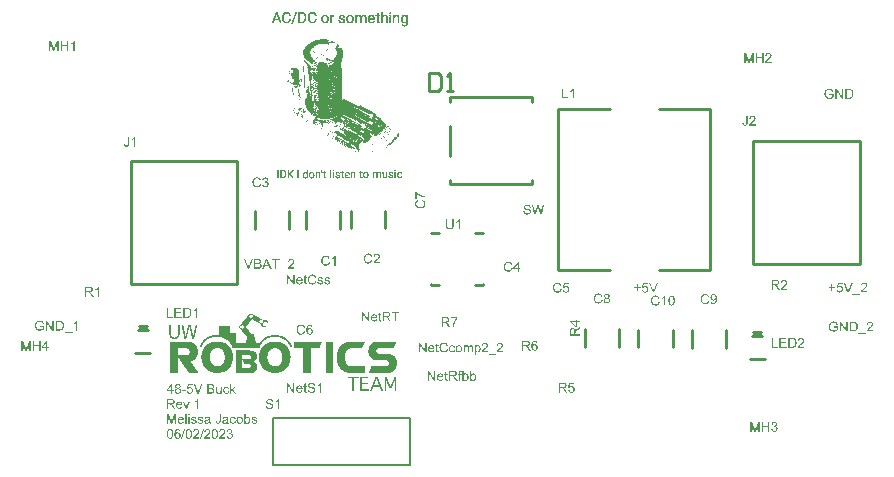
<source format=gto>
G04*
G04 #@! TF.GenerationSoftware,Altium Limited,Altium Designer,23.5.1 (21)*
G04*
G04 Layer_Color=65535*
%FSLAX25Y25*%
%MOIN*%
G70*
G04*
G04 #@! TF.SameCoordinates,F2DA617C-CCEF-44E5-B4ED-05EE2DC053E7*
G04*
G04*
G04 #@! TF.FilePolarity,Positive*
G04*
G01*
G75*
%ADD10C,0.00394*%
%ADD11C,0.00984*%
%ADD12C,0.01000*%
%ADD13C,0.00500*%
G36*
X92846Y152174D02*
X92892D01*
Y152036D01*
X92938D01*
Y151897D01*
X92984D01*
Y151805D01*
X93030D01*
Y151667D01*
X93076D01*
Y151575D01*
X93123D01*
Y151436D01*
X93169D01*
Y151298D01*
X93215D01*
Y151206D01*
X93261D01*
Y151067D01*
X93307D01*
Y150929D01*
X93353D01*
Y150837D01*
X93399D01*
Y150699D01*
X93445D01*
Y150560D01*
X93491D01*
Y150468D01*
X93537D01*
Y150330D01*
X93584D01*
Y150238D01*
X93630D01*
Y150099D01*
X93676D01*
Y150007D01*
X93722D01*
Y149869D01*
X93768D01*
Y149730D01*
X93814D01*
Y149638D01*
X93860D01*
Y149500D01*
X93906D01*
Y149362D01*
X93952D01*
Y149269D01*
X93998D01*
Y149131D01*
X94045D01*
Y149039D01*
X94091D01*
Y148901D01*
X94137D01*
Y148762D01*
X94183D01*
Y148670D01*
X94229D01*
Y148532D01*
X93584D01*
Y148670D01*
X93537D01*
Y148808D01*
X93491D01*
Y148947D01*
X93445D01*
Y149085D01*
X93399D01*
Y149177D01*
X93353D01*
Y149316D01*
X93307D01*
Y149454D01*
X91878D01*
Y149408D01*
X91832D01*
Y149269D01*
X91786D01*
Y149131D01*
X91739D01*
Y149039D01*
X91693D01*
Y148901D01*
X91647D01*
Y148762D01*
X91601D01*
Y148624D01*
X91555D01*
Y148532D01*
X90910D01*
Y148624D01*
X90956D01*
Y148716D01*
X91002D01*
Y148854D01*
X91048D01*
Y148947D01*
X91094D01*
Y149085D01*
X91140D01*
Y149223D01*
X91186D01*
Y149316D01*
X91232D01*
Y149454D01*
X91278D01*
Y149546D01*
X91325D01*
Y149684D01*
X91371D01*
Y149823D01*
X91417D01*
Y149915D01*
X91463D01*
Y150053D01*
X91509D01*
Y150191D01*
X91555D01*
Y150284D01*
X91601D01*
Y150422D01*
X91647D01*
Y150514D01*
X91693D01*
Y150653D01*
X91739D01*
Y150791D01*
X91786D01*
Y150883D01*
X91832D01*
Y151021D01*
X91878D01*
Y151113D01*
X91924D01*
Y151252D01*
X91970D01*
Y151390D01*
X92016D01*
Y151482D01*
X92062D01*
Y151621D01*
X92108D01*
Y151713D01*
X92154D01*
Y151851D01*
X92200D01*
Y151897D01*
Y151989D01*
X92247D01*
Y152082D01*
X92293D01*
Y152220D01*
X92339D01*
Y152266D01*
X92754D01*
Y152220D01*
X92800D01*
Y152266D01*
X92846D01*
Y152174D01*
D02*
G37*
G36*
X130512Y152220D02*
X130650D01*
Y152174D01*
X130743D01*
Y152082D01*
X130789D01*
Y151989D01*
Y151943D01*
Y151759D01*
X130743D01*
Y151667D01*
X130650D01*
Y151621D01*
X130512D01*
Y151575D01*
X130420D01*
Y151621D01*
X130281D01*
Y151667D01*
X130235D01*
Y151713D01*
X130189D01*
Y151759D01*
X130143D01*
Y152082D01*
X130189D01*
Y152128D01*
X130235D01*
Y152174D01*
X130281D01*
Y152220D01*
X130420D01*
Y152266D01*
X130512D01*
Y152220D01*
D02*
G37*
G36*
X111610Y151298D02*
X111748D01*
Y151206D01*
X111794D01*
Y151160D01*
X111748D01*
Y151067D01*
X111794D01*
Y151021D01*
X111748D01*
Y150745D01*
X111241D01*
Y150699D01*
X111149D01*
Y150653D01*
X111103D01*
Y150606D01*
X111056D01*
Y150560D01*
X111010D01*
Y150514D01*
X110964D01*
Y150422D01*
X110918D01*
Y150284D01*
X110964D01*
Y150238D01*
X110918D01*
Y149915D01*
Y149869D01*
Y148486D01*
X110365D01*
Y151298D01*
X110918D01*
Y151206D01*
X111010D01*
Y151252D01*
X111103D01*
Y151298D01*
X111333D01*
Y151344D01*
X111610D01*
Y151298D01*
D02*
G37*
G36*
X132725D02*
X132955D01*
Y151252D01*
X133048D01*
Y151206D01*
X133140D01*
Y151160D01*
X133186D01*
Y151113D01*
X133278D01*
Y151021D01*
X133324D01*
Y150975D01*
X133370D01*
Y150883D01*
X133416D01*
Y150791D01*
X133463D01*
Y150560D01*
X133509D01*
Y148486D01*
X132909D01*
Y150514D01*
X132863D01*
Y150653D01*
X132817D01*
Y150699D01*
X132771D01*
Y150745D01*
X132679D01*
Y150791D01*
X132218D01*
Y150745D01*
X132126D01*
Y150699D01*
X132080D01*
Y150653D01*
X132033D01*
Y150606D01*
X131987D01*
Y150560D01*
X131941D01*
Y150514D01*
X131895D01*
Y150422D01*
X131849D01*
Y150284D01*
X131895D01*
Y150238D01*
X131849D01*
Y148486D01*
X131296D01*
Y151298D01*
X131849D01*
Y151113D01*
X131941D01*
Y151160D01*
X131987D01*
Y151206D01*
X132080D01*
Y151252D01*
X132172D01*
Y151298D01*
X132402D01*
Y151344D01*
X132725D01*
Y151298D01*
D02*
G37*
G36*
X121706D02*
X121937D01*
Y151252D01*
X122075D01*
Y151206D01*
X122167D01*
Y151160D01*
X122213D01*
Y151113D01*
X122306D01*
Y151067D01*
X122352D01*
Y150975D01*
X122398D01*
Y150929D01*
X122444D01*
Y150791D01*
X122490D01*
Y150653D01*
X122536D01*
Y148486D01*
X121937D01*
Y150560D01*
X121891D01*
Y150653D01*
X121845D01*
Y150699D01*
X121799D01*
Y150745D01*
X121706D01*
Y150791D01*
X121245D01*
Y150745D01*
X121153D01*
Y150699D01*
X121107D01*
Y150653D01*
X121061D01*
Y150606D01*
X121015D01*
Y150560D01*
X120969D01*
Y150422D01*
X120923D01*
Y148486D01*
X120323D01*
Y150514D01*
X120277D01*
Y150606D01*
X120231D01*
Y150699D01*
X120139D01*
Y150745D01*
X120047D01*
Y150791D01*
X119586D01*
Y150745D01*
X119493D01*
Y150699D01*
X119401D01*
Y150653D01*
X119355D01*
Y150560D01*
X119309D01*
Y150468D01*
X119263D01*
Y148486D01*
X118664D01*
Y148716D01*
X118710D01*
Y149684D01*
Y149730D01*
Y151298D01*
X119263D01*
Y151113D01*
X119309D01*
Y151160D01*
X119355D01*
Y151206D01*
X119447D01*
Y151252D01*
X119539D01*
Y151298D01*
X119816D01*
Y151344D01*
X120139D01*
Y151298D01*
X120323D01*
Y151252D01*
X120461D01*
Y151206D01*
X120554D01*
Y151160D01*
X120600D01*
Y151113D01*
X120646D01*
Y151067D01*
X120692D01*
Y151021D01*
X120738D01*
Y150975D01*
X120784D01*
Y151021D01*
X120830D01*
Y151067D01*
X120877D01*
Y151113D01*
X120969D01*
Y151160D01*
X121015D01*
Y151206D01*
X121107D01*
Y151252D01*
X121245D01*
Y151298D01*
X121476D01*
Y151344D01*
X121706D01*
Y151298D01*
D02*
G37*
G36*
X104602Y152266D02*
X104971D01*
Y152220D01*
X105109D01*
Y152174D01*
X105201D01*
Y152128D01*
X105294D01*
Y152082D01*
X105386D01*
Y152036D01*
X105432D01*
Y151989D01*
X105478D01*
Y151943D01*
X105524D01*
Y151897D01*
X105570D01*
Y151851D01*
X105616D01*
Y151759D01*
X105663D01*
Y151713D01*
X105709D01*
Y151621D01*
X105755D01*
Y151529D01*
X105801D01*
Y151390D01*
X105847D01*
Y151206D01*
X105893D01*
Y150975D01*
X105294D01*
Y151113D01*
X105248D01*
Y151298D01*
X105201D01*
Y151390D01*
X105155D01*
Y151482D01*
X105109D01*
Y151529D01*
X105063D01*
Y151621D01*
X104971D01*
Y151667D01*
X104925D01*
Y151713D01*
X104787D01*
Y151759D01*
X104279D01*
Y151713D01*
X104141D01*
Y151667D01*
X104049D01*
Y151621D01*
X104003D01*
Y151575D01*
X103957D01*
Y151529D01*
X103911D01*
Y151482D01*
X103865D01*
Y151436D01*
X103818D01*
Y151344D01*
X103772D01*
Y151252D01*
X103726D01*
Y151113D01*
X103680D01*
Y150975D01*
X103634D01*
Y149823D01*
X103680D01*
Y149638D01*
X103726D01*
Y149500D01*
X103772D01*
Y149408D01*
X103818D01*
Y149362D01*
X103865D01*
Y149269D01*
X103911D01*
Y149223D01*
X103957D01*
Y149177D01*
X104003D01*
Y149131D01*
X104095D01*
Y149085D01*
X104187D01*
Y149039D01*
X104372D01*
Y148993D01*
X104648D01*
Y149039D01*
X104879D01*
Y149085D01*
X104971D01*
Y149131D01*
X105017D01*
Y149177D01*
X105063D01*
Y149223D01*
X105109D01*
Y149316D01*
X105155D01*
Y149362D01*
X105201D01*
Y149500D01*
X105248D01*
Y149638D01*
X105294D01*
Y149823D01*
X105893D01*
Y149592D01*
X105847D01*
Y149408D01*
X105801D01*
Y149269D01*
X105755D01*
Y149223D01*
Y149177D01*
X105709D01*
Y149085D01*
X105663D01*
Y149039D01*
X105616D01*
Y148947D01*
X105570D01*
Y148901D01*
X105524D01*
Y148854D01*
X105478D01*
Y148808D01*
X105432D01*
Y148762D01*
X105386D01*
Y148716D01*
X105294D01*
Y148670D01*
X105248D01*
Y148624D01*
X105155D01*
Y148578D01*
X105017D01*
Y148532D01*
X104787D01*
Y148486D01*
X104187D01*
Y148532D01*
X104003D01*
Y148578D01*
X103911D01*
Y148624D01*
X103772D01*
Y148670D01*
X103726D01*
Y148716D01*
X103634D01*
Y148762D01*
X103588D01*
Y148808D01*
X103542D01*
Y148854D01*
X103496D01*
Y148901D01*
X103450D01*
Y148947D01*
X103403D01*
Y148993D01*
X103357D01*
Y149085D01*
X103311D01*
Y149131D01*
X103265D01*
Y149223D01*
X103219D01*
Y149316D01*
X103173D01*
Y149408D01*
X103127D01*
Y149546D01*
X103081D01*
Y149730D01*
X103035D01*
Y151021D01*
X103081D01*
Y151206D01*
X103127D01*
Y151344D01*
X103173D01*
Y151482D01*
X103219D01*
Y151575D01*
X103265D01*
Y151621D01*
X103311D01*
Y151713D01*
X103357D01*
Y151759D01*
X103403D01*
Y151805D01*
X103450D01*
Y151851D01*
X103496D01*
Y151943D01*
X103588D01*
Y151989D01*
X103634D01*
Y152036D01*
X103680D01*
Y152082D01*
X103772D01*
Y152128D01*
X103865D01*
Y152174D01*
X103957D01*
Y152220D01*
X104095D01*
Y152266D01*
X104418D01*
Y152312D01*
X104602D01*
Y152266D01*
D02*
G37*
G36*
X96027D02*
X96304D01*
Y152220D01*
X96488D01*
Y152174D01*
X96580D01*
Y152128D01*
X96672D01*
Y152082D01*
X96765D01*
Y152036D01*
X96811D01*
Y151989D01*
X96857D01*
Y151943D01*
X96903D01*
Y151897D01*
X96949D01*
Y151805D01*
X96995D01*
Y151759D01*
X97041D01*
Y151713D01*
X97087D01*
Y151621D01*
X97133D01*
Y151529D01*
X97180D01*
Y151390D01*
X97226D01*
Y151206D01*
X97272D01*
Y150975D01*
X96672D01*
Y151113D01*
X96626D01*
Y151298D01*
X96580D01*
Y151390D01*
X96534D01*
Y151482D01*
X96488D01*
Y151529D01*
X96442D01*
Y151621D01*
X96350D01*
Y151667D01*
X96304D01*
Y151713D01*
X96165D01*
Y151759D01*
X95658D01*
Y151713D01*
X95520D01*
Y151667D01*
X95428D01*
Y151621D01*
X95381D01*
Y151575D01*
X95335D01*
Y151529D01*
X95289D01*
Y151482D01*
X95243D01*
Y151436D01*
X95197D01*
Y151344D01*
X95151D01*
Y151252D01*
X95105D01*
Y151113D01*
X95059D01*
Y150975D01*
X95013D01*
Y149823D01*
X95059D01*
Y149638D01*
X95105D01*
Y149500D01*
X95151D01*
Y149408D01*
X95197D01*
Y149362D01*
X95243D01*
Y149269D01*
X95289D01*
Y149223D01*
X95335D01*
Y149177D01*
X95381D01*
Y149131D01*
X95474D01*
Y149085D01*
X95566D01*
Y149039D01*
X95750D01*
Y148993D01*
X96027D01*
Y149039D01*
X96211D01*
Y149085D01*
X96350D01*
Y149131D01*
X96396D01*
Y149177D01*
X96442D01*
Y149223D01*
X96488D01*
Y149316D01*
X96534D01*
Y149408D01*
X96580D01*
Y149500D01*
X96626D01*
Y149638D01*
X96672D01*
Y149823D01*
X97272D01*
Y149592D01*
X97226D01*
Y149408D01*
X97180D01*
Y149269D01*
X97133D01*
Y149177D01*
X97087D01*
Y149085D01*
X97041D01*
Y149039D01*
X96995D01*
Y148947D01*
X96949D01*
Y148901D01*
X96903D01*
Y148854D01*
X96857D01*
Y148808D01*
X96811D01*
Y148762D01*
X96765D01*
Y148716D01*
X96719D01*
Y148670D01*
X96626D01*
Y148624D01*
X96534D01*
Y148578D01*
X96396D01*
Y148532D01*
X96165D01*
Y148486D01*
X95566D01*
Y148532D01*
X95381D01*
Y148578D01*
X95289D01*
Y148624D01*
X95151D01*
Y148670D01*
X95105D01*
Y148716D01*
X95013D01*
Y148762D01*
X94967D01*
Y148808D01*
X94920D01*
Y148854D01*
X94874D01*
Y148901D01*
X94828D01*
Y148947D01*
X94782D01*
Y148993D01*
X94736D01*
Y149039D01*
X94690D01*
Y149131D01*
X94644D01*
Y149223D01*
X94598D01*
Y149316D01*
X94552D01*
Y149408D01*
X94506D01*
Y149546D01*
X94459D01*
Y149730D01*
X94413D01*
Y151021D01*
X94459D01*
Y151206D01*
X94506D01*
Y151252D01*
Y151344D01*
X94552D01*
Y151482D01*
X94598D01*
Y151575D01*
X94644D01*
Y151621D01*
X94690D01*
Y151713D01*
X94736D01*
Y151759D01*
X94782D01*
Y151805D01*
X94828D01*
Y151897D01*
X94874D01*
Y151943D01*
X94967D01*
Y151989D01*
X95013D01*
Y152036D01*
X95059D01*
Y152082D01*
X95151D01*
Y152128D01*
X95243D01*
Y152174D01*
X95335D01*
Y152220D01*
X95474D01*
Y152266D01*
X95797D01*
Y152312D01*
X96027D01*
Y152266D01*
D02*
G37*
G36*
X114514Y151298D02*
X114745D01*
Y151252D01*
X114883D01*
Y151206D01*
X114975D01*
Y151160D01*
X115021D01*
Y151113D01*
X115114D01*
Y151067D01*
X115160D01*
Y151021D01*
X115206D01*
Y150929D01*
X115252D01*
Y150883D01*
X115298D01*
Y150791D01*
X115344D01*
Y150699D01*
X115390D01*
Y150376D01*
X114837D01*
Y150422D01*
X114791D01*
Y150606D01*
X114745D01*
Y150653D01*
X114699D01*
Y150699D01*
X114653D01*
Y150745D01*
X114606D01*
Y150791D01*
X114422D01*
Y150837D01*
X114238D01*
Y150791D01*
X114053D01*
Y150745D01*
X113961D01*
Y150653D01*
X113915D01*
Y150606D01*
X113869D01*
Y150422D01*
X113915D01*
Y150330D01*
X113961D01*
Y150284D01*
X114053D01*
Y150238D01*
X114191D01*
Y150191D01*
X114376D01*
Y150145D01*
X114560D01*
Y150099D01*
X114699D01*
Y150053D01*
X114837D01*
Y150007D01*
X114929D01*
Y149961D01*
X115021D01*
Y149915D01*
X115114D01*
Y149869D01*
X115206D01*
Y149823D01*
X115252D01*
Y149776D01*
X115298D01*
Y149684D01*
X115344D01*
Y149638D01*
X115390D01*
Y149500D01*
X115436D01*
Y149085D01*
X115390D01*
Y148947D01*
X115344D01*
Y148901D01*
X115298D01*
Y148808D01*
X115252D01*
Y148762D01*
X115206D01*
Y148716D01*
X115160D01*
Y148670D01*
X115068D01*
Y148624D01*
X115021D01*
Y148578D01*
X114929D01*
Y148532D01*
X114837D01*
Y148486D01*
X114606D01*
Y148440D01*
X114053D01*
Y148486D01*
X113869D01*
Y148532D01*
X113731D01*
Y148578D01*
X113684D01*
Y148624D01*
X113592D01*
Y148670D01*
X113546D01*
Y148716D01*
X113454D01*
Y148762D01*
X113408D01*
Y148854D01*
X113362D01*
Y148901D01*
X113316D01*
Y148993D01*
X113269D01*
Y149085D01*
X113223D01*
Y149269D01*
X113177D01*
Y149454D01*
X113777D01*
Y149316D01*
X113823D01*
Y149177D01*
X113869D01*
Y149085D01*
X113961D01*
Y149039D01*
X114053D01*
Y148993D01*
X114191D01*
Y148947D01*
X114560D01*
Y148993D01*
X114699D01*
Y149039D01*
X114745D01*
Y149085D01*
X114791D01*
Y149131D01*
X114837D01*
Y149408D01*
X114791D01*
Y149454D01*
X114745D01*
Y149500D01*
X114699D01*
Y149546D01*
X114606D01*
Y149592D01*
X114468D01*
Y149638D01*
X114238D01*
Y149684D01*
X114099D01*
Y149730D01*
X113915D01*
Y149776D01*
X113823D01*
Y149823D01*
X113731D01*
Y149869D01*
X113638D01*
Y149915D01*
X113546D01*
Y149961D01*
X113500D01*
Y150007D01*
X113454D01*
Y150053D01*
X113408D01*
Y150099D01*
X113362D01*
Y150191D01*
X113316D01*
Y150330D01*
X113269D01*
Y150606D01*
X113316D01*
Y150791D01*
X113362D01*
Y150883D01*
X113408D01*
Y150929D01*
X113454D01*
Y150975D01*
X113500D01*
Y151021D01*
X113546D01*
Y151067D01*
X113592D01*
Y151113D01*
X113638D01*
Y151160D01*
X113731D01*
Y151206D01*
X113823D01*
Y151252D01*
X113915D01*
Y151298D01*
X114191D01*
Y151344D01*
X114514D01*
Y151298D01*
D02*
G37*
G36*
X100868Y152220D02*
X101283D01*
Y152174D01*
X101467D01*
Y152128D01*
X101559D01*
Y152082D01*
X101652D01*
Y152036D01*
X101744D01*
Y151989D01*
X101790D01*
Y151943D01*
X101882D01*
Y151897D01*
X101928D01*
Y151851D01*
X101974D01*
Y151805D01*
X102020D01*
Y151759D01*
X102067D01*
Y151713D01*
X102113D01*
Y151667D01*
X102159D01*
Y151621D01*
X102205D01*
Y151529D01*
X102251D01*
Y151436D01*
X102297D01*
Y151344D01*
X102343D01*
Y151252D01*
X102389D01*
Y151113D01*
X102435D01*
Y150929D01*
X102481D01*
Y149869D01*
X102435D01*
Y149684D01*
X102389D01*
Y149546D01*
X102343D01*
Y149408D01*
X102297D01*
Y149316D01*
X102251D01*
Y149269D01*
X102205D01*
Y149177D01*
X102159D01*
Y149131D01*
X102113D01*
Y149085D01*
X102067D01*
Y149039D01*
X102020D01*
Y148993D01*
X101974D01*
Y148947D01*
X101928D01*
Y148901D01*
X101882D01*
Y148854D01*
X101836D01*
Y148808D01*
X101744D01*
Y148762D01*
X101698D01*
Y148716D01*
X101605D01*
Y148670D01*
X101467D01*
Y148624D01*
X101329D01*
Y148578D01*
X101098D01*
Y148532D01*
X99761D01*
Y152220D01*
X99807D01*
Y152266D01*
X100868D01*
Y152220D01*
D02*
G37*
G36*
X130743Y148486D02*
X130143D01*
Y148762D01*
Y148808D01*
Y150560D01*
X130189D01*
Y151067D01*
X130143D01*
Y151113D01*
X130189D01*
Y151298D01*
X130743D01*
Y148486D01*
D02*
G37*
G36*
X128022Y152358D02*
X128068D01*
Y151298D01*
X128022D01*
Y151160D01*
X128068D01*
Y151113D01*
X128115D01*
Y151160D01*
X128161D01*
Y151206D01*
X128207D01*
Y151252D01*
X128345D01*
Y151298D01*
X128576D01*
Y151344D01*
X128898D01*
Y151298D01*
X129129D01*
Y151252D01*
X129221D01*
Y151206D01*
X129313D01*
Y151160D01*
X129359D01*
Y151113D01*
X129405D01*
Y151067D01*
X129452D01*
Y151021D01*
X129498D01*
Y150975D01*
X129544D01*
Y150883D01*
X129590D01*
Y150791D01*
X129636D01*
Y150560D01*
X129682D01*
Y150007D01*
Y149961D01*
Y148486D01*
X129083D01*
Y150560D01*
X129037D01*
Y150653D01*
X128991D01*
Y150699D01*
X128945D01*
Y150745D01*
X128852D01*
Y150791D01*
X128391D01*
Y150745D01*
X128299D01*
Y150699D01*
X128253D01*
Y150653D01*
X128207D01*
Y150606D01*
X128161D01*
Y150560D01*
X128115D01*
Y150514D01*
X128068D01*
Y150376D01*
X128022D01*
Y148486D01*
X127469D01*
Y152404D01*
X128022D01*
Y152358D01*
D02*
G37*
G36*
X108844Y151344D02*
X109074D01*
Y151298D01*
X109212D01*
Y151252D01*
X109305D01*
Y151206D01*
X109397D01*
Y151160D01*
X109443D01*
Y151113D01*
X109489D01*
Y151067D01*
X109535D01*
Y151021D01*
X109581D01*
Y150975D01*
X109627D01*
Y150929D01*
X109674D01*
Y150883D01*
X109720D01*
Y150791D01*
X109766D01*
Y150745D01*
X109812D01*
Y150653D01*
X109858D01*
Y150514D01*
X109904D01*
Y150376D01*
X109950D01*
Y149500D01*
X109904D01*
Y149316D01*
X109858D01*
Y149223D01*
X109812D01*
Y149131D01*
X109766D01*
Y149039D01*
X109720D01*
Y148993D01*
X109674D01*
Y148901D01*
X109627D01*
Y148854D01*
X109581D01*
Y148808D01*
X109535D01*
Y148762D01*
X109489D01*
Y148716D01*
X109397D01*
Y148670D01*
X109351D01*
Y148624D01*
X109258D01*
Y148578D01*
X109120D01*
Y148532D01*
X108936D01*
Y148486D01*
X108429D01*
Y148532D01*
X108244D01*
Y148578D01*
X108152D01*
Y148624D01*
X108060D01*
Y148670D01*
X107968D01*
Y148716D01*
X107922D01*
Y148762D01*
X107875D01*
Y148808D01*
X107829D01*
Y148854D01*
X107783D01*
Y148901D01*
X107737D01*
Y148947D01*
X107691D01*
Y148993D01*
X107645D01*
Y149085D01*
X107599D01*
Y149177D01*
X107553D01*
Y149269D01*
X107507D01*
Y149408D01*
X107460D01*
Y149638D01*
X107414D01*
Y150238D01*
X107460D01*
Y150468D01*
X107507D01*
Y150560D01*
X107553D01*
Y150699D01*
X107599D01*
Y150791D01*
X107645D01*
Y150837D01*
X107691D01*
Y150929D01*
X107737D01*
Y150975D01*
X107783D01*
Y151021D01*
X107829D01*
Y151067D01*
X107875D01*
Y151113D01*
X107922D01*
Y151160D01*
X108014D01*
Y151206D01*
X108060D01*
Y151252D01*
X108152D01*
Y151298D01*
X108290D01*
Y151344D01*
X108521D01*
Y151390D01*
X108844D01*
Y151344D01*
D02*
G37*
G36*
X126547Y151298D02*
X127054D01*
Y150791D01*
X126547D01*
Y149085D01*
X126593D01*
Y148993D01*
X126732D01*
Y148947D01*
X126824D01*
Y148993D01*
X127054D01*
Y148486D01*
X126870D01*
Y148440D01*
X126455D01*
Y148486D01*
X126317D01*
Y148532D01*
X126224D01*
Y148578D01*
X126178D01*
Y148624D01*
X126132D01*
Y148670D01*
X126086D01*
Y148716D01*
X126040D01*
Y148762D01*
Y148808D01*
X125994D01*
Y148993D01*
X125948D01*
Y150791D01*
X125487D01*
Y151298D01*
X125948D01*
Y151943D01*
X126547D01*
Y151298D01*
D02*
G37*
G36*
X124334D02*
X124565D01*
Y151252D01*
X124703D01*
Y151206D01*
X124795D01*
Y151160D01*
X124887D01*
Y151113D01*
X124934D01*
Y151067D01*
X124980D01*
Y151021D01*
X125026D01*
Y150975D01*
X125072D01*
Y150883D01*
X125118D01*
Y150791D01*
X125164D01*
Y150745D01*
X125210D01*
Y150606D01*
X125256D01*
Y150468D01*
X125302D01*
Y150238D01*
X125348D01*
Y149684D01*
X123550D01*
Y149546D01*
X123597D01*
Y149408D01*
X123643D01*
Y149316D01*
X123689D01*
Y149223D01*
X123735D01*
Y149177D01*
X123781D01*
Y149131D01*
X123827D01*
Y149085D01*
X123873D01*
Y149039D01*
X123965D01*
Y148993D01*
X124058D01*
Y148947D01*
X124472D01*
Y148993D01*
X124611D01*
Y149039D01*
X124657D01*
Y149085D01*
X124749D01*
Y149131D01*
X124795D01*
Y149177D01*
X124841D01*
Y149223D01*
X124887D01*
Y149269D01*
X124934D01*
Y149316D01*
X125026D01*
Y149269D01*
X125072D01*
Y149223D01*
X125118D01*
Y149177D01*
X125164D01*
Y149131D01*
X125256D01*
Y149085D01*
X125302D01*
Y148947D01*
X125256D01*
Y148901D01*
X125210D01*
Y148854D01*
X125164D01*
Y148808D01*
X125118D01*
Y148762D01*
X125072D01*
Y148716D01*
X125026D01*
Y148670D01*
X124980D01*
Y148624D01*
X124887D01*
Y148578D01*
X124795D01*
Y148532D01*
X124703D01*
Y148486D01*
X124519D01*
Y148440D01*
X123965D01*
Y148486D01*
X123781D01*
Y148532D01*
X123689D01*
Y148578D01*
X123597D01*
Y148624D01*
X123504D01*
Y148670D01*
X123458D01*
Y148716D01*
X123366D01*
Y148762D01*
X123320D01*
Y148808D01*
X123274D01*
Y148901D01*
X123228D01*
Y148947D01*
X123182D01*
Y148993D01*
X123135D01*
Y149085D01*
X123089D01*
Y149177D01*
X123043D01*
Y149316D01*
X122997D01*
Y149546D01*
X122951D01*
Y150191D01*
X122997D01*
Y150376D01*
X123043D01*
Y150514D01*
X123089D01*
Y150653D01*
X123135D01*
Y150699D01*
X123182D01*
Y150791D01*
X123228D01*
Y150837D01*
X123274D01*
Y150929D01*
X123320D01*
Y150975D01*
X123366D01*
Y151021D01*
X123412D01*
Y151067D01*
X123504D01*
Y151113D01*
X123550D01*
Y151160D01*
X123643D01*
Y151206D01*
X123735D01*
Y151252D01*
X123827D01*
Y151298D01*
X124058D01*
Y151344D01*
X124334D01*
Y151298D01*
D02*
G37*
G36*
X117188D02*
X117419D01*
Y151252D01*
X117557D01*
Y151206D01*
X117649D01*
Y151160D01*
X117742D01*
Y151113D01*
X117788D01*
Y151067D01*
X117834D01*
Y151021D01*
X117926D01*
Y150929D01*
X117972D01*
Y150883D01*
X118018D01*
Y150837D01*
X118064D01*
Y150745D01*
X118110D01*
Y150699D01*
X118156D01*
Y150606D01*
X118202D01*
Y150468D01*
X118249D01*
Y150330D01*
X118295D01*
Y149454D01*
X118249D01*
Y149269D01*
X118202D01*
Y149177D01*
X118156D01*
Y149085D01*
X118110D01*
Y148993D01*
X118064D01*
Y148947D01*
X118018D01*
Y148854D01*
X117972D01*
Y148808D01*
X117926D01*
Y148762D01*
X117880D01*
Y148716D01*
X117834D01*
Y148670D01*
X117742D01*
Y148624D01*
X117695D01*
Y148578D01*
X117603D01*
Y148532D01*
X117465D01*
Y148486D01*
X117280D01*
Y148440D01*
X116773D01*
Y148486D01*
X116589D01*
Y148532D01*
X116497D01*
Y148578D01*
X116404D01*
Y148624D01*
X116312D01*
Y148670D01*
X116266D01*
Y148716D01*
X116220D01*
Y148762D01*
X116174D01*
Y148808D01*
X116128D01*
Y148854D01*
X116082D01*
Y148901D01*
X116036D01*
Y148947D01*
X115990D01*
Y149039D01*
X115944D01*
Y149131D01*
X115897D01*
Y149223D01*
X115851D01*
Y149362D01*
X115805D01*
Y149592D01*
X115759D01*
Y150191D01*
X115805D01*
Y150376D01*
X115851D01*
Y150560D01*
X115897D01*
Y150653D01*
X115944D01*
Y150699D01*
X115990D01*
Y150791D01*
X116036D01*
Y150883D01*
X116082D01*
Y150929D01*
X116128D01*
Y150975D01*
X116174D01*
Y151021D01*
X116220D01*
Y151067D01*
X116266D01*
Y151113D01*
X116358D01*
Y151160D01*
X116404D01*
Y151206D01*
X116497D01*
Y151252D01*
X116635D01*
Y151298D01*
X116912D01*
Y151344D01*
X117188D01*
Y151298D01*
D02*
G37*
G36*
X99392Y152082D02*
X99346D01*
Y151989D01*
X99300D01*
Y151851D01*
X99254D01*
Y151759D01*
X99208D01*
Y151621D01*
X99162D01*
Y151529D01*
X99116D01*
Y151390D01*
X99070D01*
Y151252D01*
X99024D01*
Y151160D01*
X98978D01*
Y151021D01*
X98931D01*
Y150929D01*
X98885D01*
Y150791D01*
X98839D01*
Y150653D01*
X98793D01*
Y150560D01*
X98747D01*
Y150422D01*
X98701D01*
Y150330D01*
X98655D01*
Y150191D01*
X98609D01*
Y150053D01*
X98563D01*
Y149961D01*
X98516D01*
Y149823D01*
X98470D01*
Y149730D01*
X98424D01*
Y149592D01*
X98378D01*
Y149454D01*
X98332D01*
Y149362D01*
X98286D01*
Y149223D01*
X98240D01*
Y149131D01*
X98194D01*
Y148993D01*
X98148D01*
Y148854D01*
X98102D01*
Y148762D01*
X98055D01*
Y148624D01*
X98009D01*
Y148532D01*
X97963D01*
Y148393D01*
X97917D01*
Y148255D01*
X97871D01*
Y148209D01*
X97364D01*
Y148347D01*
X97410D01*
Y148486D01*
X97456D01*
Y148578D01*
X97502D01*
Y148716D01*
X97548D01*
Y148854D01*
X97594D01*
Y148947D01*
X97641D01*
Y149085D01*
X97687D01*
Y149177D01*
X97733D01*
Y149316D01*
X97779D01*
Y149454D01*
X97825D01*
Y149546D01*
X97871D01*
Y149684D01*
X97917D01*
Y149776D01*
X97963D01*
Y149915D01*
X98009D01*
Y150053D01*
X98055D01*
Y150145D01*
X98102D01*
Y150284D01*
X98148D01*
Y150376D01*
X98194D01*
Y150514D01*
X98240D01*
Y150606D01*
X98286D01*
Y150745D01*
X98332D01*
Y150883D01*
X98378D01*
Y150975D01*
X98424D01*
Y151113D01*
X98470D01*
Y151206D01*
X98516D01*
Y151344D01*
X98563D01*
Y151482D01*
X98609D01*
Y151575D01*
X98655D01*
Y151713D01*
X98701D01*
Y151805D01*
X98747D01*
Y151943D01*
X98793D01*
Y152036D01*
X98839D01*
Y152174D01*
X98885D01*
Y152266D01*
X99392D01*
Y152082D01*
D02*
G37*
G36*
X135353Y151298D02*
X135583D01*
Y151252D01*
X135676D01*
Y151206D01*
X135768D01*
Y151160D01*
X135814D01*
Y151113D01*
X135860D01*
Y151298D01*
X136413D01*
Y148393D01*
X136367D01*
Y148163D01*
X136321D01*
Y148071D01*
X136275D01*
Y147978D01*
X136229D01*
Y147886D01*
X136183D01*
Y147840D01*
X136136D01*
Y147794D01*
X136090D01*
Y147748D01*
X136044D01*
Y147702D01*
X135998D01*
Y147656D01*
X135906D01*
Y147610D01*
X135860D01*
Y147564D01*
X135768D01*
Y147518D01*
X135629D01*
Y147471D01*
X135353D01*
Y147425D01*
X135122D01*
Y147471D01*
X134846D01*
Y147518D01*
X134707D01*
Y147564D01*
X134569D01*
Y147610D01*
X134477D01*
Y147656D01*
X134431D01*
Y147702D01*
X134385D01*
Y147748D01*
X134338D01*
Y147794D01*
X134292D01*
Y147840D01*
X134246D01*
Y147886D01*
X134200D01*
Y147932D01*
X134154D01*
Y148025D01*
X134200D01*
Y148071D01*
X134246D01*
Y148117D01*
X134292D01*
Y148163D01*
X134338D01*
Y148209D01*
X134385D01*
Y148301D01*
X134431D01*
Y148347D01*
X134477D01*
Y148301D01*
X134523D01*
Y148255D01*
X134569D01*
Y148209D01*
X134615D01*
Y148163D01*
X134661D01*
Y148117D01*
X134753D01*
Y148071D01*
X134800D01*
Y148025D01*
X134938D01*
Y147978D01*
X135122D01*
Y147932D01*
X135261D01*
Y147978D01*
X135491D01*
Y148025D01*
X135537D01*
Y148071D01*
X135629D01*
Y148117D01*
X135676D01*
Y148163D01*
X135722D01*
Y148255D01*
X135768D01*
Y148393D01*
X135814D01*
Y148624D01*
X135768D01*
Y148578D01*
X135722D01*
Y148532D01*
X135629D01*
Y148486D01*
X135445D01*
Y148440D01*
X134892D01*
Y148486D01*
X134753D01*
Y148532D01*
X134661D01*
Y148578D01*
X134569D01*
Y148624D01*
X134523D01*
Y148670D01*
X134477D01*
Y148716D01*
X134431D01*
Y148762D01*
X134385D01*
Y148808D01*
X134338D01*
Y148854D01*
X134292D01*
Y148947D01*
X134246D01*
Y149039D01*
X134200D01*
Y149085D01*
X134154D01*
Y149223D01*
X134108D01*
Y149362D01*
X134062D01*
Y149684D01*
X134016D01*
Y150099D01*
X134062D01*
Y150376D01*
X134108D01*
Y150560D01*
X134154D01*
Y150653D01*
X134200D01*
Y150745D01*
X134246D01*
Y150837D01*
X134292D01*
Y150929D01*
X134338D01*
Y150975D01*
X134385D01*
Y151021D01*
X134431D01*
Y151067D01*
X134477D01*
Y151113D01*
X134523D01*
Y151160D01*
X134615D01*
Y151206D01*
X134707D01*
Y151252D01*
X134800D01*
Y151298D01*
X134984D01*
Y151344D01*
X135353D01*
Y151298D01*
D02*
G37*
G36*
X108336Y143184D02*
X108798D01*
Y143138D01*
X109305D01*
Y143092D01*
X109627D01*
Y143045D01*
X109812D01*
Y142999D01*
X109996D01*
Y142953D01*
X110181D01*
Y142907D01*
X110227D01*
Y142861D01*
X110134D01*
Y142815D01*
X110088D01*
Y142723D01*
X110042D01*
Y142677D01*
X109996D01*
Y142631D01*
X109950D01*
Y142538D01*
X109904D01*
Y142492D01*
X109858D01*
Y142446D01*
X109812D01*
Y142354D01*
X109766D01*
Y142262D01*
X110088D01*
Y142308D01*
X110319D01*
Y142354D01*
X110503D01*
Y142400D01*
X110826D01*
Y142446D01*
X111379D01*
Y142400D01*
X111518D01*
Y142354D01*
X111610D01*
Y142308D01*
X111748D01*
Y142262D01*
X111794D01*
Y142216D01*
X111886D01*
Y142170D01*
X111979D01*
Y142123D01*
X112071D01*
Y142077D01*
X112163D01*
Y142031D01*
X112209D01*
Y141985D01*
X112347D01*
Y141893D01*
X112209D01*
Y141939D01*
X111933D01*
Y141985D01*
X110734D01*
Y141939D01*
X110457D01*
Y141893D01*
X110273D01*
Y141847D01*
X110088D01*
Y141801D01*
X109950D01*
Y141755D01*
X109858D01*
Y141662D01*
X109950D01*
Y141570D01*
X109904D01*
Y141616D01*
X109858D01*
Y141570D01*
X109904D01*
Y141478D01*
X109858D01*
Y141386D01*
X109812D01*
Y141524D01*
X109766D01*
Y141386D01*
X109720D01*
Y141478D01*
X109674D01*
Y141524D01*
X109627D01*
Y141616D01*
X109489D01*
Y141662D01*
X109212D01*
Y141709D01*
X108982D01*
Y141755D01*
X108890D01*
Y141709D01*
X108844D01*
Y141662D01*
X108613D01*
Y141709D01*
X108429D01*
Y141662D01*
X108290D01*
Y141709D01*
X108106D01*
Y141755D01*
X107922D01*
Y141709D01*
X107691D01*
Y141662D01*
X107645D01*
Y141616D01*
X107507D01*
Y141662D01*
X107368D01*
Y141709D01*
X107230D01*
Y141662D01*
X107000D01*
Y141616D01*
X106861D01*
Y141570D01*
X106723D01*
Y141524D01*
X106492D01*
Y141478D01*
X106446D01*
Y141432D01*
X106354D01*
Y141340D01*
X106308D01*
Y141386D01*
X106216D01*
Y141340D01*
X106262D01*
Y141294D01*
X106031D01*
Y141340D01*
X105893D01*
Y141294D01*
X105801D01*
Y141201D01*
X105847D01*
Y141155D01*
X105801D01*
Y141201D01*
X105709D01*
Y141017D01*
X105570D01*
Y140925D01*
X105524D01*
Y140971D01*
X105478D01*
Y141017D01*
D01*
D01*
X105386D01*
Y140971D01*
X105432D01*
Y140925D01*
X105478D01*
Y140879D01*
X105340D01*
Y140833D01*
X105248D01*
Y140879D01*
X105155D01*
Y140833D01*
X105017D01*
Y140694D01*
X104971D01*
Y140648D01*
X105017D01*
Y140602D01*
X104971D01*
Y140510D01*
X105017D01*
Y140418D01*
X104971D01*
Y140279D01*
X105017D01*
Y140325D01*
X105063D01*
Y140187D01*
X105109D01*
Y140141D01*
X105063D01*
Y140187D01*
X104510D01*
Y140095D01*
X104418D01*
Y140049D01*
X104372D01*
Y140003D01*
X104279D01*
Y139957D01*
X104233D01*
Y139910D01*
X104187D01*
Y139818D01*
X104141D01*
Y139772D01*
X104095D01*
Y139634D01*
X104049D01*
Y139542D01*
X104003D01*
Y139496D01*
X103865D01*
Y139403D01*
X103772D01*
Y139081D01*
X103726D01*
Y138712D01*
X103772D01*
Y138389D01*
X103726D01*
Y138297D01*
X103818D01*
Y138112D01*
X103865D01*
Y138066D01*
X103957D01*
Y138020D01*
X103911D01*
Y137882D01*
X103865D01*
Y137836D01*
X104003D01*
Y137652D01*
X103957D01*
Y137605D01*
X104095D01*
Y137513D01*
X104049D01*
Y137467D01*
X104095D01*
Y137421D01*
X104141D01*
Y137329D01*
X104187D01*
Y137283D01*
X104233D01*
Y137190D01*
X104279D01*
Y137144D01*
X104325D01*
Y137098D01*
X104372D01*
Y137006D01*
X104464D01*
Y137098D01*
X104510D01*
Y136914D01*
X104556D01*
Y136822D01*
X104602D01*
Y136914D01*
X104556D01*
Y137006D01*
X104602D01*
Y137052D01*
X104694D01*
Y137006D01*
X104740D01*
Y136914D01*
X104694D01*
Y136868D01*
X104740D01*
Y136822D01*
X104787D01*
Y136729D01*
X104740D01*
Y136776D01*
X104694D01*
Y136683D01*
X104740D01*
Y136591D01*
X104648D01*
Y136499D01*
X104694D01*
Y136453D01*
X104740D01*
Y136407D01*
X104787D01*
Y136361D01*
X104833D01*
Y136314D01*
X105017D01*
Y136268D01*
X105248D01*
Y136314D01*
X105155D01*
Y136361D01*
X105248D01*
Y136407D01*
X105340D01*
Y136314D01*
X105386D01*
Y136268D01*
X105294D01*
Y136222D01*
X105340D01*
Y136176D01*
X105386D01*
Y136084D01*
X105432D01*
Y136038D01*
X105616D01*
Y135946D01*
X105524D01*
Y135992D01*
X105478D01*
Y135946D01*
Y135900D01*
X105432D01*
Y136038D01*
X105386D01*
Y135992D01*
X105340D01*
Y135900D01*
X105294D01*
Y135807D01*
X105248D01*
Y135761D01*
X105340D01*
Y135715D01*
X105432D01*
Y135669D01*
X105478D01*
Y135623D01*
X105616D01*
Y135577D01*
X105709D01*
Y135531D01*
X105755D01*
Y135485D01*
X105847D01*
Y135439D01*
X106031D01*
Y135392D01*
X106170D01*
Y135346D01*
X106354D01*
Y135300D01*
X106492D01*
Y135346D01*
X106631D01*
Y135392D01*
X106723D01*
Y135439D01*
X106769D01*
Y135485D01*
X106815D01*
Y135531D01*
X106907D01*
Y135485D01*
X106953D01*
Y135531D01*
X107046D01*
Y135485D01*
X107092D01*
Y135531D01*
X107184D01*
Y135485D01*
X107829D01*
Y135439D01*
X107968D01*
Y135485D01*
X108383D01*
Y135439D01*
X108429D01*
Y135392D01*
X108890D01*
Y135439D01*
X108936D01*
Y135392D01*
X108982D01*
Y135485D01*
X109074D01*
Y135392D01*
X109120D01*
Y135346D01*
X109212D01*
Y135300D01*
X109258D01*
Y135254D01*
X109305D01*
Y135208D01*
X109351D01*
Y135116D01*
X109305D01*
Y135024D01*
X109397D01*
Y134885D01*
X109443D01*
Y134839D01*
X109489D01*
Y134747D01*
X109443D01*
Y134655D01*
X109489D01*
Y134701D01*
X109581D01*
Y134655D01*
X109535D01*
Y134563D01*
X109489D01*
Y134470D01*
X109535D01*
Y134517D01*
X109581D01*
Y134563D01*
X109627D01*
Y134378D01*
X109674D01*
Y134286D01*
X109720D01*
Y134194D01*
X109766D01*
Y134148D01*
X109812D01*
Y134009D01*
X109904D01*
Y133917D01*
X109950D01*
Y133871D01*
X109996D01*
Y133917D01*
X110042D01*
Y133963D01*
X110088D01*
Y134009D01*
X110042D01*
Y134055D01*
X110088D01*
Y134148D01*
X110042D01*
Y134194D01*
X109996D01*
Y134286D01*
X110042D01*
Y134194D01*
X110088D01*
Y134286D01*
X110042D01*
Y134332D01*
X109996D01*
Y134470D01*
X109950D01*
Y134563D01*
X109904D01*
Y134609D01*
X109858D01*
Y134793D01*
X109812D01*
Y135024D01*
X109720D01*
Y135346D01*
X109812D01*
Y135300D01*
X109858D01*
Y135392D01*
X109904D01*
Y135346D01*
X110181D01*
Y135392D01*
X110319D01*
Y135439D01*
X110411D01*
Y135485D01*
X110549D01*
Y135531D01*
X110826D01*
Y135577D01*
X110918D01*
Y135531D01*
X111010D01*
Y135392D01*
X110964D01*
Y135346D01*
X111010D01*
Y135300D01*
X110964D01*
Y135254D01*
X110872D01*
Y135208D01*
X110780D01*
Y135162D01*
X110642D01*
Y135116D01*
X110503D01*
Y135070D01*
X110411D01*
Y134977D01*
X110365D01*
Y135024D01*
X110273D01*
Y134977D01*
X110181D01*
Y134931D01*
X110088D01*
Y134885D01*
X110134D01*
Y134655D01*
X110181D01*
Y134609D01*
X110503D01*
Y134655D01*
X110688D01*
Y134701D01*
X110826D01*
Y134747D01*
X110918D01*
Y134793D01*
X111010D01*
Y134839D01*
X111103D01*
Y134885D01*
X111195D01*
Y134931D01*
X111241D01*
Y134977D01*
X111333D01*
Y135024D01*
X111379D01*
Y135070D01*
X111333D01*
Y135116D01*
X111379D01*
Y135070D01*
X111425D01*
Y135208D01*
X111518D01*
Y135300D01*
X111471D01*
Y135346D01*
X111564D01*
Y135392D01*
X111518D01*
Y135439D01*
X111471D01*
Y135485D01*
X111379D01*
Y135577D01*
X111333D01*
Y135623D01*
X111241D01*
Y135669D01*
X111195D01*
Y135715D01*
X111149D01*
Y135761D01*
X111103D01*
Y135807D01*
X110964D01*
Y135854D01*
X110918D01*
Y135900D01*
X111010D01*
Y135992D01*
X110826D01*
Y136038D01*
X110780D01*
Y136130D01*
X110642D01*
Y136084D01*
X110596D01*
Y136038D01*
X110503D01*
Y135992D01*
X110365D01*
Y135946D01*
X110227D01*
Y135900D01*
X110134D01*
Y135946D01*
X110042D01*
Y135992D01*
X110134D01*
Y136084D01*
X109996D01*
Y136176D01*
X110042D01*
Y136222D01*
X110088D01*
Y136176D01*
X110227D01*
Y136222D01*
X110181D01*
Y136268D01*
X110042D01*
Y136314D01*
X109904D01*
Y136176D01*
X109812D01*
Y136130D01*
X109674D01*
Y136084D01*
X109627D01*
Y136130D01*
X109581D01*
Y135992D01*
X109489D01*
Y136130D01*
X109351D01*
Y136176D01*
X109397D01*
Y136222D01*
X109351D01*
Y136268D01*
X109305D01*
Y136361D01*
X109212D01*
Y136407D01*
X109166D01*
Y136499D01*
X109212D01*
Y136545D01*
X109166D01*
Y136914D01*
X109120D01*
Y136960D01*
X109305D01*
Y136914D01*
X109351D01*
Y137006D01*
X109397D01*
Y137052D01*
X109443D01*
Y137006D01*
X109489D01*
Y136960D01*
X109627D01*
Y136914D01*
X109581D01*
Y136822D01*
X109627D01*
Y136729D01*
X109581D01*
Y136683D01*
X109627D01*
Y136637D01*
X109674D01*
Y136591D01*
X110042D01*
Y136545D01*
X110181D01*
Y136499D01*
X110411D01*
Y136453D01*
X110503D01*
Y136361D01*
X110596D01*
Y136314D01*
X110642D01*
Y136268D01*
X110734D01*
Y136222D01*
X110872D01*
Y136176D01*
X110918D01*
Y136222D01*
X111103D01*
Y136268D01*
X111149D01*
Y136222D01*
X111195D01*
Y136268D01*
X111333D01*
Y136314D01*
X111425D01*
Y136361D01*
X111471D01*
Y136407D01*
X111564D01*
Y136499D01*
X111610D01*
Y136591D01*
X111656D01*
Y136729D01*
X111702D01*
Y136868D01*
X111748D01*
Y136914D01*
X111794D01*
Y136960D01*
X111840D01*
Y137006D01*
X111886D01*
Y137098D01*
X111979D01*
Y137190D01*
X112025D01*
Y137237D01*
X112117D01*
Y137283D01*
X112255D01*
Y137375D01*
X112301D01*
Y137467D01*
X112347D01*
Y137559D01*
X112393D01*
Y137652D01*
X112440D01*
Y137698D01*
X112486D01*
Y137836D01*
X112578D01*
Y137882D01*
X112532D01*
Y138020D01*
X112578D01*
Y137974D01*
X112624D01*
Y138020D01*
X112670D01*
Y138251D01*
X112624D01*
Y138527D01*
X112578D01*
Y138620D01*
X112624D01*
Y139035D01*
X112578D01*
Y139173D01*
X112532D01*
Y139311D01*
X112486D01*
Y139496D01*
X112440D01*
Y139588D01*
X112393D01*
Y139634D01*
X112347D01*
Y139772D01*
X112301D01*
Y139818D01*
X112255D01*
Y139910D01*
X112209D01*
Y140049D01*
X112163D01*
Y140095D01*
X112071D01*
Y140141D01*
X112117D01*
Y140233D01*
X112071D01*
Y140279D01*
X112163D01*
Y140372D01*
X112209D01*
Y140418D01*
X112255D01*
Y140464D01*
X112301D01*
Y140556D01*
X112347D01*
Y140602D01*
X112393D01*
Y140648D01*
X112440D01*
Y140694D01*
X112486D01*
Y140787D01*
X112532D01*
Y140879D01*
X112578D01*
Y140971D01*
X112624D01*
Y141063D01*
X112670D01*
Y141109D01*
X112716D01*
Y141247D01*
X112762D01*
Y141294D01*
X112808D01*
Y141478D01*
X112855D01*
Y141524D01*
X112947D01*
Y141478D01*
X113039D01*
Y141432D01*
X113085D01*
Y141386D01*
X113131D01*
Y141340D01*
X113223D01*
Y141294D01*
X113269D01*
Y141247D01*
X113316D01*
Y141201D01*
X113362D01*
Y141155D01*
X113408D01*
Y141109D01*
X113454D01*
Y141063D01*
X113546D01*
Y140971D01*
X113592D01*
Y140925D01*
X113546D01*
Y140879D01*
X113500D01*
Y140833D01*
X113408D01*
Y140787D01*
X113316D01*
Y140740D01*
X113269D01*
Y140694D01*
X113223D01*
Y140648D01*
X113177D01*
Y140556D01*
X113085D01*
Y140464D01*
X112993D01*
Y140418D01*
X112947D01*
Y140325D01*
X112855D01*
Y140279D01*
X112808D01*
Y140233D01*
X112762D01*
Y140187D01*
X112808D01*
Y140141D01*
X112947D01*
Y140095D01*
X113177D01*
Y140141D01*
X113454D01*
Y140187D01*
X113638D01*
Y140233D01*
X113869D01*
Y140279D01*
X113915D01*
Y140233D01*
X114007D01*
Y140279D01*
X114145D01*
Y140187D01*
X114191D01*
Y140141D01*
X114238D01*
Y140095D01*
X114284D01*
Y140003D01*
X114330D01*
Y139864D01*
X114376D01*
Y139772D01*
X114422D01*
Y139680D01*
X114468D01*
Y139588D01*
X114514D01*
Y139496D01*
X114560D01*
Y139403D01*
X114606D01*
Y139311D01*
X114653D01*
Y139173D01*
X114699D01*
Y138942D01*
X114745D01*
Y137836D01*
X114699D01*
Y137467D01*
X114653D01*
Y137190D01*
X114606D01*
Y137006D01*
X114560D01*
Y136868D01*
X114514D01*
Y136683D01*
X114468D01*
Y136545D01*
X114422D01*
Y136407D01*
X114376D01*
Y136268D01*
X114330D01*
Y136222D01*
X114284D01*
Y136176D01*
X114330D01*
Y136130D01*
X114284D01*
Y135992D01*
X114238D01*
Y135854D01*
X114191D01*
Y135669D01*
X114145D01*
Y135577D01*
X114099D01*
Y135346D01*
X114053D01*
Y135300D01*
X114099D01*
Y134839D01*
X114145D01*
Y133641D01*
X114191D01*
Y131013D01*
X114238D01*
Y128800D01*
X114284D01*
Y128431D01*
X114238D01*
Y128385D01*
X114284D01*
Y127693D01*
X114238D01*
Y127324D01*
X114191D01*
Y127232D01*
X114238D01*
Y126956D01*
X114284D01*
Y126218D01*
X114330D01*
Y126172D01*
X114284D01*
Y125665D01*
X114330D01*
Y125158D01*
X114376D01*
Y125111D01*
X114330D01*
Y124973D01*
X114284D01*
Y124697D01*
X114330D01*
Y124512D01*
X114376D01*
Y124235D01*
X114284D01*
Y123821D01*
X114238D01*
Y123636D01*
X114191D01*
Y123544D01*
X114238D01*
Y123590D01*
X114284D01*
Y123452D01*
X114238D01*
Y123267D01*
X114284D01*
Y123406D01*
X114330D01*
Y122484D01*
X114376D01*
Y122714D01*
X114422D01*
Y122852D01*
X114468D01*
Y122806D01*
X114514D01*
Y122898D01*
X114606D01*
Y122806D01*
X114653D01*
Y122668D01*
X114606D01*
Y122530D01*
X114560D01*
Y122391D01*
X114606D01*
Y122438D01*
X114653D01*
Y122530D01*
X114699D01*
Y122668D01*
X114745D01*
Y122806D01*
X114791D01*
Y122991D01*
X114837D01*
Y123406D01*
X114791D01*
Y123452D01*
X114837D01*
Y123406D01*
X114929D01*
Y123360D01*
X115068D01*
Y123313D01*
X115160D01*
Y123267D01*
X115252D01*
Y123221D01*
X115344D01*
Y123175D01*
X115390D01*
Y123129D01*
X115482D01*
Y123083D01*
X115575D01*
Y123037D01*
X115621D01*
Y122991D01*
X115759D01*
Y122945D01*
X115851D01*
Y122898D01*
X115944D01*
Y122852D01*
X115990D01*
Y122806D01*
X116128D01*
Y122760D01*
X116174D01*
Y122714D01*
X116312D01*
Y122668D01*
X116404D01*
Y122622D01*
X116451D01*
Y122576D01*
X116589D01*
Y122530D01*
X116635D01*
Y122484D01*
X116727D01*
Y122438D01*
X116819D01*
Y122391D01*
X116912D01*
Y122345D01*
X117004D01*
Y122299D01*
X117050D01*
Y122253D01*
X117188D01*
Y122207D01*
X117234D01*
Y122161D01*
X117280D01*
Y122115D01*
X117419D01*
Y122069D01*
X117603D01*
Y122023D01*
X117649D01*
Y121976D01*
X117742D01*
Y121930D01*
X117834D01*
Y121884D01*
X117926D01*
Y121838D01*
X118018D01*
Y121792D01*
X118064D01*
Y121746D01*
X118156D01*
Y121700D01*
X118249D01*
Y121654D01*
X118295D01*
Y121608D01*
X118387D01*
Y121562D01*
X118433D01*
Y121515D01*
X118525D01*
Y121469D01*
X118617D01*
Y121423D01*
X118664D01*
Y121377D01*
X118710D01*
Y121331D01*
X118802D01*
Y121285D01*
X118894D01*
Y121239D01*
X118986D01*
Y121193D01*
X119032D01*
Y121239D01*
X119125D01*
Y121193D01*
X119171D01*
Y121147D01*
X119263D01*
Y121100D01*
X119355D01*
Y121054D01*
X119401D01*
Y121008D01*
X119493D01*
Y120962D01*
X119632D01*
Y120916D01*
X119678D01*
Y120870D01*
X119816D01*
Y120778D01*
X119862D01*
Y120824D01*
X119908D01*
Y120870D01*
X119954D01*
Y120916D01*
X120047D01*
Y120962D01*
X120093D01*
Y121008D01*
X120139D01*
Y121054D01*
X120185D01*
Y121100D01*
X120277D01*
Y121147D01*
X120461D01*
Y121100D01*
X120554D01*
Y121054D01*
X120646D01*
Y121008D01*
X120692D01*
Y120962D01*
X120784D01*
Y120916D01*
X120877D01*
Y120870D01*
X120969D01*
Y120824D01*
X121061D01*
Y120778D01*
X121153D01*
Y120732D01*
X121245D01*
Y120686D01*
X121291D01*
Y120640D01*
X121384D01*
Y120593D01*
X121476D01*
Y120547D01*
X121522D01*
Y120501D01*
X121614D01*
Y120455D01*
X121706D01*
Y120409D01*
X121799D01*
Y120363D01*
X121891D01*
Y120317D01*
X121983D01*
Y120271D01*
X122029D01*
Y120225D01*
X122121D01*
Y120178D01*
X122213D01*
Y120132D01*
X122306D01*
Y120086D01*
X122398D01*
Y120040D01*
X122490D01*
Y119994D01*
X122582D01*
Y119948D01*
X122675D01*
Y119902D01*
X122721D01*
Y119856D01*
X122813D01*
Y119810D01*
X122905D01*
Y119764D01*
X122997D01*
Y119717D01*
X123043D01*
Y119671D01*
X123182D01*
Y119625D01*
X123228D01*
Y119579D01*
X123366D01*
Y119533D01*
X123458D01*
Y119487D01*
X123550D01*
Y119441D01*
X123597D01*
Y119395D01*
X123689D01*
Y119349D01*
X123781D01*
Y119302D01*
X123873D01*
Y119256D01*
X123965D01*
Y119210D01*
X124012D01*
Y119164D01*
X124104D01*
Y119118D01*
X124196D01*
Y119072D01*
X124288D01*
Y119026D01*
X124380D01*
Y118980D01*
X124472D01*
Y118934D01*
X124565D01*
Y118888D01*
X124657D01*
Y118795D01*
X124749D01*
Y118749D01*
X124841D01*
Y118703D01*
X124934D01*
Y118657D01*
X125026D01*
Y118611D01*
X125118D01*
Y118565D01*
X125210D01*
Y118519D01*
X125302D01*
Y118473D01*
X125395D01*
Y118427D01*
X125579D01*
Y118380D01*
X125625D01*
Y118334D01*
X125717D01*
Y118288D01*
X125763D01*
Y118196D01*
X125810D01*
Y117781D01*
X125763D01*
Y117689D01*
X125717D01*
Y117597D01*
X125763D01*
Y117643D01*
X125810D01*
Y117597D01*
X125902D01*
Y117551D01*
X125994D01*
Y117505D01*
X126086D01*
Y117458D01*
X126178D01*
Y117412D01*
X126270D01*
Y117366D01*
X126363D01*
Y117320D01*
X126409D01*
Y117274D01*
X126501D01*
Y117182D01*
X126547D01*
Y117136D01*
X126639D01*
Y117090D01*
X126685D01*
Y117043D01*
X126732D01*
Y116997D01*
X126778D01*
Y116951D01*
X126824D01*
Y116905D01*
X126916D01*
Y116859D01*
X127100D01*
Y116813D01*
X127193D01*
Y116767D01*
X127239D01*
Y116721D01*
X127146D01*
Y116675D01*
X127239D01*
Y116629D01*
X127285D01*
Y116582D01*
X127331D01*
Y116536D01*
X127423D01*
Y116444D01*
X127469D01*
Y116398D01*
X127515D01*
Y116352D01*
X127561D01*
Y116260D01*
X127654D01*
Y116167D01*
X127700D01*
Y116121D01*
X127746D01*
Y116029D01*
X127792D01*
Y115983D01*
X127838D01*
Y115937D01*
X127884D01*
Y115891D01*
X127976D01*
Y115845D01*
X128022D01*
Y115799D01*
X128068D01*
Y115753D01*
X128115D01*
Y115614D01*
X128253D01*
Y115568D01*
X128299D01*
Y115522D01*
X128253D01*
Y115430D01*
X128299D01*
Y115384D01*
X128345D01*
Y115338D01*
X128437D01*
Y115292D01*
X128483D01*
Y115245D01*
X128576D01*
Y115199D01*
X128622D01*
Y115107D01*
X128668D01*
Y115015D01*
X128760D01*
Y114969D01*
X128852D01*
Y114416D01*
X128945D01*
Y114323D01*
X128991D01*
Y114277D01*
X128945D01*
Y114231D01*
X128852D01*
Y114185D01*
X128898D01*
Y114139D01*
X128991D01*
Y114093D01*
X129037D01*
Y114047D01*
X129083D01*
Y114001D01*
X129129D01*
Y114093D01*
X129221D01*
Y114139D01*
X129867D01*
Y114093D01*
X129959D01*
Y114047D01*
X130097D01*
Y114001D01*
X130143D01*
Y113955D01*
X130281D01*
Y113909D01*
X130328D01*
Y113862D01*
X130420D01*
Y113816D01*
X130512D01*
Y113724D01*
X130558D01*
Y113586D01*
X130512D01*
Y113724D01*
X130466D01*
Y113770D01*
X130420D01*
Y113816D01*
X130281D01*
Y113862D01*
X130235D01*
Y113909D01*
X130097D01*
Y113955D01*
X130051D01*
Y114001D01*
X129913D01*
Y114047D01*
X129820D01*
Y114093D01*
X129452D01*
Y114047D01*
X129175D01*
Y113770D01*
X129313D01*
Y113724D01*
X129544D01*
Y113770D01*
X129728D01*
Y113724D01*
X129867D01*
Y113678D01*
X129959D01*
Y113632D01*
X130051D01*
Y113586D01*
X130097D01*
Y113540D01*
X130143D01*
Y113494D01*
X130189D01*
Y113309D01*
X130097D01*
Y113263D01*
X130051D01*
Y113355D01*
X130097D01*
Y113494D01*
X130051D01*
Y113540D01*
X130005D01*
Y113586D01*
X129913D01*
Y113632D01*
X129820D01*
Y113678D01*
X129221D01*
Y113724D01*
X129129D01*
Y113770D01*
X129083D01*
Y113724D01*
X128991D01*
Y113816D01*
X128945D01*
Y113678D01*
X128991D01*
Y113540D01*
X128945D01*
Y113494D01*
X128852D01*
Y113586D01*
X128806D01*
Y113540D01*
X128714D01*
Y113494D01*
X128668D01*
Y113447D01*
X128622D01*
Y113355D01*
X128576D01*
Y113309D01*
X128530D01*
Y113263D01*
X128622D01*
Y113309D01*
X128668D01*
Y113263D01*
X128760D01*
Y113217D01*
X128806D01*
Y113171D01*
X128852D01*
Y113079D01*
X128898D01*
Y113032D01*
X128945D01*
Y112894D01*
X128991D01*
Y112802D01*
X129129D01*
Y112756D01*
X129175D01*
Y112710D01*
X129544D01*
Y112756D01*
X129636D01*
Y112802D01*
X129682D01*
Y112710D01*
X129636D01*
Y112664D01*
X129498D01*
Y112618D01*
X129221D01*
Y112664D01*
X129129D01*
Y112710D01*
X129037D01*
Y112756D01*
X128945D01*
Y112802D01*
X128898D01*
Y112894D01*
X128852D01*
Y113032D01*
X128806D01*
Y113125D01*
X128760D01*
Y113171D01*
X128483D01*
Y113125D01*
X128437D01*
Y112986D01*
X128483D01*
Y112710D01*
X128530D01*
Y112618D01*
X128622D01*
Y112572D01*
X128668D01*
Y112525D01*
X128760D01*
Y112479D01*
X128852D01*
Y112433D01*
X128945D01*
Y112387D01*
X129037D01*
Y112341D01*
X129129D01*
Y112295D01*
X129221D01*
Y112249D01*
X129405D01*
Y112295D01*
X129728D01*
Y112341D01*
X129820D01*
Y112387D01*
X129913D01*
Y112433D01*
X129959D01*
Y112341D01*
X129867D01*
Y112295D01*
X129820D01*
Y112249D01*
X129682D01*
Y112203D01*
X129636D01*
Y112249D01*
X129590D01*
Y112203D01*
X129359D01*
Y112156D01*
X129452D01*
Y112110D01*
X129544D01*
Y112064D01*
X129636D01*
Y112018D01*
X129728D01*
Y111972D01*
X129774D01*
Y111926D01*
X129820D01*
Y111880D01*
X129913D01*
Y111834D01*
X129820D01*
Y111880D01*
X129728D01*
Y111926D01*
X129682D01*
Y111972D01*
X129590D01*
Y112018D01*
X129498D01*
Y112064D01*
X129405D01*
Y112110D01*
X129313D01*
Y112156D01*
X129221D01*
Y112203D01*
X129129D01*
Y112249D01*
X129037D01*
Y112295D01*
X128945D01*
Y112341D01*
X128898D01*
Y112387D01*
X128806D01*
Y112433D01*
X128714D01*
Y112479D01*
X128668D01*
Y112525D01*
X128576D01*
Y112572D01*
X128483D01*
Y112618D01*
X128391D01*
Y112664D01*
X128299D01*
Y112710D01*
X128022D01*
Y112664D01*
X127930D01*
Y112572D01*
X127884D01*
Y112525D01*
X127838D01*
Y112479D01*
X127792D01*
Y112433D01*
X127746D01*
Y112341D01*
X127700D01*
Y112295D01*
X127654D01*
Y112249D01*
X127608D01*
Y112203D01*
X127561D01*
Y112110D01*
X127515D01*
Y112064D01*
X127469D01*
Y112018D01*
X127423D01*
Y111926D01*
X127377D01*
Y111880D01*
X127285D01*
Y111834D01*
X127239D01*
Y111788D01*
X127193D01*
Y111880D01*
X127239D01*
Y111926D01*
X127285D01*
Y111972D01*
X127377D01*
Y112064D01*
X127285D01*
Y112110D01*
X127193D01*
Y112156D01*
X127054D01*
Y112110D01*
X127146D01*
Y112064D01*
X127193D01*
Y112018D01*
X127239D01*
Y111972D01*
X127146D01*
Y112018D01*
X127054D01*
Y112064D01*
Y112110D01*
X127008D01*
Y112018D01*
X127054D01*
Y111972D01*
X127008D01*
Y112018D01*
X126962D01*
Y111972D01*
X126870D01*
Y111880D01*
X126824D01*
Y111834D01*
X126778D01*
Y111788D01*
X126732D01*
Y111649D01*
X126685D01*
Y111696D01*
X126547D01*
Y111649D01*
X126501D01*
Y111603D01*
X126455D01*
Y111557D01*
X126409D01*
Y111465D01*
X126455D01*
Y111419D01*
X126363D01*
Y111373D01*
X126317D01*
Y111465D01*
X126270D01*
Y111419D01*
X126224D01*
Y111373D01*
X126132D01*
Y111327D01*
X126040D01*
Y111281D01*
X125902D01*
Y111096D01*
X125533D01*
Y111004D01*
X125348D01*
Y111050D01*
X125302D01*
Y111096D01*
X125118D01*
Y111188D01*
X125164D01*
Y111234D01*
X125118D01*
Y111281D01*
X125072D01*
Y111373D01*
X125164D01*
Y111419D01*
X125072D01*
Y111465D01*
X125026D01*
Y111511D01*
X125072D01*
Y111465D01*
X125164D01*
Y111511D01*
X125072D01*
Y111557D01*
X125118D01*
Y111603D01*
X125072D01*
Y111788D01*
X124980D01*
Y111557D01*
X124934D01*
Y111511D01*
X124795D01*
Y111465D01*
X124657D01*
Y111419D01*
X124288D01*
Y111465D01*
X124150D01*
Y111511D01*
X124058D01*
Y111557D01*
X124012D01*
Y111603D01*
X123965D01*
Y111649D01*
X123919D01*
Y111696D01*
X123873D01*
Y111926D01*
X123827D01*
Y111788D01*
X123781D01*
Y111742D01*
X123827D01*
Y111649D01*
X123781D01*
Y111557D01*
X123827D01*
Y111373D01*
X123873D01*
Y111281D01*
X123919D01*
Y111234D01*
X123965D01*
Y111188D01*
X124058D01*
Y111142D01*
X124104D01*
Y111096D01*
X124058D01*
Y111004D01*
X124104D01*
Y110958D01*
X124150D01*
Y110866D01*
X124196D01*
Y110635D01*
X124150D01*
Y110589D01*
X124104D01*
Y110543D01*
X124012D01*
Y110497D01*
X123965D01*
Y110451D01*
X123919D01*
Y110359D01*
X123873D01*
Y110220D01*
X123827D01*
Y110174D01*
X123781D01*
Y110128D01*
X123735D01*
Y110082D01*
X123689D01*
Y109990D01*
X123597D01*
Y109851D01*
X123550D01*
Y109759D01*
X123504D01*
Y109621D01*
X123412D01*
Y109529D01*
X123366D01*
Y109483D01*
X123320D01*
Y109437D01*
X123274D01*
Y109390D01*
X123182D01*
Y109298D01*
X123135D01*
Y109252D01*
X123089D01*
Y109160D01*
X123043D01*
Y109114D01*
X122997D01*
Y109068D01*
X122951D01*
Y108975D01*
X122905D01*
Y109022D01*
X122813D01*
Y108975D01*
X122628D01*
Y109022D01*
X122536D01*
Y109068D01*
X122582D01*
Y109114D01*
X122536D01*
Y109068D01*
X122490D01*
Y109206D01*
X122398D01*
Y109022D01*
X122444D01*
Y108929D01*
X122398D01*
Y108883D01*
X122444D01*
Y108745D01*
X122398D01*
Y108699D01*
X122352D01*
Y108653D01*
X122306D01*
Y108607D01*
X122213D01*
Y108561D01*
X122075D01*
Y108514D01*
X121799D01*
Y108561D01*
X121614D01*
Y108607D01*
X121568D01*
Y108653D01*
X121522D01*
Y108699D01*
X121476D01*
Y108745D01*
X121430D01*
Y108791D01*
X121384D01*
Y108975D01*
X121337D01*
Y109068D01*
X121384D01*
Y109022D01*
X121430D01*
Y109160D01*
X121476D01*
Y109252D01*
X121522D01*
Y109298D01*
X121384D01*
Y109252D01*
X121337D01*
Y109206D01*
X121291D01*
Y109160D01*
X121245D01*
Y109068D01*
X121199D01*
Y109114D01*
X121153D01*
Y109068D01*
X121015D01*
Y109022D01*
X120969D01*
Y108975D01*
X120877D01*
Y108929D01*
X120784D01*
Y108837D01*
X120738D01*
Y108791D01*
X120600D01*
Y108745D01*
X120554D01*
Y108699D01*
X120508D01*
Y108653D01*
X120461D01*
Y108607D01*
X120369D01*
Y108514D01*
X120277D01*
Y108468D01*
X120231D01*
Y108422D01*
X120185D01*
Y108376D01*
X120139D01*
Y108330D01*
X120093D01*
Y108192D01*
X120139D01*
Y108146D01*
X120093D01*
Y106670D01*
X120139D01*
Y106624D01*
X120185D01*
Y106394D01*
X120231D01*
Y106301D01*
X120185D01*
Y106209D01*
X120231D01*
Y106163D01*
X120185D01*
Y106117D01*
X120093D01*
Y106025D01*
X120139D01*
Y105979D01*
X120185D01*
Y105933D01*
X120139D01*
Y105887D01*
X120093D01*
Y105840D01*
X120001D01*
Y105979D01*
X119954D01*
Y105840D01*
X120001D01*
Y105794D01*
X119862D01*
Y105748D01*
X119816D01*
Y105702D01*
X119770D01*
Y105656D01*
X119678D01*
Y105610D01*
X119586D01*
Y105656D01*
X119539D01*
Y105840D01*
X119586D01*
Y105794D01*
X119632D01*
Y105933D01*
X119724D01*
Y105979D01*
X119678D01*
Y106025D01*
X119724D01*
Y106071D01*
X119770D01*
Y106117D01*
X119724D01*
Y106301D01*
X119678D01*
Y106348D01*
X119586D01*
Y106301D01*
X119539D01*
Y106394D01*
X119447D01*
Y106348D01*
X119401D01*
Y106440D01*
X119355D01*
Y106486D01*
X119309D01*
Y106578D01*
X119263D01*
Y106716D01*
X119309D01*
Y106763D01*
X119355D01*
Y106809D01*
X119447D01*
Y106855D01*
X119401D01*
Y106901D01*
X119355D01*
Y106947D01*
X119309D01*
Y106993D01*
X119263D01*
Y107039D01*
X119171D01*
Y107085D01*
X119125D01*
Y107131D01*
X119078D01*
Y107177D01*
X119032D01*
Y107223D01*
X118986D01*
Y107270D01*
X118894D01*
Y107316D01*
X118848D01*
Y107362D01*
X118802D01*
Y107408D01*
X118756D01*
Y107454D01*
X118664D01*
Y107500D01*
X118571D01*
Y107546D01*
X118525D01*
Y107592D01*
X118433D01*
Y107639D01*
X118387D01*
Y107685D01*
X118295D01*
Y107777D01*
X118202D01*
Y107823D01*
X118110D01*
Y107869D01*
X118018D01*
Y107915D01*
X117926D01*
Y107961D01*
X117834D01*
Y108007D01*
X117742D01*
Y108053D01*
X117649D01*
Y108099D01*
X117557D01*
Y108146D01*
X117280D01*
Y108099D01*
X117234D01*
Y108053D01*
X117280D01*
Y108007D01*
X117326D01*
Y107869D01*
X117280D01*
Y107731D01*
X117326D01*
Y107685D01*
X117373D01*
Y107639D01*
X117465D01*
Y107592D01*
X117511D01*
Y107546D01*
X117603D01*
Y107500D01*
X117649D01*
Y107454D01*
X117695D01*
Y107408D01*
X117788D01*
Y107362D01*
X117880D01*
Y107316D01*
X117926D01*
Y107270D01*
X118018D01*
Y107223D01*
X118064D01*
Y107177D01*
X118156D01*
Y107131D01*
X118202D01*
Y107085D01*
X118295D01*
Y107039D01*
X118341D01*
Y106993D01*
X118387D01*
Y106947D01*
X118479D01*
Y106901D01*
X118525D01*
Y106855D01*
X118617D01*
Y106809D01*
X118664D01*
Y106763D01*
X118710D01*
Y106716D01*
X118756D01*
Y106670D01*
X118802D01*
Y106624D01*
X118848D01*
Y106578D01*
X118894D01*
Y106532D01*
X118940D01*
Y106486D01*
X118986D01*
Y106394D01*
X119032D01*
Y106301D01*
X118986D01*
Y106394D01*
X118940D01*
Y106440D01*
X118848D01*
Y106486D01*
X118802D01*
Y106532D01*
X118756D01*
Y106394D01*
X118710D01*
Y106440D01*
X118664D01*
Y106486D01*
X118479D01*
Y106440D01*
X118387D01*
Y106532D01*
X118295D01*
Y106486D01*
X118249D01*
Y106440D01*
X118156D01*
Y106394D01*
X118110D01*
Y106440D01*
X117788D01*
Y106486D01*
X117742D01*
Y106532D01*
X117788D01*
Y106486D01*
X117880D01*
Y106532D01*
X117788D01*
Y106578D01*
X117695D01*
Y106624D01*
X117465D01*
Y106670D01*
X117419D01*
Y106763D01*
X117280D01*
Y106670D01*
X117188D01*
Y106716D01*
X117234D01*
Y106855D01*
X117465D01*
Y106809D01*
X117557D01*
Y106763D01*
X117603D01*
Y106716D01*
X117695D01*
Y106670D01*
X117788D01*
Y106624D01*
X117880D01*
Y106578D01*
X118018D01*
Y106532D01*
X118064D01*
Y106578D01*
X118202D01*
Y106624D01*
X118249D01*
Y106670D01*
X118202D01*
Y106716D01*
X118156D01*
Y106763D01*
X118064D01*
Y106809D01*
X117972D01*
Y106855D01*
X117880D01*
Y106901D01*
X117834D01*
Y106947D01*
X117695D01*
Y106993D01*
X117557D01*
Y106947D01*
X117511D01*
Y106993D01*
X117465D01*
Y107039D01*
X117419D01*
Y106993D01*
X117142D01*
Y107039D01*
X117050D01*
Y106993D01*
X116866D01*
Y107039D01*
X116773D01*
Y106993D01*
X116727D01*
Y106947D01*
X116635D01*
Y106901D01*
X116543D01*
Y106855D01*
X116358D01*
Y106901D01*
X116266D01*
Y106947D01*
X116220D01*
Y106993D01*
X116128D01*
Y107039D01*
X116036D01*
Y107085D01*
X115990D01*
Y107131D01*
X115897D01*
Y107177D01*
X115851D01*
Y107223D01*
X115759D01*
Y107270D01*
X115667D01*
Y107316D01*
X115621D01*
Y107362D01*
X115529D01*
Y107408D01*
X115436D01*
Y107454D01*
X115390D01*
Y107500D01*
X115344D01*
Y107546D01*
X115252D01*
Y107592D01*
X115160D01*
Y107639D01*
X115114D01*
Y107685D01*
X114975D01*
Y107731D01*
X114929D01*
Y107777D01*
X114837D01*
Y107823D01*
X114745D01*
Y107869D01*
X114699D01*
Y107915D01*
X114606D01*
Y107961D01*
X114514D01*
Y108007D01*
X114422D01*
Y108053D01*
X114376D01*
Y108099D01*
X114284D01*
Y108146D01*
X114238D01*
Y108192D01*
X114145D01*
Y108238D01*
X114053D01*
Y108284D01*
X114007D01*
Y108330D01*
X113915D01*
Y108376D01*
X113869D01*
Y108422D01*
X113823D01*
Y108468D01*
X113777D01*
Y108514D01*
X113823D01*
Y108468D01*
X113915D01*
Y108422D01*
X113961D01*
Y108376D01*
X114007D01*
Y108330D01*
X114145D01*
Y108376D01*
X114099D01*
Y108468D01*
X114145D01*
Y108422D01*
X114238D01*
Y108468D01*
X114145D01*
Y108514D01*
X114099D01*
Y108561D01*
X114053D01*
Y108607D01*
X114007D01*
Y108653D01*
X113915D01*
Y108699D01*
X113823D01*
Y108745D01*
X113777D01*
Y108791D01*
X113684D01*
Y108837D01*
X113638D01*
Y108883D01*
X113684D01*
Y108837D01*
X113777D01*
Y108791D01*
X113823D01*
Y108745D01*
X113869D01*
Y108929D01*
X113823D01*
Y108975D01*
X113777D01*
Y109022D01*
X113731D01*
Y108975D01*
X113777D01*
Y108883D01*
X113731D01*
Y108929D01*
X113684D01*
Y108975D01*
X113638D01*
Y109022D01*
X113592D01*
Y108929D01*
X113500D01*
Y108975D01*
X113454D01*
Y109022D01*
X113362D01*
Y109068D01*
X113269D01*
Y109114D01*
X113177D01*
Y109160D01*
X113131D01*
Y109206D01*
X113039D01*
Y109252D01*
X112993D01*
Y109298D01*
X112901D01*
Y109344D01*
X112808D01*
Y109390D01*
X112670D01*
Y109437D01*
X112624D01*
Y109390D01*
X112532D01*
Y109437D01*
X112393D01*
Y109390D01*
X112486D01*
Y109344D01*
X112578D01*
Y109298D01*
X112670D01*
Y109252D01*
X112716D01*
Y109206D01*
X112808D01*
Y109160D01*
X112901D01*
Y109114D01*
X112947D01*
Y109068D01*
X113039D01*
Y109022D01*
X113131D01*
Y108975D01*
X113177D01*
Y108929D01*
X113269D01*
Y108883D01*
X113316D01*
Y108837D01*
X113408D01*
Y108791D01*
X113454D01*
Y108745D01*
X113592D01*
Y108699D01*
X113638D01*
Y108653D01*
X113684D01*
Y108607D01*
X113731D01*
Y108561D01*
X113638D01*
Y108607D01*
X113546D01*
Y108653D01*
X113408D01*
Y108699D01*
X113316D01*
Y108745D01*
X113269D01*
Y108791D01*
X113177D01*
Y108837D01*
X113085D01*
Y108883D01*
X113039D01*
Y108929D01*
X112947D01*
Y108975D01*
X112901D01*
Y109022D01*
X112808D01*
Y109068D01*
X112716D01*
Y109114D01*
X112670D01*
Y109160D01*
X112578D01*
Y109206D01*
X112532D01*
Y109252D01*
X112486D01*
Y109298D01*
X112440D01*
Y109344D01*
X112347D01*
Y109390D01*
X112301D01*
Y109437D01*
X112209D01*
Y109483D01*
X112163D01*
Y109529D01*
X112255D01*
Y109483D01*
X112347D01*
Y109529D01*
X112301D01*
Y109575D01*
X112209D01*
Y109667D01*
X112163D01*
Y109713D01*
X112117D01*
Y109759D01*
X112025D01*
Y109851D01*
X112117D01*
Y110036D01*
X112025D01*
Y110174D01*
X112071D01*
Y110082D01*
X112117D01*
Y110174D01*
X112163D01*
Y110220D01*
X112117D01*
Y110266D01*
X112163D01*
Y110359D01*
X112209D01*
Y110405D01*
X112117D01*
Y110359D01*
X112071D01*
Y110312D01*
X112025D01*
Y110405D01*
X111979D01*
Y110451D01*
X111840D01*
Y110497D01*
X111794D01*
Y110543D01*
X111656D01*
Y110589D01*
X111610D01*
Y110635D01*
X111564D01*
Y110681D01*
X111518D01*
Y110727D01*
X111425D01*
Y110774D01*
X111379D01*
Y110820D01*
X111241D01*
Y110774D01*
X111287D01*
Y110727D01*
X111241D01*
Y110774D01*
X111195D01*
Y110958D01*
X111241D01*
Y111050D01*
X111287D01*
Y111142D01*
X111333D01*
Y111050D01*
X111379D01*
Y111004D01*
X111425D01*
Y110958D01*
X111518D01*
Y110912D01*
X111610D01*
Y110866D01*
X111656D01*
Y110820D01*
X111702D01*
Y110774D01*
X111794D01*
Y110727D01*
X111840D01*
Y110681D01*
X111886D01*
Y110635D01*
X111979D01*
Y110589D01*
X112071D01*
Y110543D01*
X112163D01*
Y110451D01*
X112209D01*
Y110497D01*
X112255D01*
Y110543D01*
X112301D01*
Y110589D01*
X112347D01*
Y110681D01*
X112393D01*
Y110820D01*
X112532D01*
Y110774D01*
X112670D01*
Y110727D01*
X112716D01*
Y110681D01*
X112762D01*
Y110635D01*
X112808D01*
Y110681D01*
X112855D01*
Y110635D01*
X112901D01*
Y110312D01*
X112855D01*
Y110266D01*
X112901D01*
Y110128D01*
X112947D01*
Y110036D01*
X112993D01*
Y109990D01*
X113039D01*
Y109897D01*
X113085D01*
Y109851D01*
X113131D01*
Y109805D01*
X113223D01*
Y109759D01*
X113269D01*
Y109713D01*
X113316D01*
Y109667D01*
X113408D01*
Y109621D01*
X113546D01*
Y109575D01*
X113592D01*
Y109529D01*
X113638D01*
Y109483D01*
X113731D01*
Y109437D01*
X113823D01*
Y109390D01*
X113915D01*
Y109344D01*
X114053D01*
Y109298D01*
X114099D01*
Y109344D01*
X114284D01*
Y109390D01*
X114422D01*
Y109483D01*
X114560D01*
Y109621D01*
X114606D01*
Y109529D01*
X114791D01*
Y109483D01*
X114837D01*
Y109437D01*
X114883D01*
Y109390D01*
X114929D01*
Y109344D01*
X115021D01*
Y109298D01*
X115206D01*
Y109252D01*
X115160D01*
Y109206D01*
X115252D01*
Y109160D01*
X115344D01*
Y109114D01*
X115390D01*
Y109068D01*
X115482D01*
Y109022D01*
X115575D01*
Y108975D01*
X115713D01*
Y108929D01*
X115759D01*
Y108883D01*
X115805D01*
Y108837D01*
X115897D01*
Y108791D01*
X115990D01*
Y108745D01*
X116082D01*
Y108699D01*
X116174D01*
Y108653D01*
X116220D01*
Y108607D01*
X116312D01*
Y108561D01*
X116358D01*
Y108514D01*
X116404D01*
Y108468D01*
X116543D01*
Y108376D01*
X116589D01*
Y108468D01*
X116635D01*
Y108514D01*
X116681D01*
Y108561D01*
X116727D01*
Y108607D01*
X116773D01*
Y108699D01*
X116819D01*
Y108791D01*
X116681D01*
Y108837D01*
X116589D01*
Y108883D01*
X116497D01*
Y108929D01*
X116451D01*
Y108975D01*
X116404D01*
Y109022D01*
X116497D01*
Y109068D01*
X116589D01*
Y109114D01*
X116635D01*
Y109160D01*
X116681D01*
Y109252D01*
X116635D01*
Y109206D01*
X116497D01*
Y109160D01*
X116451D01*
Y109114D01*
X116312D01*
Y109160D01*
X116266D01*
Y109114D01*
X116174D01*
Y109160D01*
X116082D01*
Y109206D01*
X116036D01*
Y109252D01*
X115944D01*
Y109344D01*
X115805D01*
Y109390D01*
X115713D01*
Y109437D01*
X115667D01*
Y109483D01*
X115529D01*
Y109529D01*
X115482D01*
Y109621D01*
X115436D01*
Y109667D01*
X115344D01*
Y109944D01*
X115298D01*
Y109897D01*
X115252D01*
Y109851D01*
X115206D01*
Y109759D01*
X115252D01*
Y109667D01*
X115206D01*
Y109713D01*
X115114D01*
Y109759D01*
X115021D01*
Y109805D01*
X114975D01*
Y109851D01*
X114883D01*
Y109897D01*
X114791D01*
Y109990D01*
X114699D01*
Y110036D01*
X114653D01*
Y110082D01*
X114606D01*
Y110128D01*
X114560D01*
Y110220D01*
X114514D01*
Y110266D01*
X114468D01*
Y110312D01*
X114422D01*
Y110359D01*
X114376D01*
Y110405D01*
X114330D01*
Y110451D01*
X114284D01*
Y110497D01*
X114145D01*
Y110543D01*
X114053D01*
Y110589D01*
X114007D01*
Y110635D01*
X113915D01*
Y110681D01*
X113823D01*
Y110727D01*
X113777D01*
Y110774D01*
X113638D01*
Y110820D01*
X113362D01*
Y110866D01*
X113316D01*
Y110820D01*
X113269D01*
Y110866D01*
X113177D01*
Y110912D01*
X113085D01*
Y110958D01*
X112993D01*
Y111004D01*
X112947D01*
Y111050D01*
X112855D01*
Y111096D01*
X112762D01*
Y111142D01*
X112716D01*
Y111234D01*
X112762D01*
Y111327D01*
X112716D01*
Y111373D01*
X112762D01*
Y111465D01*
X112716D01*
Y111511D01*
X112762D01*
Y111603D01*
X112670D01*
Y111557D01*
X112624D01*
Y111649D01*
X112486D01*
Y111696D01*
X112347D01*
Y111742D01*
X112393D01*
Y111788D01*
X112301D01*
Y111742D01*
X112255D01*
Y111788D01*
X112163D01*
Y111834D01*
X112071D01*
Y111880D01*
X112025D01*
Y111926D01*
X112117D01*
Y111880D01*
X112163D01*
Y111834D01*
X112255D01*
Y111880D01*
X112301D01*
Y111834D01*
X112393D01*
Y111972D01*
X112255D01*
Y111926D01*
X112209D01*
Y111972D01*
X111979D01*
Y112018D01*
X111886D01*
Y112064D01*
X111840D01*
Y112110D01*
X111933D01*
Y112203D01*
X111979D01*
Y112249D01*
X112025D01*
Y112295D01*
X112071D01*
Y112341D01*
X112117D01*
Y112387D01*
X112163D01*
Y112433D01*
X112209D01*
Y112479D01*
X112255D01*
Y112525D01*
X112347D01*
Y112572D01*
X112393D01*
Y112618D01*
X112532D01*
Y112664D01*
X112624D01*
Y112710D01*
X112716D01*
Y112664D01*
X112855D01*
Y112618D01*
X112947D01*
Y112572D01*
X112993D01*
Y112525D01*
X113085D01*
Y112479D01*
X113177D01*
Y112433D01*
X113269D01*
Y112387D01*
X113362D01*
Y112341D01*
X113408D01*
Y112295D01*
X113454D01*
Y112249D01*
X113546D01*
Y112203D01*
X113592D01*
Y112156D01*
X113638D01*
Y112110D01*
X113731D01*
Y112064D01*
X113823D01*
Y112018D01*
X113915D01*
Y111972D01*
X113961D01*
Y111926D01*
X114053D01*
Y111880D01*
X114145D01*
Y111834D01*
X114191D01*
Y111788D01*
X114284D01*
Y111742D01*
X114330D01*
Y111696D01*
X114422D01*
Y111649D01*
X114514D01*
Y111603D01*
X114606D01*
Y111557D01*
X114699D01*
Y111511D01*
X114837D01*
Y111465D01*
X114883D01*
Y111419D01*
X114975D01*
Y111373D01*
X115068D01*
Y111327D01*
X115160D01*
Y111281D01*
X115206D01*
Y111234D01*
X115298D01*
Y111188D01*
X115390D01*
Y111142D01*
X115436D01*
Y111096D01*
X115529D01*
Y111004D01*
X115667D01*
Y110958D01*
X115759D01*
Y110912D01*
X115851D01*
Y110866D01*
X115897D01*
Y110820D01*
X115990D01*
Y110774D01*
X116036D01*
Y110727D01*
X116128D01*
Y110681D01*
X116174D01*
Y110635D01*
X116266D01*
Y110589D01*
X116358D01*
Y110543D01*
X116404D01*
Y110497D01*
X116497D01*
Y110451D01*
X116543D01*
Y110405D01*
X116635D01*
Y110359D01*
X116727D01*
Y110312D01*
X116773D01*
Y110266D01*
X116866D01*
Y110220D01*
X116958D01*
Y110174D01*
X117004D01*
Y110128D01*
X117096D01*
Y110082D01*
X117188D01*
Y110036D01*
X117234D01*
Y109990D01*
X117326D01*
Y109944D01*
X117419D01*
Y109897D01*
X117465D01*
Y109851D01*
X117557D01*
Y109805D01*
X117649D01*
Y109759D01*
X117695D01*
Y109713D01*
X117788D01*
Y109667D01*
X117880D01*
Y109621D01*
X117972D01*
Y109529D01*
X118018D01*
Y109483D01*
X118064D01*
Y109390D01*
X118110D01*
Y109298D01*
X118202D01*
Y109252D01*
X118249D01*
Y109206D01*
X118387D01*
Y109160D01*
X118433D01*
Y109114D01*
X118525D01*
Y109068D01*
X118571D01*
Y109022D01*
X118664D01*
Y108975D01*
X118756D01*
Y108929D01*
X118848D01*
Y108883D01*
X119078D01*
Y108929D01*
X119125D01*
Y108975D01*
X119171D01*
Y109022D01*
X119217D01*
Y109068D01*
X119263D01*
Y109160D01*
X119309D01*
Y109206D01*
X119355D01*
Y109252D01*
X119401D01*
Y109298D01*
X119447D01*
Y109390D01*
X119493D01*
Y109437D01*
X119539D01*
Y109483D01*
X119586D01*
Y109529D01*
X119632D01*
Y109575D01*
X119678D01*
Y109667D01*
X119724D01*
Y109713D01*
X119770D01*
Y109759D01*
X119816D01*
Y109851D01*
X119770D01*
Y109805D01*
X119632D01*
Y109897D01*
X119586D01*
Y109851D01*
X119493D01*
Y109805D01*
X119447D01*
Y109759D01*
X119401D01*
Y109713D01*
X119355D01*
Y109667D01*
X119309D01*
Y109621D01*
X119263D01*
Y109575D01*
X119217D01*
Y109529D01*
X119171D01*
Y109483D01*
X119125D01*
Y109437D01*
X119078D01*
Y109390D01*
X119032D01*
Y109344D01*
X118986D01*
Y109252D01*
X118940D01*
Y109206D01*
X118802D01*
Y109252D01*
X118756D01*
Y109298D01*
X118664D01*
Y109344D01*
X118571D01*
Y109390D01*
X118479D01*
Y109437D01*
X118433D01*
Y109483D01*
X118341D01*
Y109529D01*
X118249D01*
Y109575D01*
X118156D01*
Y109621D01*
X118064D01*
Y109667D01*
X118018D01*
Y109713D01*
X117926D01*
Y109759D01*
X117834D01*
Y109805D01*
X117742D01*
Y109851D01*
X117649D01*
Y109897D01*
X117603D01*
Y109944D01*
X117511D01*
Y109990D01*
X117419D01*
Y110036D01*
X117326D01*
Y110082D01*
X117234D01*
Y110128D01*
X117188D01*
Y110174D01*
X117096D01*
Y110220D01*
X117004D01*
Y110266D01*
X116958D01*
Y110312D01*
X116866D01*
Y110359D01*
X116773D01*
Y110405D01*
X116681D01*
Y110451D01*
X116589D01*
Y110497D01*
X116543D01*
Y110543D01*
X116451D01*
Y110589D01*
X116404D01*
Y110635D01*
X116312D01*
Y110681D01*
X116266D01*
Y110727D01*
X116174D01*
Y110774D01*
X116082D01*
Y110820D01*
X116036D01*
Y110866D01*
X115944D01*
Y110912D01*
X115897D01*
Y110958D01*
X115805D01*
Y111004D01*
X115713D01*
Y111050D01*
X115667D01*
Y111096D01*
X115575D01*
Y111142D01*
X115529D01*
Y111188D01*
X115436D01*
Y111234D01*
X115390D01*
Y111281D01*
X115298D01*
Y111327D01*
X115206D01*
Y111373D01*
X115114D01*
Y111419D01*
X115021D01*
Y111465D01*
X114975D01*
Y111511D01*
X114883D01*
Y111557D01*
X114745D01*
Y111603D01*
X114791D01*
Y111649D01*
X114837D01*
Y111696D01*
X114883D01*
Y111742D01*
X114929D01*
Y111788D01*
X114975D01*
Y111880D01*
X115021D01*
Y111926D01*
X115068D01*
Y112018D01*
X115114D01*
Y112064D01*
X115160D01*
Y112018D01*
X115206D01*
Y112064D01*
X115160D01*
Y112156D01*
X115114D01*
Y112203D01*
X115068D01*
Y112249D01*
X115021D01*
Y112295D01*
X114929D01*
Y112341D01*
X114837D01*
Y112387D01*
X114791D01*
Y112479D01*
X114745D01*
Y112525D01*
X114653D01*
Y112572D01*
X114606D01*
Y112525D01*
X114653D01*
Y112479D01*
X114699D01*
Y112433D01*
X114653D01*
Y112479D01*
X114560D01*
Y112525D01*
X114514D01*
Y112572D01*
X114560D01*
Y112618D01*
X114514D01*
Y112664D01*
X114422D01*
Y112710D01*
X114376D01*
Y112756D01*
X114284D01*
Y112802D01*
X114191D01*
Y112848D01*
X114053D01*
Y112894D01*
X113961D01*
Y112848D01*
X113777D01*
Y112894D01*
X113731D01*
Y112940D01*
X113684D01*
Y112986D01*
X113638D01*
Y113032D01*
X113592D01*
Y113309D01*
X113546D01*
Y113401D01*
X113638D01*
Y113540D01*
X113684D01*
Y113309D01*
X113731D01*
Y113401D01*
X113777D01*
Y113309D01*
X113823D01*
Y113494D01*
X113915D01*
Y113447D01*
X113961D01*
Y113401D01*
X114053D01*
Y113355D01*
X114145D01*
Y113263D01*
X114191D01*
Y113309D01*
X114330D01*
Y113401D01*
X114422D01*
Y113494D01*
X114468D01*
Y113540D01*
X114514D01*
Y113586D01*
X114560D01*
Y113678D01*
X114606D01*
Y113816D01*
X114653D01*
Y113862D01*
X114699D01*
Y113909D01*
X114745D01*
Y113816D01*
X114837D01*
Y113770D01*
X114975D01*
Y113724D01*
X115068D01*
Y113678D01*
X115160D01*
Y113632D01*
X115252D01*
Y113586D01*
X115160D01*
Y113540D01*
X115114D01*
Y113494D01*
X114929D01*
Y113401D01*
X114883D01*
Y113355D01*
X114837D01*
Y112940D01*
X114883D01*
Y112894D01*
X114929D01*
Y112802D01*
X114975D01*
Y112756D01*
X115021D01*
Y112710D01*
X115068D01*
Y112664D01*
X115160D01*
Y112618D01*
X115206D01*
Y112572D01*
X115344D01*
Y112618D01*
X115206D01*
Y112664D01*
X115160D01*
Y112710D01*
X115114D01*
Y112756D01*
X115068D01*
Y112802D01*
X115114D01*
Y112894D01*
X115068D01*
Y113079D01*
X115021D01*
Y113125D01*
X115068D01*
Y113171D01*
X115114D01*
Y113217D01*
X115160D01*
Y113263D01*
X115206D01*
Y113355D01*
X115160D01*
Y113401D01*
X115298D01*
Y113309D01*
X115436D01*
Y113263D01*
X115529D01*
Y113309D01*
X115436D01*
Y113401D01*
X115482D01*
Y113355D01*
X115529D01*
Y113309D01*
X115575D01*
Y113263D01*
X115621D01*
Y113217D01*
X115713D01*
Y113171D01*
X115759D01*
Y113125D01*
X115851D01*
Y113079D01*
X115990D01*
Y113032D01*
X116082D01*
Y112986D01*
X116128D01*
Y112940D01*
X116174D01*
Y112710D01*
X116220D01*
Y112572D01*
X116266D01*
Y112525D01*
Y112479D01*
X116220D01*
Y112572D01*
X116174D01*
Y112433D01*
X116266D01*
Y112387D01*
X116220D01*
Y112341D01*
X116174D01*
Y112295D01*
X116312D01*
Y112341D01*
X116358D01*
Y112387D01*
X116404D01*
Y112479D01*
X116451D01*
Y112572D01*
X116497D01*
Y112664D01*
X116451D01*
Y112940D01*
X116497D01*
Y112894D01*
X116635D01*
Y112802D01*
X116773D01*
Y112756D01*
X116866D01*
Y112710D01*
X116958D01*
Y112664D01*
X117004D01*
Y112618D01*
X117050D01*
Y112572D01*
X117096D01*
Y112479D01*
X117142D01*
Y112433D01*
X117188D01*
Y112387D01*
X117280D01*
Y112341D01*
X117373D01*
Y112295D01*
X117465D01*
Y112249D01*
X117557D01*
Y112203D01*
X117649D01*
Y112156D01*
X117742D01*
Y112110D01*
X117880D01*
Y112064D01*
X118110D01*
Y112018D01*
X118156D01*
Y111972D01*
X118249D01*
Y111926D01*
X118341D01*
Y111880D01*
X118433D01*
Y111834D01*
X118525D01*
Y111788D01*
X118617D01*
Y111742D01*
X118710D01*
Y111696D01*
X118802D01*
Y111649D01*
X118894D01*
Y111603D01*
X119032D01*
Y111557D01*
X119078D01*
Y111465D01*
X119125D01*
Y111557D01*
X119171D01*
Y111603D01*
X119217D01*
Y111649D01*
X119263D01*
Y111742D01*
X119309D01*
Y111926D01*
X119263D01*
Y111972D01*
X119217D01*
Y111926D01*
X119263D01*
Y111834D01*
X119171D01*
Y111880D01*
X119217D01*
Y111926D01*
X119125D01*
Y111972D01*
X119078D01*
Y112018D01*
X118986D01*
Y112064D01*
X118894D01*
Y112110D01*
X118802D01*
Y112156D01*
X118710D01*
Y112203D01*
X118664D01*
Y112249D01*
X118571D01*
Y112295D01*
X118479D01*
Y112341D01*
X118525D01*
Y112387D01*
X118479D01*
Y112433D01*
X118433D01*
Y112572D01*
X118341D01*
Y112525D01*
X118249D01*
Y112479D01*
X118156D01*
Y112525D01*
X118018D01*
Y112572D01*
X117972D01*
Y112618D01*
X117880D01*
Y112664D01*
X117788D01*
Y112756D01*
X117834D01*
Y112802D01*
X117788D01*
Y112848D01*
X117649D01*
Y112802D01*
X117511D01*
Y112848D01*
X117465D01*
Y112894D01*
X117373D01*
Y112940D01*
X117326D01*
Y113032D01*
X117373D01*
Y113125D01*
X117419D01*
Y113171D01*
X117465D01*
Y113217D01*
X117511D01*
Y113263D01*
X117419D01*
Y113309D01*
X117326D01*
Y113263D01*
X117096D01*
Y113217D01*
X117050D01*
Y113171D01*
X116912D01*
Y113217D01*
X116773D01*
Y113263D01*
X116681D01*
Y113309D01*
X116635D01*
Y113355D01*
X116543D01*
Y113401D01*
X116451D01*
Y113447D01*
X116358D01*
Y113540D01*
X116220D01*
Y113586D01*
X116128D01*
Y113632D01*
X115990D01*
Y113678D01*
X115944D01*
Y113724D01*
X115805D01*
Y113770D01*
X115759D01*
Y113816D01*
X115667D01*
Y113862D01*
X115575D01*
Y113909D01*
X115482D01*
Y113955D01*
X115390D01*
Y114001D01*
X115344D01*
Y114047D01*
X115252D01*
Y114093D01*
X115160D01*
Y114139D01*
X115114D01*
Y114185D01*
X115021D01*
Y114231D01*
X114975D01*
Y114277D01*
X114929D01*
Y114554D01*
X114883D01*
Y114646D01*
X114975D01*
Y114600D01*
X115206D01*
Y114554D01*
X115482D01*
Y114508D01*
X115529D01*
Y114462D01*
X115482D01*
Y114323D01*
X115436D01*
Y114231D01*
X115482D01*
Y114139D01*
X115529D01*
Y114047D01*
X115575D01*
Y114001D01*
X115621D01*
Y113955D01*
X115713D01*
Y113909D01*
X115759D01*
Y113862D01*
X115805D01*
Y113909D01*
X115851D01*
Y113955D01*
X115897D01*
Y114001D01*
X115944D01*
Y113955D01*
X115990D01*
Y113909D01*
X115897D01*
Y113816D01*
X115944D01*
Y113770D01*
X115990D01*
Y113724D01*
X116036D01*
Y113678D01*
X116312D01*
Y113632D01*
X116451D01*
Y113586D01*
X116819D01*
Y113632D01*
X116958D01*
Y113678D01*
X117096D01*
Y113770D01*
X117050D01*
Y113816D01*
X116819D01*
Y113770D01*
X116727D01*
Y113724D01*
X116589D01*
Y113770D01*
X116404D01*
Y113816D01*
X116312D01*
Y113862D01*
X116266D01*
Y113909D01*
X116220D01*
Y113955D01*
X116036D01*
Y114001D01*
X115990D01*
Y114047D01*
X115805D01*
Y114093D01*
X115667D01*
Y114231D01*
X115713D01*
Y114369D01*
X115667D01*
Y114416D01*
X115621D01*
Y114462D01*
X115805D01*
Y114508D01*
D01*
D01*
X115621D01*
Y114554D01*
X115529D01*
Y114600D01*
X115436D01*
Y114646D01*
X115344D01*
Y114692D01*
X115252D01*
Y114738D01*
X115160D01*
Y114784D01*
X115114D01*
Y114831D01*
X115021D01*
Y114877D01*
X114929D01*
Y114923D01*
X114837D01*
Y114969D01*
X114745D01*
Y115015D01*
X114653D01*
Y115061D01*
X114560D01*
Y115107D01*
X114468D01*
Y115153D01*
X114376D01*
Y115199D01*
X114330D01*
Y115292D01*
X114376D01*
Y115384D01*
X114330D01*
Y115476D01*
X114376D01*
Y115522D01*
X114468D01*
Y115476D01*
X114422D01*
Y115384D01*
X114468D01*
Y115430D01*
X114560D01*
Y115476D01*
X114606D01*
Y115522D01*
X114653D01*
Y115568D01*
X114791D01*
Y115614D01*
X115160D01*
Y115568D01*
X115206D01*
Y115522D01*
X115298D01*
Y115476D01*
X115390D01*
Y115430D01*
X115482D01*
Y115384D01*
X115575D01*
Y115338D01*
X115621D01*
Y115292D01*
X115667D01*
Y115245D01*
X115759D01*
Y115199D01*
X115897D01*
Y115153D01*
X115944D01*
Y115199D01*
X115897D01*
Y115245D01*
X115805D01*
Y115292D01*
X115759D01*
Y115338D01*
X115667D01*
Y115384D01*
X115759D01*
Y115430D01*
X115851D01*
Y115476D01*
X115713D01*
Y115430D01*
X115621D01*
Y115384D01*
X115575D01*
Y115430D01*
X115529D01*
Y115476D01*
D01*
D01*
X115390D01*
Y115522D01*
X115298D01*
Y115568D01*
X115252D01*
Y115614D01*
X115206D01*
Y115660D01*
X115114D01*
Y115707D01*
X115206D01*
Y115753D01*
X115021D01*
Y115707D01*
X114791D01*
Y115660D01*
X114653D01*
Y115707D01*
X114699D01*
Y115753D01*
X114791D01*
Y115799D01*
X114653D01*
Y115753D01*
X114514D01*
Y115799D01*
X114468D01*
Y115753D01*
X114514D01*
Y115707D01*
X114560D01*
Y115660D01*
X114653D01*
Y115614D01*
X114606D01*
Y115568D01*
X114514D01*
Y115660D01*
X114468D01*
Y115753D01*
X114376D01*
Y115707D01*
X114284D01*
Y115660D01*
X114191D01*
Y115614D01*
X113731D01*
Y115660D01*
X113638D01*
Y115614D01*
X113500D01*
Y115568D01*
X113454D01*
Y115522D01*
X112808D01*
Y115476D01*
X112762D01*
Y115430D01*
X112716D01*
Y115476D01*
X112624D01*
Y115430D01*
X112532D01*
Y115384D01*
X112486D01*
Y115338D01*
X112393D01*
Y115384D01*
X112347D01*
Y115430D01*
X112255D01*
Y115384D01*
X112117D01*
Y115430D01*
X112163D01*
Y115476D01*
X112255D01*
Y115522D01*
X112071D01*
Y115568D01*
X112163D01*
Y115614D01*
X112255D01*
Y115660D01*
X112071D01*
Y115614D01*
X112025D01*
Y115522D01*
X111886D01*
Y115476D01*
X111840D01*
Y115522D01*
X111794D01*
Y115568D01*
X111748D01*
Y115522D01*
X111794D01*
Y115476D01*
X111748D01*
Y115430D01*
X111702D01*
Y115338D01*
X111748D01*
Y115245D01*
X111702D01*
Y115338D01*
X111656D01*
Y115292D01*
X111564D01*
Y115338D01*
X111610D01*
Y115384D01*
X111656D01*
Y115476D01*
X111702D01*
Y115707D01*
X111610D01*
Y115753D01*
X111518D01*
Y115799D01*
X111471D01*
Y115845D01*
X111379D01*
Y115891D01*
X111333D01*
Y115937D01*
X111241D01*
Y115983D01*
X111149D01*
Y116029D01*
X111056D01*
Y116075D01*
X110964D01*
Y116121D01*
X110872D01*
Y116167D01*
X110503D01*
Y116121D01*
X110181D01*
Y116075D01*
X110088D01*
Y116029D01*
X110042D01*
Y115937D01*
X109996D01*
Y115891D01*
X109950D01*
Y115845D01*
X109904D01*
Y115799D01*
X109858D01*
Y115753D01*
X109812D01*
Y115707D01*
X109766D01*
Y115660D01*
X109720D01*
Y115614D01*
X109674D01*
Y115568D01*
X109627D01*
Y115522D01*
X109581D01*
Y115476D01*
X109535D01*
Y115430D01*
X109489D01*
Y115338D01*
X109443D01*
Y115292D01*
X109397D01*
Y115245D01*
X109351D01*
Y114923D01*
X109397D01*
Y114738D01*
X109443D01*
Y114692D01*
X109489D01*
Y114646D01*
X109581D01*
Y114600D01*
X109627D01*
Y114554D01*
X109581D01*
Y114600D01*
X109489D01*
Y114646D01*
X109443D01*
Y114692D01*
X109397D01*
Y114738D01*
X109351D01*
Y114877D01*
X109305D01*
Y115153D01*
X109258D01*
Y115199D01*
X109305D01*
Y115338D01*
X109351D01*
Y115384D01*
X109120D01*
Y115292D01*
X108982D01*
Y115338D01*
X108567D01*
Y115384D01*
X108521D01*
Y115338D01*
X108336D01*
Y115292D01*
X108198D01*
Y115384D01*
X108152D01*
Y115292D01*
X107922D01*
Y115245D01*
X107875D01*
Y115061D01*
X107829D01*
Y115153D01*
X107783D01*
Y115199D01*
X107691D01*
Y115153D01*
X107645D01*
Y115199D01*
X107599D01*
Y115245D01*
X107553D01*
Y115292D01*
X107460D01*
Y115245D01*
X107507D01*
Y115199D01*
X107553D01*
Y115153D01*
X107645D01*
Y115061D01*
X107691D01*
Y115015D01*
X107737D01*
Y114923D01*
X107783D01*
Y114877D01*
X107829D01*
Y114784D01*
X107875D01*
Y114600D01*
X107922D01*
Y114462D01*
X108014D01*
Y114416D01*
X107968D01*
Y114369D01*
X108014D01*
Y113955D01*
X108060D01*
Y113909D01*
X108014D01*
Y113816D01*
X108106D01*
Y113494D01*
X108152D01*
Y113447D01*
X108060D01*
Y113401D01*
X108014D01*
Y113540D01*
X107968D01*
Y113724D01*
X107922D01*
Y113862D01*
X107875D01*
Y113955D01*
X107829D01*
Y114047D01*
X107783D01*
Y114185D01*
X107829D01*
Y114277D01*
X107875D01*
Y114323D01*
X107829D01*
Y114462D01*
X107783D01*
Y114554D01*
X107691D01*
Y114646D01*
X107645D01*
Y114738D01*
X107599D01*
Y114831D01*
X107553D01*
Y114877D01*
X107507D01*
Y114923D01*
X107599D01*
Y114831D01*
X107645D01*
Y114784D01*
X107691D01*
Y114692D01*
X107737D01*
Y114600D01*
X107783D01*
Y114831D01*
X107737D01*
Y114877D01*
X107691D01*
Y114923D01*
X107645D01*
Y114969D01*
X107599D01*
Y115015D01*
X107553D01*
Y115061D01*
X107507D01*
Y115107D01*
X107460D01*
Y115153D01*
X107414D01*
Y115199D01*
X107276D01*
Y115245D01*
X107230D01*
Y115292D01*
X107184D01*
Y115384D01*
X107046D01*
Y115430D01*
X106953D01*
Y115476D01*
X106907D01*
Y115522D01*
X106815D01*
Y115568D01*
X106723D01*
Y115614D01*
X106677D01*
Y115660D01*
X106585D01*
Y115707D01*
X106492D01*
Y115753D01*
X106400D01*
Y115799D01*
X106308D01*
Y115845D01*
X106216D01*
Y115891D01*
X106123D01*
Y115983D01*
X106170D01*
Y115937D01*
X106262D01*
Y115891D01*
X106354D01*
Y115845D01*
X106446D01*
Y115799D01*
X106492D01*
Y115753D01*
X106631D01*
Y115707D01*
X106723D01*
Y115660D01*
X106861D01*
Y115614D01*
X106907D01*
Y115568D01*
X106953D01*
Y115614D01*
X106907D01*
Y115660D01*
X106861D01*
Y115707D01*
X106769D01*
Y115753D01*
X106723D01*
Y115799D01*
X106677D01*
Y115845D01*
X106538D01*
Y115891D01*
X106446D01*
Y115937D01*
X106354D01*
Y115983D01*
X106308D01*
Y116029D01*
X106216D01*
Y116075D01*
X106123D01*
Y116121D01*
X106031D01*
Y116167D01*
X105939D01*
Y116214D01*
X105801D01*
Y116167D01*
X105893D01*
Y116121D01*
X105985D01*
Y116029D01*
X106077D01*
Y115983D01*
X105985D01*
Y116029D01*
X105893D01*
Y116075D01*
X105524D01*
Y115937D01*
X105478D01*
Y115845D01*
X105524D01*
Y115799D01*
X105432D01*
Y115753D01*
X105386D01*
Y115707D01*
X105478D01*
Y115753D01*
X105524D01*
Y115707D01*
X105616D01*
Y115660D01*
X105709D01*
Y115614D01*
X105801D01*
Y115568D01*
X105893D01*
Y115522D01*
X105985D01*
Y115476D01*
X106077D01*
Y115430D01*
X106170D01*
Y115384D01*
X106262D01*
Y115338D01*
X106077D01*
Y115292D01*
X106031D01*
Y115245D01*
X105985D01*
Y115199D01*
X105939D01*
Y115107D01*
X105847D01*
Y115015D01*
X105755D01*
Y114969D01*
X105709D01*
Y114923D01*
X105663D01*
Y114877D01*
X105616D01*
Y114831D01*
X105570D01*
Y114923D01*
X105478D01*
Y115015D01*
D01*
D01*
X105386D01*
Y114969D01*
X105340D01*
Y114923D01*
X105294D01*
Y114969D01*
X105248D01*
Y115015D01*
X105155D01*
Y114969D01*
X105109D01*
Y115015D01*
X105017D01*
Y115061D01*
X104602D01*
Y115568D01*
X104648D01*
Y115707D01*
X104694D01*
Y115799D01*
X104740D01*
Y115983D01*
X104787D01*
Y116121D01*
X104833D01*
Y116167D01*
X104879D01*
Y116260D01*
X104925D01*
Y116352D01*
X104971D01*
Y116444D01*
X105017D01*
Y116536D01*
X105063D01*
Y116582D01*
X105109D01*
Y116675D01*
X105155D01*
Y116721D01*
X105201D01*
Y116813D01*
X105294D01*
Y116905D01*
X105340D01*
Y117043D01*
X105386D01*
Y117090D01*
X105432D01*
Y117366D01*
X105478D01*
Y117412D01*
X105570D01*
Y117458D01*
X105524D01*
Y117505D01*
X105478D01*
Y117551D01*
X105432D01*
Y117597D01*
X105340D01*
Y117643D01*
X105294D01*
Y117689D01*
X105201D01*
Y117643D01*
X105063D01*
Y117597D01*
X104879D01*
Y117551D01*
X104787D01*
Y117597D01*
X104648D01*
Y117689D01*
X104602D01*
Y117735D01*
X104556D01*
Y117781D01*
X104602D01*
Y117873D01*
X104648D01*
Y117965D01*
X104694D01*
Y117873D01*
X104740D01*
Y117919D01*
X104787D01*
Y117965D01*
X104833D01*
Y118012D01*
X104694D01*
Y118058D01*
X104556D01*
Y118104D01*
X104510D01*
Y118150D01*
X104464D01*
Y118104D01*
X104418D01*
Y118058D01*
X104279D01*
Y118012D01*
X104049D01*
Y118058D01*
X103911D01*
Y118104D01*
X103865D01*
Y118150D01*
X103818D01*
Y118196D01*
X103726D01*
Y118242D01*
X103680D01*
Y118288D01*
X103542D01*
Y118334D01*
X103403D01*
Y118427D01*
X103265D01*
Y118473D01*
X103173D01*
Y118519D01*
X103127D01*
Y118565D01*
X103035D01*
Y118611D01*
X102989D01*
Y118657D01*
X102896D01*
Y118703D01*
X102804D01*
Y118749D01*
X102758D01*
Y118795D01*
X102666D01*
Y118842D01*
X102758D01*
Y118795D01*
X102850D01*
Y118749D01*
X102896D01*
Y118703D01*
X102989D01*
Y118657D01*
X103081D01*
Y118611D01*
X103173D01*
Y118565D01*
X103265D01*
Y118519D01*
X103357D01*
Y118473D01*
X103496D01*
Y118427D01*
X103634D01*
Y118380D01*
X103680D01*
Y118427D01*
X103634D01*
Y118519D01*
X103588D01*
Y118611D01*
X103496D01*
Y118703D01*
X103403D01*
Y118657D01*
X103450D01*
Y118611D01*
X103496D01*
Y118565D01*
X103542D01*
Y118519D01*
X103588D01*
Y118473D01*
X103496D01*
Y118565D01*
X103403D01*
Y118611D01*
X103357D01*
Y118703D01*
X103311D01*
Y118749D01*
X103265D01*
Y118795D01*
X103219D01*
Y118842D01*
Y118888D01*
X103265D01*
Y118795D01*
X103311D01*
Y118842D01*
X103403D01*
Y118795D01*
X103450D01*
Y118749D01*
X103496D01*
Y118703D01*
X103588D01*
Y118611D01*
X103634D01*
Y118565D01*
X103680D01*
Y118519D01*
X103772D01*
Y118473D01*
X103818D01*
Y118427D01*
X103865D01*
Y118380D01*
X103911D01*
Y118427D01*
X103865D01*
Y118473D01*
X103818D01*
Y118519D01*
X103772D01*
Y118565D01*
X103726D01*
Y118611D01*
X103680D01*
Y118657D01*
X103634D01*
Y118703D01*
X103588D01*
Y118749D01*
X103542D01*
Y118795D01*
X103496D01*
Y118842D01*
X103450D01*
Y118888D01*
X103403D01*
Y118934D01*
X103357D01*
Y119026D01*
X103265D01*
Y119118D01*
X103219D01*
Y119164D01*
X103173D01*
Y119210D01*
X103127D01*
Y119256D01*
X103081D01*
Y119349D01*
X103035D01*
Y119395D01*
X102989D01*
Y119441D01*
X102942D01*
Y119533D01*
X102896D01*
Y119579D01*
X102850D01*
Y119671D01*
X102804D01*
Y119717D01*
X102758D01*
Y119810D01*
X102712D01*
Y119856D01*
X102666D01*
Y119948D01*
X102620D01*
Y120040D01*
X102574D01*
Y120132D01*
X102527D01*
Y120271D01*
X102481D01*
Y120363D01*
X102435D01*
Y120455D01*
X102389D01*
Y120640D01*
X102343D01*
Y120732D01*
X102297D01*
Y120870D01*
X102251D01*
Y121008D01*
X102205D01*
Y121239D01*
X102159D01*
Y121469D01*
X102113D01*
Y121515D01*
X102159D01*
Y121469D01*
X102205D01*
Y121608D01*
X102113D01*
Y121700D01*
X102067D01*
Y122576D01*
X102113D01*
Y122852D01*
X102159D01*
Y123267D01*
X102205D01*
Y123452D01*
X102251D01*
Y123590D01*
X102297D01*
Y123728D01*
X102343D01*
Y123636D01*
X102389D01*
Y123728D01*
X102343D01*
Y123775D01*
X102297D01*
Y123867D01*
X102251D01*
Y124005D01*
X102205D01*
Y124097D01*
X102159D01*
Y124282D01*
X102113D01*
Y124420D01*
X102067D01*
Y124697D01*
X102020D01*
Y124927D01*
X101974D01*
Y125250D01*
X101928D01*
Y125296D01*
X101974D01*
Y125388D01*
X101928D01*
Y126356D01*
X101882D01*
Y126909D01*
X101836D01*
Y127739D01*
X101790D01*
Y127970D01*
X101744D01*
Y128708D01*
X101698D01*
Y129353D01*
X101652D01*
Y130459D01*
X101605D01*
Y131520D01*
X101559D01*
Y132211D01*
X101513D01*
Y132995D01*
X101467D01*
Y134148D01*
X101421D01*
Y134332D01*
X101467D01*
Y134517D01*
X101513D01*
Y134378D01*
X101559D01*
Y133871D01*
X101605D01*
Y133641D01*
X101652D01*
Y133548D01*
X101605D01*
Y133502D01*
X101652D01*
Y133272D01*
X101698D01*
Y133087D01*
X101744D01*
Y132488D01*
X101790D01*
Y131889D01*
X101836D01*
Y131335D01*
X101882D01*
Y131105D01*
X101928D01*
Y131013D01*
X101974D01*
Y130874D01*
X102020D01*
Y130644D01*
X102067D01*
Y130275D01*
X102020D01*
Y130459D01*
X101974D01*
Y130644D01*
X101836D01*
Y130598D01*
X101882D01*
Y130275D01*
X101928D01*
Y130091D01*
X101974D01*
Y129030D01*
X102067D01*
Y129307D01*
X102113D01*
Y129215D01*
X102159D01*
Y128293D01*
X102113D01*
Y128154D01*
X102020D01*
Y128293D01*
D01*
D01*
X101974D01*
Y127739D01*
X101928D01*
Y127555D01*
X101882D01*
Y127140D01*
X101928D01*
Y127048D01*
X101974D01*
Y126863D01*
X102020D01*
Y126080D01*
X102067D01*
Y125849D01*
X102113D01*
Y125480D01*
X102159D01*
Y125342D01*
X102205D01*
Y125111D01*
X102159D01*
Y124743D01*
X102113D01*
Y124697D01*
X102159D01*
Y124558D01*
X102113D01*
Y124512D01*
X102159D01*
Y124374D01*
X102205D01*
Y124558D01*
X102251D01*
Y124927D01*
X102297D01*
Y124973D01*
X102251D01*
Y125065D01*
X102297D01*
Y124973D01*
X102343D01*
Y125019D01*
X102435D01*
Y124927D01*
X102343D01*
Y124881D01*
X102389D01*
Y124789D01*
X102435D01*
Y124743D01*
X102389D01*
Y124789D01*
X102343D01*
Y124650D01*
X102389D01*
Y124697D01*
X102481D01*
Y124650D01*
X102435D01*
Y124604D01*
X102481D01*
Y124558D01*
X102435D01*
Y124143D01*
X102389D01*
Y124235D01*
X102343D01*
Y124374D01*
X102297D01*
Y124466D01*
X102251D01*
Y124282D01*
X102205D01*
Y124235D01*
X102251D01*
Y124189D01*
X102297D01*
Y124143D01*
X102343D01*
Y124097D01*
X102297D01*
Y124143D01*
X102251D01*
Y124051D01*
X102297D01*
Y123959D01*
X102343D01*
Y123913D01*
X102389D01*
Y123821D01*
X102481D01*
Y123452D01*
X102527D01*
Y123360D01*
X102574D01*
Y123452D01*
X102620D01*
Y123498D01*
X102574D01*
Y123959D01*
X102527D01*
Y124374D01*
X102574D01*
Y124697D01*
X102527D01*
Y124743D01*
X102574D01*
Y124835D01*
X102527D01*
Y125111D01*
X102481D01*
Y125480D01*
X102435D01*
Y125803D01*
X102389D01*
Y126033D01*
X102435D01*
Y126310D01*
X102481D01*
Y126356D01*
X102527D01*
Y126449D01*
X102574D01*
Y126633D01*
X102620D01*
Y126771D01*
X102712D01*
Y126956D01*
X102758D01*
Y127094D01*
X102804D01*
Y127140D01*
X102850D01*
Y127186D01*
X102896D01*
Y127324D01*
X102942D01*
Y127417D01*
X102989D01*
Y127509D01*
X103035D01*
Y127601D01*
X103081D01*
Y127693D01*
X103173D01*
Y127463D01*
X103219D01*
Y127232D01*
X103265D01*
Y127094D01*
X103311D01*
Y127002D01*
X103357D01*
Y126956D01*
X103311D01*
Y126909D01*
X103357D01*
Y126495D01*
X103403D01*
Y126310D01*
X103450D01*
Y125987D01*
X103496D01*
Y125757D01*
X103542D01*
Y125480D01*
X103588D01*
Y125158D01*
X103634D01*
Y124927D01*
X103680D01*
Y124743D01*
X103726D01*
Y124604D01*
X103772D01*
Y124466D01*
X103818D01*
Y124374D01*
X103865D01*
Y124282D01*
X103911D01*
Y124051D01*
X103957D01*
Y123959D01*
X104003D01*
Y124143D01*
X103957D01*
Y124235D01*
X104003D01*
Y124328D01*
X103957D01*
Y124650D01*
X103911D01*
Y124743D01*
X103818D01*
Y124789D01*
X103865D01*
Y124835D01*
X103911D01*
Y125573D01*
X103865D01*
Y125803D01*
X103818D01*
Y126356D01*
X103772D01*
Y126541D01*
X103818D01*
Y126587D01*
X103726D01*
Y126771D01*
X103680D01*
Y126956D01*
X103726D01*
Y127555D01*
X103680D01*
Y128246D01*
X103634D01*
Y128293D01*
X103588D01*
Y128339D01*
X103542D01*
Y128431D01*
X103588D01*
Y128800D01*
X103542D01*
Y128984D01*
X103588D01*
Y129168D01*
X103496D01*
Y130044D01*
X103450D01*
Y130229D01*
X103403D01*
Y130874D01*
X103357D01*
Y131105D01*
X103311D01*
Y131520D01*
X103265D01*
Y131612D01*
X103219D01*
Y131658D01*
X103173D01*
Y131796D01*
X103127D01*
Y132073D01*
X103081D01*
Y132119D01*
X103127D01*
Y132165D01*
X103081D01*
Y132442D01*
X103035D01*
Y132672D01*
X102989D01*
Y133041D01*
X102942D01*
Y133364D01*
X102896D01*
Y133456D01*
X102850D01*
Y133594D01*
X102804D01*
Y134055D01*
X102989D01*
Y134194D01*
X102942D01*
Y134240D01*
X102896D01*
Y134332D01*
X102850D01*
Y134378D01*
X102804D01*
Y134424D01*
X102758D01*
Y134470D01*
X102712D01*
Y134517D01*
X102666D01*
Y134609D01*
X102620D01*
Y134655D01*
X102574D01*
Y134701D01*
X102527D01*
Y134793D01*
X102435D01*
Y134839D01*
X102389D01*
Y134931D01*
X102343D01*
Y134977D01*
X102297D01*
Y135070D01*
X102251D01*
Y135116D01*
X102205D01*
Y135162D01*
X102159D01*
Y135208D01*
X102113D01*
Y135254D01*
X102067D01*
Y135300D01*
X102020D01*
Y135392D01*
X101974D01*
Y135485D01*
X101928D01*
Y135531D01*
X101882D01*
Y135623D01*
X101836D01*
Y135669D01*
X101790D01*
Y135761D01*
X101744D01*
Y135807D01*
X101698D01*
Y135900D01*
X101652D01*
Y135992D01*
X101605D01*
Y136084D01*
X101559D01*
Y136222D01*
X101513D01*
Y136314D01*
X101559D01*
Y136499D01*
X101513D01*
Y136453D01*
X101467D01*
Y136545D01*
X101559D01*
Y136591D01*
X101513D01*
Y136637D01*
X101467D01*
Y136729D01*
X101513D01*
Y136683D01*
X101559D01*
Y136637D01*
X101605D01*
Y136499D01*
X101652D01*
Y136361D01*
X101698D01*
Y136314D01*
X101882D01*
Y136268D01*
X102067D01*
Y136176D01*
X102159D01*
Y136130D01*
X102113D01*
Y135900D01*
X102159D01*
Y135854D01*
X102205D01*
Y135761D01*
X102251D01*
Y135715D01*
X102297D01*
Y135669D01*
X102389D01*
Y135577D01*
X102435D01*
Y135531D01*
X102481D01*
Y135485D01*
X102527D01*
Y135439D01*
X102574D01*
Y135392D01*
X102620D01*
Y135346D01*
X102712D01*
Y135254D01*
X102758D01*
Y135208D01*
X102804D01*
Y135162D01*
X102850D01*
Y135116D01*
X102942D01*
Y135070D01*
X102989D01*
Y135024D01*
X103035D01*
Y134977D01*
X103127D01*
Y134931D01*
X103173D01*
Y134885D01*
X103265D01*
Y134839D01*
X103311D01*
Y134793D01*
X103403D01*
Y134747D01*
X103496D01*
Y134701D01*
X103542D01*
Y134655D01*
X103634D01*
Y134563D01*
X103680D01*
Y134609D01*
X103726D01*
Y134563D01*
X103772D01*
Y134517D01*
X103726D01*
Y134424D01*
X103772D01*
Y134194D01*
X103818D01*
Y134148D01*
X103865D01*
Y134055D01*
X103911D01*
Y133963D01*
X103957D01*
Y133871D01*
X104003D01*
Y133825D01*
X104049D01*
Y133779D01*
X104095D01*
Y133687D01*
X104187D01*
Y133641D01*
X104279D01*
Y133594D01*
X104325D01*
Y133548D01*
X104372D01*
Y133502D01*
X104510D01*
Y133456D01*
X104602D01*
Y133410D01*
X104833D01*
Y133456D01*
X104879D01*
Y133410D01*
X104925D01*
Y133456D01*
X105017D01*
Y133502D01*
X105063D01*
Y133548D01*
X105155D01*
Y133594D01*
X105201D01*
Y133641D01*
X105294D01*
Y133687D01*
X105340D01*
Y133733D01*
X105524D01*
Y133779D01*
X105616D01*
Y133733D01*
X105570D01*
Y133641D01*
X105616D01*
Y133594D01*
X105663D01*
Y133456D01*
X105709D01*
Y133272D01*
D01*
D01*
X105847D01*
Y133226D01*
X105893D01*
Y133272D01*
X105939D01*
Y133318D01*
X105985D01*
Y133641D01*
X106031D01*
Y133733D01*
X105985D01*
Y133779D01*
X105939D01*
Y133825D01*
X106031D01*
Y133779D01*
X106077D01*
Y133871D01*
X106031D01*
Y133917D01*
X105893D01*
Y133963D01*
X105847D01*
Y134101D01*
X105709D01*
Y134148D01*
X105663D01*
Y134194D01*
X105570D01*
Y134240D01*
X105478D01*
Y134286D01*
X105386D01*
Y134332D01*
X105340D01*
Y134378D01*
X105248D01*
Y134424D01*
X105155D01*
Y134470D01*
X105017D01*
Y134517D01*
X104971D01*
Y134563D01*
X104833D01*
Y134609D01*
X104787D01*
Y134655D01*
X104740D01*
Y134701D01*
X104694D01*
Y134747D01*
X104556D01*
Y134839D01*
X104510D01*
Y134885D01*
X104418D01*
Y134931D01*
X104372D01*
Y134977D01*
X104279D01*
Y135024D01*
X104233D01*
Y135070D01*
X104141D01*
Y135116D01*
X104095D01*
Y135162D01*
X104003D01*
Y135208D01*
X103957D01*
Y135254D01*
X103911D01*
Y135300D01*
X103818D01*
Y135346D01*
X103772D01*
Y135392D01*
X103726D01*
Y135439D01*
X103680D01*
Y135485D01*
X103588D01*
Y135531D01*
X103542D01*
Y135577D01*
X103496D01*
Y135623D01*
X103450D01*
Y135669D01*
X103357D01*
Y135715D01*
X103311D01*
Y135761D01*
X103219D01*
Y135807D01*
X103173D01*
Y135854D01*
X103127D01*
Y135900D01*
X103035D01*
Y135946D01*
X102989D01*
Y135992D01*
X102942D01*
Y136038D01*
X102850D01*
Y136084D01*
X102804D01*
Y136130D01*
X102758D01*
Y136176D01*
X102666D01*
Y136222D01*
X102620D01*
Y136268D01*
X102527D01*
Y136314D01*
X102481D01*
Y136361D01*
X102435D01*
Y136407D01*
X102389D01*
Y136453D01*
X102343D01*
Y136499D01*
X102251D01*
Y136545D01*
X102205D01*
Y136591D01*
X102159D01*
Y136637D01*
X102113D01*
Y136683D01*
X102020D01*
Y136637D01*
X101974D01*
Y136776D01*
X101882D01*
Y136868D01*
X101836D01*
Y137006D01*
X101790D01*
Y137052D01*
X101744D01*
Y137190D01*
X101698D01*
Y137375D01*
X101652D01*
Y137559D01*
X101605D01*
Y137744D01*
X101559D01*
Y138066D01*
X101467D01*
Y138112D01*
X101421D01*
Y138205D01*
X101283D01*
Y137559D01*
X101237D01*
Y137513D01*
X101283D01*
Y137283D01*
X101237D01*
Y137421D01*
X101190D01*
Y138159D01*
X101237D01*
Y138481D01*
X101283D01*
Y138666D01*
X101329D01*
Y138896D01*
X101375D01*
Y139035D01*
X101421D01*
Y139219D01*
X101467D01*
Y139357D01*
X101513D01*
Y139450D01*
X101559D01*
Y139542D01*
X101605D01*
Y139634D01*
X101652D01*
Y139726D01*
X101698D01*
Y139818D01*
X101744D01*
Y139910D01*
X101790D01*
Y140003D01*
X101836D01*
Y140049D01*
X101882D01*
Y140141D01*
X101928D01*
Y140187D01*
X101974D01*
Y140279D01*
X102020D01*
Y140325D01*
X102067D01*
Y140372D01*
X102113D01*
Y140464D01*
X102159D01*
Y140510D01*
X102205D01*
Y140556D01*
X102251D01*
Y140602D01*
X102297D01*
Y140648D01*
X102343D01*
Y140694D01*
X102389D01*
Y140740D01*
X102435D01*
Y140787D01*
X102481D01*
Y140833D01*
X102527D01*
Y140879D01*
X102574D01*
Y140925D01*
X102620D01*
Y140971D01*
X102666D01*
Y141017D01*
X102712D01*
Y141063D01*
X102758D01*
Y141109D01*
X102804D01*
Y141155D01*
X102850D01*
Y141201D01*
X102896D01*
Y141247D01*
X102989D01*
Y141294D01*
X103035D01*
Y141340D01*
X103081D01*
Y141386D01*
X103127D01*
Y141432D01*
X103173D01*
Y141478D01*
X103219D01*
Y141524D01*
X103311D01*
Y141570D01*
X103357D01*
Y141616D01*
X103403D01*
Y141662D01*
X103450D01*
Y141709D01*
X103542D01*
Y141755D01*
X103588D01*
Y141801D01*
X103634D01*
Y141847D01*
X103726D01*
Y141893D01*
X103772D01*
Y141939D01*
X103865D01*
Y141985D01*
X103911D01*
Y142031D01*
X104003D01*
Y142077D01*
X104049D01*
Y142123D01*
X104141D01*
Y142170D01*
X104233D01*
Y142216D01*
X104325D01*
Y142262D01*
X104418D01*
Y142308D01*
X104464D01*
Y142354D01*
X104510D01*
Y142400D01*
X104602D01*
Y142446D01*
X104694D01*
Y142492D01*
X104833D01*
Y142538D01*
X104925D01*
Y142585D01*
X105017D01*
Y142631D01*
X105155D01*
Y142677D01*
X105248D01*
Y142723D01*
X105386D01*
Y142769D01*
X105524D01*
Y142815D01*
X105663D01*
Y142861D01*
X105755D01*
Y142907D01*
X105939D01*
Y142953D01*
X106123D01*
Y142999D01*
X106354D01*
Y143045D01*
X106538D01*
Y143092D01*
X106861D01*
Y143138D01*
X107414D01*
Y143184D01*
X107968D01*
Y143230D01*
X108336D01*
Y143184D01*
D02*
G37*
G36*
X106354Y141247D02*
X106308D01*
Y141294D01*
X106354D01*
Y141247D01*
D02*
G37*
G36*
X110780Y141109D02*
X110503D01*
Y141155D01*
X110780D01*
Y141109D01*
D02*
G37*
G36*
X113638Y140833D02*
X113592D01*
Y140879D01*
X113638D01*
Y140833D01*
D02*
G37*
G36*
X105478Y140787D02*
X105386D01*
Y140833D01*
X105478D01*
Y140787D01*
D02*
G37*
G36*
X105616Y140694D02*
X105570D01*
Y140740D01*
X105616D01*
Y140694D01*
D02*
G37*
G36*
X110503Y140510D02*
X110457D01*
Y140556D01*
X110503D01*
Y140510D01*
D02*
G37*
G36*
X110457Y140418D02*
X110365D01*
Y140464D01*
X110411D01*
Y140510D01*
X110457D01*
Y140418D01*
D02*
G37*
G36*
X114099Y140325D02*
X114053D01*
Y140372D01*
X114099D01*
Y140325D01*
D02*
G37*
G36*
X110365Y140372D02*
X110319D01*
Y140325D01*
X110273D01*
Y140279D01*
X110227D01*
Y140233D01*
X110181D01*
Y140187D01*
X110134D01*
Y140141D01*
X110042D01*
Y140095D01*
X109996D01*
Y140049D01*
X109950D01*
Y140003D01*
X109904D01*
Y139957D01*
X109858D01*
Y139910D01*
X109812D01*
Y139864D01*
X109720D01*
Y139818D01*
X109674D01*
Y139772D01*
X109627D01*
Y139726D01*
X109581D01*
Y139680D01*
X109535D01*
Y139634D01*
X109443D01*
Y139542D01*
X109351D01*
Y139496D01*
X109305D01*
Y139450D01*
X109212D01*
Y139403D01*
X109120D01*
Y139450D01*
X109166D01*
Y139496D01*
X109212D01*
Y139542D01*
X109258D01*
Y139588D01*
X109305D01*
Y139634D01*
X109351D01*
Y139680D01*
X109397D01*
Y139726D01*
X109443D01*
Y139772D01*
X109535D01*
Y139818D01*
X109581D01*
Y139864D01*
X109627D01*
Y139910D01*
X109674D01*
Y139957D01*
X109766D01*
Y140003D01*
X109812D01*
Y140049D01*
X109858D01*
Y140095D01*
X109904D01*
Y140141D01*
X109996D01*
Y140187D01*
X110042D01*
Y140233D01*
X110088D01*
Y140279D01*
X110134D01*
Y140325D01*
X110227D01*
Y140372D01*
X110273D01*
Y140418D01*
X110365D01*
Y140372D01*
D02*
G37*
G36*
X109120Y139357D02*
X109074D01*
Y139311D01*
X108982D01*
Y139357D01*
X109028D01*
Y139403D01*
X109120D01*
Y139357D01*
D02*
G37*
G36*
X112440Y139265D02*
X112393D01*
Y139357D01*
X112440D01*
Y139265D01*
D02*
G37*
G36*
X108936Y139219D02*
X108890D01*
Y139265D01*
X108936D01*
Y139219D01*
D02*
G37*
G36*
X105893D02*
X105847D01*
Y139265D01*
X105893D01*
Y139219D01*
D02*
G37*
G36*
X106815Y139081D02*
X106769D01*
Y139127D01*
X106815D01*
Y139081D01*
D02*
G37*
G36*
X105755Y139127D02*
Y139081D01*
X105663D01*
Y139127D01*
X105709D01*
Y139173D01*
X105755D01*
Y139127D01*
D02*
G37*
G36*
X104879Y139081D02*
X104833D01*
Y139127D01*
X104879D01*
Y139081D01*
D02*
G37*
G36*
X108475Y138850D02*
X108429D01*
Y138896D01*
X108475D01*
Y138850D01*
D02*
G37*
G36*
X108429Y138804D02*
X108383D01*
Y138850D01*
X108429D01*
Y138804D01*
D02*
G37*
G36*
X108383Y138758D02*
X108336D01*
Y138804D01*
X108383D01*
Y138758D01*
D02*
G37*
G36*
X108336Y138712D02*
X108290D01*
Y138758D01*
X108336D01*
Y138712D01*
D02*
G37*
G36*
X108290Y138620D02*
X108244D01*
Y138574D01*
X108198D01*
Y138666D01*
X108244D01*
Y138712D01*
X108290D01*
Y138620D01*
D02*
G37*
G36*
X105063Y139035D02*
Y138988D01*
X105109D01*
Y139035D01*
X105248D01*
Y138942D01*
X105340D01*
Y138804D01*
X105386D01*
Y138758D01*
X105432D01*
Y138620D01*
X105386D01*
Y138574D01*
X105248D01*
Y138620D01*
X105109D01*
Y138666D01*
X105063D01*
Y138804D01*
X104925D01*
Y139219D01*
X105063D01*
Y139035D01*
D02*
G37*
G36*
X108198Y138527D02*
X108152D01*
Y138574D01*
X108198D01*
Y138527D01*
D02*
G37*
G36*
X108152Y138297D02*
X108198D01*
Y138205D01*
X108244D01*
Y138066D01*
Y138020D01*
X108198D01*
Y138205D01*
X108152D01*
Y138251D01*
X108106D01*
Y138297D01*
X108060D01*
Y138343D01*
X108014D01*
Y138389D01*
X107968D01*
Y138481D01*
X108014D01*
Y138435D01*
Y138389D01*
X108060D01*
Y138481D01*
X108106D01*
Y138527D01*
X108152D01*
Y138297D01*
D02*
G37*
G36*
X107922Y138389D02*
X107875D01*
Y138435D01*
X107922D01*
Y138389D01*
D02*
G37*
G36*
X107783D02*
X107691D01*
Y138435D01*
X107783D01*
Y138389D01*
D02*
G37*
G36*
X107645D02*
X107691D01*
Y138343D01*
X107783D01*
Y138251D01*
X107737D01*
Y138205D01*
X107691D01*
Y138159D01*
X107599D01*
Y138112D01*
X107553D01*
Y138066D01*
X107507D01*
Y138020D01*
X107460D01*
Y137974D01*
X107414D01*
Y137928D01*
X107322D01*
Y137882D01*
X107276D01*
Y137974D01*
X107322D01*
Y138020D01*
X107368D01*
Y138066D01*
X107414D01*
Y138112D01*
X107460D01*
Y138159D01*
X107507D01*
Y138205D01*
X107553D01*
Y138251D01*
X107507D01*
Y138343D01*
X107599D01*
Y138251D01*
X107645D01*
Y138343D01*
X107599Y138389D01*
X107553D01*
Y138435D01*
X107599D01*
Y138481D01*
X107645D01*
Y138389D01*
D02*
G37*
G36*
X107230Y137882D02*
X107276D01*
Y137836D01*
X107092D01*
Y137882D01*
X107184D01*
Y137928D01*
X107230D01*
Y137882D01*
D02*
G37*
G36*
X108567Y137790D02*
X108429D01*
Y137836D01*
X108567D01*
Y137790D01*
D02*
G37*
G36*
X108751Y137698D02*
X108659D01*
Y137744D01*
X108751D01*
Y137698D01*
D02*
G37*
G36*
X108844Y137652D02*
X108798D01*
Y137698D01*
X108844D01*
Y137652D01*
D02*
G37*
G36*
X108198Y137790D02*
Y137744D01*
X108244D01*
Y137790D01*
X108429D01*
Y137744D01*
X108383D01*
Y137698D01*
X108567D01*
Y137652D01*
X108383D01*
Y137698D01*
X108244D01*
Y137652D01*
X108198D01*
Y137744D01*
X108152D01*
Y137836D01*
X108198D01*
Y137790D01*
D02*
G37*
G36*
X108982Y137513D02*
X108936D01*
Y137559D01*
X108982D01*
Y137513D01*
D02*
G37*
G36*
X101375D02*
Y137467D01*
X101329D01*
Y137559D01*
X101375D01*
Y137513D01*
D02*
G37*
G36*
X107645Y137375D02*
X107599D01*
Y137329D01*
X107460D01*
Y137421D01*
X107645D01*
Y137375D01*
D02*
G37*
G36*
X104418Y137144D02*
X104372D01*
Y137190D01*
X104418D01*
Y137144D01*
D02*
G37*
G36*
X101375Y137237D02*
Y137190D01*
Y137144D01*
X101329D01*
Y137283D01*
X101375D01*
Y137237D01*
D02*
G37*
G36*
X106492Y137052D02*
X106446D01*
Y137098D01*
X106492D01*
Y137052D01*
D02*
G37*
G36*
X101329Y137006D02*
Y136960D01*
X101283D01*
Y137052D01*
X101329D01*
Y137006D01*
D02*
G37*
G36*
X101375Y136822D02*
X101329D01*
Y136914D01*
X101375D01*
Y136822D01*
D02*
G37*
G36*
X101421Y136545D02*
X101375D01*
Y136591D01*
X101421D01*
Y136545D01*
D02*
G37*
G36*
X110457Y136499D02*
X110411D01*
Y136545D01*
X110457D01*
Y136499D01*
D02*
G37*
G36*
X110596Y136545D02*
Y136407D01*
X110549D01*
Y136453D01*
X110503D01*
Y136499D01*
X110549D01*
Y136591D01*
X110596D01*
Y136545D01*
D02*
G37*
G36*
X107092Y137698D02*
X107046D01*
Y137652D01*
X107000D01*
Y137605D01*
X106953D01*
Y137559D01*
X106907D01*
Y137513D01*
X106815D01*
Y137421D01*
X106723D01*
Y137375D01*
X106677D01*
Y137329D01*
X106631D01*
Y137283D01*
X106538D01*
Y137237D01*
X106492D01*
Y137190D01*
X106446D01*
Y137144D01*
X106354D01*
Y137052D01*
X106308D01*
Y137006D01*
X106216D01*
Y136960D01*
X106123D01*
Y136914D01*
X106077D01*
Y136868D01*
X105985D01*
Y136822D01*
X105939D01*
Y136776D01*
X105893D01*
Y136729D01*
X105847D01*
Y136683D01*
X105755D01*
Y136637D01*
X105709D01*
Y136591D01*
X105663D01*
Y136545D01*
X105616D01*
Y136499D01*
X105524D01*
Y136453D01*
X105478D01*
Y136407D01*
X105340D01*
Y136499D01*
X105432D01*
Y136545D01*
X105478D01*
Y136591D01*
X105524D01*
Y136637D01*
X105616D01*
Y136683D01*
X105663D01*
Y136729D01*
X105709D01*
Y136776D01*
X105801D01*
Y136822D01*
X105847D01*
Y136868D01*
X105893D01*
Y136914D01*
X105939D01*
Y136960D01*
X106031D01*
Y137006D01*
X106077D01*
Y137052D01*
X106123D01*
Y137098D01*
X106170D01*
Y137144D01*
X106262D01*
Y137190D01*
X106308D01*
Y137237D01*
X106354D01*
Y137283D01*
X106400D01*
Y137329D01*
X106492D01*
Y137375D01*
X106538D01*
Y137421D01*
X106631D01*
Y137467D01*
X106677D01*
Y137513D01*
X106723D01*
Y137559D01*
X106769D01*
Y137605D01*
X106861D01*
Y137652D01*
X106907D01*
Y137698D01*
X106953D01*
Y137744D01*
X107000D01*
Y137790D01*
X107046D01*
Y137836D01*
X107092D01*
Y137698D01*
D02*
G37*
G36*
X109720Y135900D02*
X109674D01*
Y135946D01*
Y135992D01*
X109720D01*
Y135900D01*
D02*
G37*
G36*
X109674Y135854D02*
X109627D01*
Y135900D01*
X109674D01*
Y135854D01*
D02*
G37*
G36*
X105939Y135807D02*
X106031D01*
Y135761D01*
X105939D01*
Y135807D01*
X105847D01*
Y135854D01*
X105939D01*
Y135807D01*
D02*
G37*
G36*
X105386Y135761D02*
X105340D01*
Y135807D01*
Y135854D01*
X105386D01*
Y135761D01*
D02*
G37*
G36*
X109996Y133963D02*
X109950D01*
Y134009D01*
X109996D01*
Y133963D01*
D02*
G37*
G36*
X104740Y134194D02*
X104833D01*
Y134055D01*
X104879D01*
Y134009D01*
X104925D01*
Y133917D01*
X104879D01*
Y133871D01*
X104925D01*
Y133825D01*
X104648D01*
Y133871D01*
X104464D01*
Y133963D01*
X104418D01*
Y134009D01*
X104325D01*
Y134101D01*
X104233D01*
Y134148D01*
X104279D01*
Y134194D01*
X104464D01*
Y134240D01*
X104740D01*
Y134194D01*
D02*
G37*
G36*
X97318Y133041D02*
X97272D01*
Y133087D01*
X97318D01*
Y133041D01*
D02*
G37*
G36*
X97733Y132857D02*
X97594D01*
Y132903D01*
X97733D01*
Y132857D01*
D02*
G37*
G36*
X97087D02*
X97041D01*
Y132903D01*
X97087D01*
Y132857D01*
D02*
G37*
G36*
X99992Y132626D02*
Y132580D01*
X99946D01*
Y132672D01*
X99992D01*
Y132626D01*
D02*
G37*
G36*
X96949Y132534D02*
X96903D01*
Y132580D01*
X96949D01*
Y132534D01*
D02*
G37*
G36*
X97318Y132350D02*
X97272D01*
Y132396D01*
X97318D01*
Y132350D01*
D02*
G37*
G36*
X98563Y133687D02*
X98793D01*
Y133641D01*
X98978D01*
Y133594D01*
X99024D01*
Y133548D01*
X99116D01*
Y133502D01*
X99208D01*
Y133456D01*
X99300D01*
Y133410D01*
X99346D01*
Y133364D01*
X99439D01*
Y133318D01*
X99485D01*
Y133272D01*
X99531D01*
Y133179D01*
X99623D01*
Y133087D01*
X99669D01*
Y133041D01*
X99761D01*
Y132995D01*
X99807D01*
Y132903D01*
X99761D01*
Y132857D01*
X99807D01*
Y132811D01*
X99853D01*
Y132672D01*
X99900D01*
Y132534D01*
X99946D01*
Y132488D01*
X99900D01*
Y132442D01*
X99946D01*
Y132119D01*
X99992D01*
Y131474D01*
X99946D01*
Y130598D01*
X99992D01*
Y130367D01*
X100038D01*
Y129722D01*
X100084D01*
Y129630D01*
X100130D01*
Y129537D01*
X100084D01*
Y129491D01*
X100130D01*
Y129445D01*
X100222D01*
Y129630D01*
X100268D01*
Y129676D01*
X100315D01*
Y129630D01*
X100361D01*
Y129537D01*
X100315D01*
Y129491D01*
X100361D01*
Y129261D01*
X100315D01*
Y129076D01*
X100268D01*
Y128984D01*
X100222D01*
Y128892D01*
X100176D01*
Y128800D01*
X100130D01*
Y128754D01*
X100084D01*
Y128339D01*
X100130D01*
Y128431D01*
X100176D01*
Y128246D01*
X100268D01*
Y128293D01*
X100222D01*
Y128431D01*
X100315D01*
Y128339D01*
X100361D01*
Y128523D01*
X100453D01*
Y128569D01*
X100499D01*
Y128477D01*
X100453D01*
Y128431D01*
X100499D01*
Y128385D01*
X100453D01*
Y128431D01*
X100407D01*
Y128016D01*
X100453D01*
Y128062D01*
X100591D01*
Y128154D01*
X100683D01*
Y128062D01*
X100637D01*
Y128016D01*
X100683D01*
Y127970D01*
X100730D01*
Y127924D01*
X100637D01*
Y127739D01*
X100591D01*
Y127601D01*
X100545D01*
Y127555D01*
X100499D01*
Y127509D01*
X100453D01*
Y127463D01*
X100407D01*
Y127417D01*
X100361D01*
Y127371D01*
X100315D01*
Y127324D01*
X100268D01*
Y127278D01*
X100176D01*
Y127232D01*
X100084D01*
Y127140D01*
X100038D01*
Y127002D01*
X100084D01*
Y126679D01*
X100130D01*
Y126033D01*
X100176D01*
Y125388D01*
X100222D01*
Y125158D01*
X100268D01*
Y124697D01*
X100315D01*
Y124650D01*
X100361D01*
Y124604D01*
X100407D01*
Y124558D01*
X100499D01*
Y123867D01*
X100545D01*
Y123728D01*
X100499D01*
Y123544D01*
X100453D01*
Y123267D01*
X100499D01*
Y123221D01*
X100637D01*
Y123175D01*
X100591D01*
Y123129D01*
X100499D01*
Y123083D01*
X100407D01*
Y123037D01*
X100222D01*
Y123083D01*
X100176D01*
Y123129D01*
X100222D01*
Y123267D01*
X100176D01*
Y123313D01*
X100222D01*
Y123913D01*
X100176D01*
Y124282D01*
X100130D01*
Y124374D01*
X100084D01*
Y124881D01*
X100038D01*
Y125573D01*
X99992D01*
Y126172D01*
X99946D01*
Y126817D01*
X99900D01*
Y127094D01*
X99992D01*
Y127232D01*
X99946D01*
Y127186D01*
X99531D01*
Y127140D01*
X99346D01*
Y127094D01*
X98747D01*
Y127140D01*
X98563D01*
Y127186D01*
X98424D01*
Y127232D01*
X98609D01*
Y127186D01*
X99346D01*
Y127232D01*
X98931D01*
Y127278D01*
X98885D01*
Y127324D01*
X98839D01*
Y127371D01*
X98747D01*
Y127417D01*
X98655D01*
Y127463D01*
X98793D01*
Y127555D01*
X98839D01*
Y127601D01*
X98931D01*
Y127647D01*
X99070D01*
Y127693D01*
X99208D01*
Y127739D01*
X99254D01*
Y127785D01*
X99346D01*
Y127924D01*
X99300D01*
Y128062D01*
X99162D01*
Y128108D01*
X99070D01*
Y128062D01*
X98978D01*
Y128108D01*
X98931D01*
Y128062D01*
X98148D01*
Y128108D01*
X97917D01*
Y128154D01*
X97779D01*
Y128200D01*
X97641D01*
Y128246D01*
X97733D01*
Y128293D01*
X97548D01*
Y128339D01*
X97456D01*
Y128293D01*
X97364D01*
Y128339D01*
D01*
D01*
X97318D01*
Y128385D01*
X97272D01*
Y128431D01*
X97226D01*
Y128477D01*
X97180D01*
Y128523D01*
X97087D01*
Y128569D01*
X97041D01*
Y128615D01*
X96949D01*
Y128661D01*
X96903D01*
Y128754D01*
X96857D01*
Y128800D01*
X96949D01*
Y128754D01*
X96995D01*
Y128800D01*
X97133D01*
Y128846D01*
X97180D01*
Y128800D01*
X97226D01*
Y128754D01*
X97272D01*
Y128708D01*
X97364D01*
Y128661D01*
X97456D01*
Y128615D01*
X97687D01*
Y128569D01*
X97779D01*
Y128523D01*
X98102D01*
Y128569D01*
X98009D01*
Y128615D01*
X98194D01*
Y128661D01*
X98240D01*
Y128708D01*
X98102D01*
Y128754D01*
X98148D01*
Y128800D01*
X98240D01*
Y128892D01*
X98378D01*
Y128938D01*
X98424D01*
Y129030D01*
X98470D01*
Y129122D01*
X98516D01*
Y129491D01*
X98470D01*
Y129584D01*
X98516D01*
Y129630D01*
X98563D01*
Y129676D01*
X98516D01*
Y129722D01*
X98470D01*
Y129768D01*
X98332D01*
Y129814D01*
X98194D01*
Y129860D01*
X98055D01*
Y129906D01*
X97871D01*
Y129952D01*
X97779D01*
Y129998D01*
X97733D01*
Y130044D01*
X97594D01*
Y130091D01*
X97641D01*
Y130137D01*
X97779D01*
Y130183D01*
X97825D01*
Y130229D01*
X97641D01*
Y130275D01*
X97779D01*
Y130644D01*
X97641D01*
Y130690D01*
X97594D01*
Y130736D01*
X97548D01*
Y130782D01*
X97502D01*
Y130874D01*
X97364D01*
Y130920D01*
X97272D01*
Y131059D01*
X97226D01*
Y131566D01*
X97272D01*
Y131612D01*
X97318D01*
Y131750D01*
X97364D01*
Y131796D01*
X97410D01*
Y131843D01*
X97456D01*
Y132073D01*
X97410D01*
Y132211D01*
X97364D01*
Y132442D01*
X97318D01*
Y132488D01*
X97364D01*
Y132580D01*
X97318D01*
Y132626D01*
X97364D01*
Y132672D01*
X97410D01*
Y132442D01*
X97456D01*
Y132396D01*
X97502D01*
Y132257D01*
X97456D01*
Y132350D01*
X97410D01*
Y132211D01*
X97502D01*
Y132027D01*
X97641D01*
Y131935D01*
X97687D01*
Y132027D01*
X97733D01*
Y131981D01*
X97825D01*
Y132073D01*
X97871D01*
Y132119D01*
X97917D01*
Y132257D01*
X97963D01*
Y132857D01*
X97917D01*
Y132949D01*
X97871D01*
Y132903D01*
X97779D01*
Y132949D01*
X97733D01*
Y132995D01*
X97687D01*
Y132949D01*
X97594D01*
Y132995D01*
X97502D01*
Y132949D01*
X97456D01*
Y133041D01*
X97410D01*
Y133087D01*
X97364D01*
Y133179D01*
D01*
D01*
X97226D01*
Y133133D01*
X97180D01*
Y133179D01*
X97133D01*
Y133133D01*
X97087D01*
Y133041D01*
X96995D01*
Y132903D01*
X96949D01*
Y132857D01*
X96995D01*
Y132811D01*
X96949D01*
Y132719D01*
X96903D01*
Y132626D01*
X96857D01*
Y132534D01*
X96903D01*
Y132488D01*
X96857D01*
Y132396D01*
X96903D01*
Y132257D01*
X96857D01*
Y132304D01*
Y132350D01*
Y132396D01*
X96811D01*
Y132534D01*
X96765D01*
Y132580D01*
X96811D01*
Y132719D01*
X96857D01*
Y132765D01*
X96811D01*
Y132811D01*
X96857D01*
Y132903D01*
X96903D01*
Y133041D01*
X96949D01*
Y133087D01*
X96995D01*
Y133179D01*
X97041D01*
Y133226D01*
X97087D01*
Y133272D01*
X97133D01*
Y133318D01*
X97226D01*
Y133364D01*
X97272D01*
Y133410D01*
X97318D01*
Y133456D01*
X97410D01*
Y133502D01*
X97502D01*
Y133548D01*
X97594D01*
Y133594D01*
X97687D01*
Y133641D01*
X97825D01*
Y133687D01*
X98009D01*
Y133733D01*
X98563D01*
Y133687D01*
D02*
G37*
G36*
X97226Y132257D02*
X97087D01*
Y132304D01*
X97180D01*
Y132350D01*
X97226D01*
Y132257D01*
D02*
G37*
G36*
X97087Y132211D02*
Y132165D01*
X97041D01*
Y132257D01*
X97087D01*
Y132211D01*
D02*
G37*
G36*
X96995Y131935D02*
X96949D01*
Y131843D01*
X96903D01*
Y131796D01*
X96857D01*
Y131935D01*
X96903D01*
Y131981D01*
Y132027D01*
X96949D01*
Y132165D01*
X96995D01*
Y131935D01*
D02*
G37*
G36*
X96857Y131750D02*
X96811D01*
Y131796D01*
X96857D01*
Y131750D01*
D02*
G37*
G36*
X97087Y131843D02*
Y131796D01*
X97133D01*
Y131750D01*
X97087D01*
Y131704D01*
X97133D01*
Y131658D01*
X97180D01*
Y131750D01*
X97226D01*
Y131612D01*
X97180D01*
Y131520D01*
X97133D01*
Y131612D01*
X97087D01*
Y131658D01*
X97041D01*
Y131750D01*
X96949D01*
Y131796D01*
X97041D01*
Y131889D01*
X97087D01*
Y131843D01*
D02*
G37*
G36*
X100453Y130506D02*
X100499D01*
Y130413D01*
X100545D01*
Y130367D01*
X100591D01*
Y130321D01*
X100637D01*
Y130275D01*
X100591D01*
Y130321D01*
X100499D01*
Y130413D01*
X100453D01*
Y130459D01*
X100407D01*
Y130367D01*
X100453D01*
Y130321D01*
X100499D01*
Y130275D01*
X100453D01*
Y130321D01*
X100407D01*
Y130137D01*
X100453D01*
Y130091D01*
X100545D01*
Y129998D01*
X100591D01*
Y130044D01*
X100637D01*
Y129952D01*
X100683D01*
Y129860D01*
X100730D01*
Y129722D01*
X100776D01*
Y129676D01*
X100822D01*
Y129860D01*
X100776D01*
Y129906D01*
X100730D01*
Y129952D01*
X100776D01*
Y129998D01*
X100730D01*
Y130044D01*
X100683D01*
Y130091D01*
Y130137D01*
Y130183D01*
X100637D01*
Y130229D01*
X100683D01*
Y130183D01*
X100730D01*
Y130044D01*
X100776D01*
Y129998D01*
X100822D01*
Y129906D01*
X100868D01*
Y129722D01*
X100914D01*
Y129261D01*
X100868D01*
Y129076D01*
X100822D01*
Y128938D01*
X100776D01*
Y128892D01*
Y128846D01*
Y128800D01*
X100730D01*
Y128754D01*
X100683D01*
Y128708D01*
X100637D01*
Y128615D01*
X100499D01*
Y128754D01*
X100591D01*
Y128892D01*
X100637D01*
Y128800D01*
X100683D01*
Y128938D01*
X100730D01*
Y129076D01*
X100776D01*
Y129307D01*
X100730D01*
Y129353D01*
X100683D01*
Y129445D01*
X100637D01*
Y129537D01*
X100591D01*
Y129630D01*
X100545D01*
Y129676D01*
X100499D01*
Y129814D01*
X100453D01*
Y129952D01*
X100361D01*
Y130552D01*
X100453D01*
Y130506D01*
D02*
G37*
G36*
X100591Y130229D02*
X100545D01*
Y130275D01*
X100591D01*
Y130229D01*
D02*
G37*
G36*
X100499Y130183D02*
X100453D01*
Y130229D01*
X100499D01*
Y130183D01*
D02*
G37*
G36*
X102020Y130091D02*
X101974D01*
Y130229D01*
X102020D01*
Y130091D01*
D02*
G37*
G36*
X100591Y130137D02*
Y130091D01*
X100545D01*
Y130183D01*
X100591D01*
Y130137D01*
D02*
G37*
G36*
X102113Y129906D02*
X102067D01*
Y130091D01*
X102113D01*
Y129906D01*
D02*
G37*
G36*
X100407Y129676D02*
X100361D01*
Y129722D01*
Y129768D01*
Y129814D01*
X100407D01*
Y129676D01*
D02*
G37*
G36*
X96580Y129630D02*
X96626D01*
Y129584D01*
X96442D01*
Y129630D01*
X96488D01*
Y129676D01*
X96534D01*
Y129722D01*
X96580D01*
Y129630D01*
D02*
G37*
G36*
X96442Y129537D02*
X96396D01*
Y129584D01*
X96442D01*
Y129537D01*
D02*
G37*
G36*
X100545D02*
Y129491D01*
X100499D01*
Y129584D01*
X100545D01*
Y129537D01*
D02*
G37*
G36*
X96396Y129445D02*
X96350D01*
Y129491D01*
X96396D01*
Y129445D01*
D02*
G37*
G36*
X96304Y129307D02*
X96258D01*
Y129353D01*
X96304D01*
Y129307D01*
D02*
G37*
G36*
X100683Y129261D02*
X100637D01*
Y129307D01*
X100683D01*
Y129261D01*
D02*
G37*
G36*
X100730Y129168D02*
X100683D01*
Y129215D01*
X100730D01*
Y129168D01*
D02*
G37*
G36*
X96765Y129399D02*
Y129168D01*
X96719D01*
Y129445D01*
X96765D01*
Y129399D01*
D02*
G37*
G36*
X96442Y129122D02*
X96396D01*
Y129168D01*
X96442D01*
Y129122D01*
D02*
G37*
G36*
X96719Y129030D02*
X96672D01*
Y129168D01*
X96719D01*
Y129030D01*
D02*
G37*
G36*
X96396D02*
X96350D01*
Y129076D01*
X96396D01*
Y129030D01*
D02*
G37*
G36*
X96534Y129122D02*
X96580D01*
Y128984D01*
X96534D01*
Y129030D01*
Y129076D01*
X96488D01*
Y129168D01*
X96442D01*
Y129445D01*
X96488D01*
Y129537D01*
X96534D01*
Y129122D01*
D02*
G37*
G36*
X96211Y128892D02*
X96165D01*
Y129122D01*
Y129168D01*
Y129215D01*
X96211D01*
Y128892D01*
D02*
G37*
G36*
X100222Y128477D02*
X100130D01*
Y128615D01*
X100176D01*
Y128661D01*
X100222D01*
Y128477D01*
D02*
G37*
G36*
X100730Y128154D02*
X100683D01*
Y128200D01*
X100730D01*
Y128154D01*
D02*
G37*
G36*
X98240Y127693D02*
X98102D01*
Y127739D01*
X98240D01*
Y127693D01*
D02*
G37*
G36*
X98609Y127417D02*
X98516D01*
Y127463D01*
X98609D01*
Y127417D01*
D02*
G37*
G36*
X98009Y127278D02*
X97963D01*
Y127324D01*
X98009D01*
Y127278D01*
D02*
G37*
G36*
X103726Y126402D02*
X103680D01*
Y126449D01*
Y126495D01*
X103726D01*
Y126402D01*
D02*
G37*
G36*
X97594Y126356D02*
X97548D01*
Y126402D01*
X97594D01*
Y126356D01*
D02*
G37*
G36*
Y126218D02*
X97548D01*
Y126264D01*
X97594D01*
Y126218D01*
D02*
G37*
G36*
X103726Y126172D02*
X103680D01*
Y126218D01*
X103726D01*
Y126172D01*
D02*
G37*
G36*
X114514Y126033D02*
X114468D01*
Y126172D01*
Y126218D01*
Y126264D01*
X114514D01*
Y126033D01*
D02*
G37*
G36*
X99669D02*
X99623D01*
Y126080D01*
X99669D01*
Y126033D01*
D02*
G37*
G36*
X102159Y125941D02*
X102113D01*
Y125987D01*
X102159D01*
Y125941D01*
D02*
G37*
G36*
X97641Y125665D02*
X97594D01*
Y125711D01*
X97641D01*
Y125665D01*
D02*
G37*
G36*
X102251D02*
X102297D01*
Y125573D01*
X102343D01*
Y125296D01*
X102389D01*
Y125250D01*
X102297D01*
Y125526D01*
X102251D01*
Y125388D01*
X102205D01*
Y125480D01*
X102159D01*
Y125619D01*
Y125665D01*
X102205D01*
Y125711D01*
X102251D01*
Y125665D01*
D02*
G37*
G36*
X99761Y126956D02*
X99807D01*
Y126725D01*
X99853D01*
Y126402D01*
X99900D01*
Y125849D01*
X99946D01*
Y125526D01*
X99992D01*
Y125204D01*
X99946D01*
Y125158D01*
X99900D01*
Y125204D01*
X99807D01*
Y124743D01*
X99900D01*
Y124697D01*
X99946D01*
Y124743D01*
X99992D01*
Y124650D01*
X99946D01*
Y124558D01*
X99992D01*
Y124235D01*
X99946D01*
Y124143D01*
X99900D01*
Y124189D01*
X99807D01*
Y124282D01*
X99761D01*
Y124466D01*
X99807D01*
Y124743D01*
X99761D01*
Y125019D01*
X99715D01*
Y125158D01*
X99761D01*
Y125573D01*
X99715D01*
Y126172D01*
X99669D01*
Y126218D01*
X99715D01*
Y126356D01*
X99669D01*
Y126817D01*
X99715D01*
Y126863D01*
X99623D01*
Y126909D01*
Y126956D01*
X99669D01*
Y127002D01*
X99761D01*
Y126956D01*
D02*
G37*
G36*
X103726Y125065D02*
X103680D01*
Y125111D01*
X103726D01*
Y125065D01*
D02*
G37*
G36*
X103772Y124881D02*
X103726D01*
Y124927D01*
X103772D01*
Y124881D01*
D02*
G37*
G36*
X97871Y126633D02*
X97917D01*
Y126218D01*
X97963D01*
Y125895D01*
X98009D01*
Y125849D01*
X98055D01*
Y125757D01*
X98102D01*
Y125711D01*
X98148D01*
Y125342D01*
X98194D01*
Y125111D01*
X98240D01*
Y124835D01*
X98194D01*
Y124697D01*
X98148D01*
Y124650D01*
X98009D01*
Y125296D01*
X97963D01*
Y125388D01*
X97917D01*
Y125526D01*
X97871D01*
Y125573D01*
X97825D01*
Y126172D01*
X97779D01*
Y126310D01*
X97733D01*
Y126725D01*
X97687D01*
Y126771D01*
X97871D01*
Y126633D01*
D02*
G37*
G36*
X103818Y124650D02*
X103865D01*
Y124558D01*
X103818D01*
Y124604D01*
Y124650D01*
X103772D01*
Y124743D01*
X103818D01*
Y124650D01*
D02*
G37*
G36*
X100130Y124143D02*
X100084D01*
Y124189D01*
X100130D01*
Y124143D01*
D02*
G37*
G36*
X102389Y124005D02*
X102343D01*
Y124051D01*
X102389D01*
Y124005D01*
D02*
G37*
G36*
X114699Y123360D02*
X114606D01*
Y123406D01*
X114653D01*
Y123452D01*
X114606D01*
Y123498D01*
X114560D01*
Y123544D01*
X114699D01*
Y123360D01*
D02*
G37*
G36*
X114653Y122898D02*
X114606D01*
Y122945D01*
X114653D01*
Y122898D01*
D02*
G37*
G36*
X94644Y120317D02*
X94598D01*
Y120271D01*
X94459D01*
Y120225D01*
X94183D01*
Y120271D01*
X94045D01*
Y120317D01*
X94183D01*
Y120271D01*
X94229D01*
Y120363D01*
X94644D01*
Y120317D01*
D02*
G37*
G36*
X98378Y120178D02*
X98332D01*
Y120225D01*
X98378D01*
Y120178D01*
D02*
G37*
G36*
X98470Y120132D02*
X98424D01*
Y120178D01*
X98470D01*
Y120132D01*
D02*
G37*
G36*
X98563Y120086D02*
X98516D01*
Y120132D01*
X98563D01*
Y120086D01*
D02*
G37*
G36*
X98655Y120040D02*
X98609D01*
Y120086D01*
X98655D01*
Y120040D01*
D02*
G37*
G36*
X98747Y119994D02*
X98701D01*
Y120040D01*
X98747D01*
Y119994D01*
D02*
G37*
G36*
X102159Y119902D02*
X102113D01*
Y119948D01*
X102159D01*
Y119902D01*
D02*
G37*
G36*
X100730Y120225D02*
X100868D01*
Y120178D01*
X100960D01*
Y120132D01*
X101006D01*
Y120086D01*
X101098D01*
Y120040D01*
X101190D01*
Y119994D01*
X101237D01*
Y119948D01*
X101283D01*
Y119902D01*
X101190D01*
Y119948D01*
X101144D01*
Y119902D01*
X101006D01*
Y119856D01*
X100822D01*
Y119810D01*
X100730D01*
Y119764D01*
X100637D01*
Y119717D01*
X100591D01*
Y119671D01*
X100545D01*
Y119625D01*
X100499D01*
Y119579D01*
X100453D01*
Y119533D01*
X100407D01*
Y119487D01*
X100361D01*
Y119395D01*
X100315D01*
Y119349D01*
X100268D01*
Y119302D01*
X100222D01*
Y119256D01*
X100176D01*
Y119164D01*
X100130D01*
Y119072D01*
X100084D01*
Y118980D01*
X100038D01*
Y118888D01*
X99992D01*
Y118842D01*
X99946D01*
Y118749D01*
X99900D01*
Y118611D01*
X99853D01*
Y118427D01*
X99807D01*
Y118288D01*
X99761D01*
Y118150D01*
X99715D01*
Y117597D01*
X99623D01*
Y117643D01*
X99531D01*
Y117689D01*
X99485D01*
Y117735D01*
X99439D01*
Y117781D01*
X99346D01*
Y117827D01*
X99300D01*
Y117873D01*
X99254D01*
Y117965D01*
X99208D01*
Y118104D01*
X99162D01*
Y118565D01*
X99208D01*
Y118749D01*
X99254D01*
Y118888D01*
X99300D01*
Y118980D01*
X99346D01*
Y119072D01*
X99392D01*
Y119118D01*
X99439D01*
Y119026D01*
X99392D01*
Y118795D01*
X99439D01*
Y118703D01*
X99485D01*
Y118657D01*
X99531D01*
Y118703D01*
X99577D01*
Y118749D01*
X99623D01*
Y118842D01*
X99669D01*
Y118934D01*
X99715D01*
Y119072D01*
X99761D01*
Y118980D01*
X99807D01*
Y119026D01*
X99946D01*
Y119118D01*
X99900D01*
Y119164D01*
X99946D01*
Y119210D01*
X99992D01*
Y119256D01*
X99946D01*
Y119302D01*
X99992D01*
Y119441D01*
X100038D01*
Y119579D01*
X100084D01*
Y119671D01*
X99992D01*
Y119625D01*
X99946D01*
Y119579D01*
X99900D01*
Y119625D01*
X99761D01*
Y119579D01*
X99715D01*
Y119717D01*
X99761D01*
Y119764D01*
X99807D01*
Y119856D01*
X99853D01*
Y119902D01*
X99900D01*
Y119948D01*
X99946D01*
Y119994D01*
X99992D01*
Y120040D01*
X100038D01*
Y120086D01*
X100084D01*
Y120132D01*
X100176D01*
Y120178D01*
X100222D01*
Y120225D01*
X100268D01*
Y120271D01*
X100730D01*
Y120225D01*
D02*
G37*
G36*
X102251Y119671D02*
X102205D01*
Y119717D01*
X102251D01*
Y119671D01*
D02*
G37*
G36*
X102343Y119487D02*
X102297D01*
Y119533D01*
X102343D01*
Y119487D01*
D02*
G37*
G36*
X99715D02*
X99669D01*
Y119533D01*
Y119579D01*
X99715D01*
Y119487D01*
D02*
G37*
G36*
X102850Y119441D02*
X102804D01*
Y119487D01*
X102850D01*
Y119441D01*
D02*
G37*
G36*
X99669Y119349D02*
X99623D01*
Y119487D01*
X99669D01*
Y119349D01*
D02*
G37*
G36*
X102896D02*
X102942D01*
Y119302D01*
X102989D01*
Y119210D01*
X102942D01*
Y119302D01*
X102896D01*
Y119349D01*
X102850D01*
Y119395D01*
X102896D01*
Y119349D01*
D02*
G37*
G36*
X103081Y119164D02*
X103035D01*
Y119210D01*
X103081D01*
Y119164D01*
D02*
G37*
G36*
X99807Y119210D02*
Y119164D01*
X99761D01*
Y119256D01*
X99807D01*
Y119210D01*
D02*
G37*
G36*
X99577Y119164D02*
X99531D01*
Y119210D01*
X99577D01*
Y119164D01*
D02*
G37*
G36*
X103035Y119118D02*
X102989D01*
Y119164D01*
X103035D01*
Y119118D01*
D02*
G37*
G36*
X99807Y119072D02*
X99761D01*
Y119118D01*
X99807D01*
Y119072D01*
D02*
G37*
G36*
X103173Y119026D02*
X103127D01*
Y119072D01*
X103173D01*
Y119026D01*
D02*
G37*
G36*
X101329Y119810D02*
X101513D01*
Y119764D01*
X101605D01*
Y119717D01*
X101698D01*
Y119579D01*
X101744D01*
Y119533D01*
X101790D01*
Y119349D01*
X101836D01*
Y119302D01*
X101652D01*
Y119256D01*
X101283D01*
Y119210D01*
X101190D01*
Y119164D01*
X101006D01*
Y119118D01*
X100960D01*
Y119072D01*
X100868D01*
Y119026D01*
X100822D01*
Y119072D01*
X100776D01*
Y118980D01*
X100683D01*
Y118934D01*
X100591D01*
Y118888D01*
X100545D01*
Y118842D01*
X100499D01*
Y118934D01*
X100545D01*
Y119026D01*
X100591D01*
Y119072D01*
X100637D01*
Y119118D01*
X100683D01*
Y119256D01*
X100776D01*
Y119349D01*
X100868D01*
Y119441D01*
X100914D01*
Y119487D01*
X100960D01*
Y119533D01*
X101006D01*
Y119579D01*
X101052D01*
Y119625D01*
X101098D01*
Y119671D01*
X101144D01*
Y119717D01*
X101190D01*
Y119764D01*
X101283D01*
Y119810D01*
X101237D01*
Y119856D01*
X101329D01*
Y119810D01*
D02*
G37*
G36*
X103265Y118934D02*
X103219D01*
Y119026D01*
X103265D01*
Y118934D01*
D02*
G37*
G36*
X103173D02*
X103127D01*
Y118980D01*
X103173D01*
Y118934D01*
D02*
G37*
G36*
X102666D02*
X102620D01*
Y118980D01*
X102666D01*
Y118934D01*
D02*
G37*
G36*
X98378Y118888D02*
X98332D01*
Y118934D01*
X98378D01*
Y118888D01*
D02*
G37*
G36*
X101974Y119210D02*
X102067D01*
Y119164D01*
X102205D01*
Y119118D01*
X102297D01*
Y119072D01*
X102389D01*
Y119026D01*
X102435D01*
Y118980D01*
X102527D01*
Y118934D01*
X102574D01*
Y118888D01*
X102620D01*
Y118842D01*
X102574D01*
Y118888D01*
X102435D01*
Y118934D01*
X102343D01*
Y118888D01*
X102251D01*
Y118842D01*
X102159D01*
Y118795D01*
X102113D01*
Y118749D01*
X102067D01*
Y118703D01*
X102020D01*
Y118657D01*
X101974D01*
Y118611D01*
X101928D01*
Y118565D01*
X101882D01*
Y118519D01*
X101836D01*
Y118473D01*
X101698D01*
Y118519D01*
X101652D01*
Y118473D01*
X101605D01*
Y118519D01*
X101375D01*
Y118565D01*
X101283D01*
Y118703D01*
X101190D01*
Y118795D01*
X101237D01*
Y118842D01*
X101283D01*
Y118888D01*
X101329D01*
Y118934D01*
X101375D01*
Y119026D01*
X101467D01*
Y119072D01*
X101513D01*
Y119118D01*
X101559D01*
Y119164D01*
X101605D01*
Y119210D01*
X101790D01*
Y119256D01*
X101974D01*
Y119210D01*
D02*
G37*
G36*
X97963Y119902D02*
X98055D01*
Y119856D01*
X98102D01*
Y119764D01*
X98148D01*
Y119625D01*
X98194D01*
Y119487D01*
X98240D01*
Y119395D01*
X98286D01*
Y119302D01*
X98332D01*
Y119210D01*
X98378D01*
Y119164D01*
X98332D01*
Y119118D01*
X98424D01*
Y118980D01*
X98470D01*
Y118888D01*
X98516D01*
Y118842D01*
X98470D01*
Y118888D01*
X98424D01*
Y118934D01*
Y118980D01*
X98332D01*
Y119072D01*
Y119118D01*
X98286D01*
Y119026D01*
X98240D01*
Y119072D01*
X98194D01*
Y119256D01*
X98148D01*
Y119395D01*
X98102D01*
Y119487D01*
X98055D01*
Y119579D01*
X98009D01*
Y119671D01*
X97963D01*
Y119764D01*
X97871D01*
Y119856D01*
X97825D01*
Y119948D01*
X97963D01*
Y119902D01*
D02*
G37*
G36*
X98793Y118795D02*
X98747D01*
Y118842D01*
X98793D01*
Y118795D01*
D02*
G37*
G36*
X98747Y118749D02*
X98701D01*
Y118703D01*
X98655D01*
Y118657D01*
X98563D01*
Y118611D01*
X98332D01*
Y118657D01*
X98424D01*
Y118795D01*
X98609D01*
Y118749D01*
X98655D01*
Y118795D01*
X98747D01*
Y118749D01*
D02*
G37*
G36*
X98148Y118657D02*
X98102D01*
Y118703D01*
X98148D01*
Y118657D01*
D02*
G37*
G36*
X101190Y118565D02*
X101144D01*
Y118611D01*
X101190D01*
Y118565D01*
D02*
G37*
G36*
X101098Y118334D02*
X101144D01*
Y118288D01*
X101098D01*
Y118334D01*
X101006D01*
Y118380D01*
Y118427D01*
X101098D01*
Y118334D01*
D02*
G37*
G36*
X100407D02*
Y118288D01*
X100361D01*
Y118150D01*
X100315D01*
Y118334D01*
X100361D01*
Y118380D01*
X100407D01*
Y118334D01*
D02*
G37*
G36*
X101513Y118058D02*
Y118012D01*
X101467D01*
Y118058D01*
X101421D01*
Y118104D01*
X101190D01*
Y118196D01*
X101467D01*
Y118288D01*
X101513D01*
Y118058D01*
D02*
G37*
G36*
X100545Y117366D02*
X100222D01*
Y117412D01*
X100545D01*
Y117366D01*
D02*
G37*
G36*
X100914Y118104D02*
X100960D01*
Y118058D01*
X101052D01*
Y118012D01*
X101098D01*
Y117965D01*
X101190D01*
Y117919D01*
X101237D01*
Y117873D01*
X101329D01*
Y117781D01*
X101375D01*
Y117873D01*
X101421D01*
Y117919D01*
X101467D01*
Y117827D01*
X101421D01*
Y117689D01*
X101375D01*
Y117643D01*
Y117505D01*
X101329D01*
Y117043D01*
X101375D01*
Y116997D01*
X101421D01*
Y116905D01*
X101467D01*
Y116859D01*
X101421D01*
Y116905D01*
X101375D01*
Y116951D01*
X101329D01*
Y116997D01*
X101237D01*
Y117043D01*
X101144D01*
Y117090D01*
X101098D01*
Y117136D01*
X101006D01*
Y117182D01*
X100960D01*
Y117228D01*
X100868D01*
Y117320D01*
X100776D01*
Y117458D01*
X100730D01*
Y117827D01*
X100776D01*
Y118012D01*
X100822D01*
Y118150D01*
X100914D01*
Y118104D01*
D02*
G37*
G36*
X101836Y116675D02*
X101744D01*
Y116721D01*
X101836D01*
Y116675D01*
D02*
G37*
G36*
X127377D02*
X127423D01*
Y116629D01*
X127377D01*
Y116675D01*
X127285D01*
Y116721D01*
X127377D01*
Y116675D01*
D02*
G37*
G36*
X100591Y116629D02*
X100545D01*
Y116675D01*
X100591D01*
Y116629D01*
D02*
G37*
G36*
X127515Y116582D02*
X127469D01*
Y116629D01*
X127515D01*
Y116582D01*
D02*
G37*
G36*
X102205Y116490D02*
X102159D01*
Y116536D01*
X102205D01*
Y116490D01*
D02*
G37*
G36*
X102343Y116444D02*
X102297D01*
Y116490D01*
X102343D01*
Y116444D01*
D02*
G37*
G36*
X100960D02*
X101006D01*
Y116398D01*
X100960D01*
Y116444D01*
X100914D01*
Y116490D01*
X100960D01*
Y116444D01*
D02*
G37*
G36*
X101098Y116352D02*
X101052D01*
Y116398D01*
X101098D01*
Y116352D01*
D02*
G37*
G36*
X101237Y116260D02*
X101190D01*
Y116306D01*
X101237D01*
Y116260D01*
D02*
G37*
G36*
X102435Y116352D02*
X102389D01*
Y116306D01*
X102343D01*
Y116260D01*
X102297D01*
Y116214D01*
X102251D01*
Y116167D01*
X102205D01*
Y116121D01*
X102159D01*
Y116075D01*
X102113D01*
Y116029D01*
X102067D01*
Y116121D01*
X102113D01*
Y116167D01*
X102159D01*
Y116214D01*
X102205D01*
Y116260D01*
X102251D01*
Y116306D01*
X102297D01*
Y116352D01*
X102343D01*
Y116398D01*
X102435D01*
Y116352D01*
D02*
G37*
G36*
X102850Y116121D02*
X102989D01*
Y115983D01*
X102942D01*
Y116029D01*
X102896D01*
Y116075D01*
X102850D01*
Y116121D01*
X102758D01*
Y116167D01*
X102850D01*
Y116121D01*
D02*
G37*
G36*
X101836Y115937D02*
X101790D01*
Y115983D01*
X101836D01*
Y115937D01*
D02*
G37*
G36*
X102942D02*
Y115891D01*
X102896D01*
Y115983D01*
X102942D01*
Y115937D01*
D02*
G37*
G36*
X101928Y115891D02*
X101974D01*
Y115845D01*
X101928D01*
Y115891D01*
X101882D01*
Y115937D01*
X101928D01*
Y115891D01*
D02*
G37*
G36*
X102850Y115799D02*
X102758D01*
Y115845D01*
X102850D01*
Y115799D01*
D02*
G37*
G36*
X102067D02*
X102020D01*
Y115845D01*
X102067D01*
Y115799D01*
D02*
G37*
G36*
X102666Y115753D02*
X102574D01*
Y115799D01*
X102666D01*
Y115753D01*
D02*
G37*
G36*
X102527D02*
X102435D01*
Y115799D01*
X102527D01*
Y115753D01*
D02*
G37*
G36*
X102389D02*
X102343D01*
Y115799D01*
X102389D01*
Y115753D01*
D02*
G37*
G36*
X102159D02*
X102251D01*
Y115707D01*
X102297D01*
Y115660D01*
X102251D01*
Y115707D01*
X102159D01*
Y115753D01*
X102113D01*
Y115799D01*
X102159D01*
Y115753D01*
D02*
G37*
G36*
X101652Y115614D02*
X101605D01*
Y115660D01*
X101652D01*
Y115614D01*
D02*
G37*
G36*
X102435D02*
X102481D01*
Y115568D01*
X102435D01*
Y115614D01*
X102343D01*
Y115660D01*
X102435D01*
Y115614D01*
D02*
G37*
G36*
X101744Y115568D02*
X101698D01*
Y115614D01*
X101744D01*
Y115568D01*
D02*
G37*
G36*
X114514Y115522D02*
X114468D01*
Y115568D01*
X114514D01*
Y115522D01*
D02*
G37*
G36*
X103865D02*
X103818D01*
Y115568D01*
X103865D01*
Y115522D01*
D02*
G37*
G36*
X114284Y115476D02*
X114191D01*
Y115522D01*
X114284D01*
Y115476D01*
D02*
G37*
G36*
X114145D02*
X114191D01*
Y115430D01*
X114099D01*
Y115522D01*
X114145D01*
Y115476D01*
D02*
G37*
G36*
X110872D02*
X110918D01*
Y115430D01*
X110872D01*
Y115476D01*
X110780D01*
Y115522D01*
X110872D01*
Y115476D01*
D02*
G37*
G36*
X103081Y116029D02*
Y115983D01*
X103127D01*
Y115937D01*
X103173D01*
Y115845D01*
X103127D01*
Y115799D01*
X103081D01*
Y115430D01*
X103035D01*
Y115845D01*
X103081D01*
Y115937D01*
X103035D01*
Y116075D01*
X103081D01*
Y116029D01*
D02*
G37*
G36*
X113961Y115476D02*
X113915D01*
Y115430D01*
X113823D01*
Y115384D01*
X113731D01*
Y115430D01*
X113546D01*
Y115476D01*
X113500D01*
Y115522D01*
X113961D01*
Y115476D01*
D02*
G37*
G36*
X112993Y115384D02*
X112947D01*
Y115476D01*
X112993D01*
Y115384D01*
D02*
G37*
G36*
X110734Y115799D02*
X110826D01*
Y115753D01*
X110918D01*
Y115707D01*
X110964D01*
Y115660D01*
X111056D01*
Y115614D01*
X111149D01*
Y115568D01*
X111241D01*
Y115476D01*
X111195D01*
Y115430D01*
X111149D01*
Y115384D01*
X111056D01*
Y115430D01*
X111010D01*
Y115476D01*
X110918D01*
Y115522D01*
X110872D01*
Y115568D01*
X110734D01*
Y115522D01*
X110642D01*
Y115568D01*
X110596D01*
Y115522D01*
X110549D01*
Y115476D01*
X110503D01*
Y115430D01*
X110411D01*
Y115384D01*
X110365D01*
Y115522D01*
X110319D01*
Y115338D01*
X110273D01*
Y115292D01*
X110227D01*
Y115430D01*
X110181D01*
Y115384D01*
X110134D01*
Y115338D01*
X110042D01*
Y115292D01*
X109996D01*
Y115199D01*
X110042D01*
Y115153D01*
X109996D01*
Y115199D01*
X109904D01*
Y115245D01*
X109950D01*
Y115338D01*
X109996D01*
Y115384D01*
X110042D01*
Y115430D01*
X110088D01*
Y115476D01*
X110134D01*
Y115522D01*
X110181D01*
Y115568D01*
X110227D01*
Y115614D01*
X110273D01*
Y115660D01*
X110319D01*
Y115707D01*
X110365D01*
Y115753D01*
X110411D01*
Y115799D01*
X110642D01*
Y115845D01*
X110734D01*
Y115799D01*
D02*
G37*
G36*
X110872Y115384D02*
X110780D01*
Y115430D01*
X110872D01*
Y115384D01*
D02*
G37*
G36*
X111840Y115338D02*
X111794D01*
Y115430D01*
X111840D01*
Y115338D01*
D02*
G37*
G36*
X114284Y115292D02*
X114238D01*
Y115338D01*
Y115384D01*
X114284D01*
Y115292D01*
D02*
G37*
G36*
X111056Y115338D02*
X111010D01*
Y115292D01*
X110964D01*
Y115245D01*
X110918D01*
Y115338D01*
X110964D01*
Y115384D01*
X111056D01*
Y115338D01*
D02*
G37*
G36*
X110872Y115245D02*
X110918D01*
Y115199D01*
X110872D01*
Y115245D01*
X110826D01*
Y115292D01*
X110872D01*
Y115245D01*
D02*
G37*
G36*
X106354Y115199D02*
X106308D01*
Y115245D01*
X106354D01*
Y115199D01*
D02*
G37*
G36*
X114330Y115107D02*
X114238D01*
Y115153D01*
X114330D01*
Y115107D01*
D02*
G37*
G36*
X112486D02*
X112301D01*
Y115153D01*
X112486D01*
Y115107D01*
D02*
G37*
G36*
X110872Y115153D02*
X110826D01*
Y115107D01*
X110780D01*
Y115199D01*
X110872D01*
Y115153D01*
D02*
G37*
G36*
X108198Y115107D02*
X108106D01*
Y115153D01*
X108198D01*
Y115107D01*
D02*
G37*
G36*
X107783D02*
X107737D01*
Y115153D01*
X107783D01*
Y115107D01*
D02*
G37*
G36*
X113777Y115061D02*
X113731D01*
Y115107D01*
X113777D01*
Y115061D01*
D02*
G37*
G36*
X113362D02*
X113316D01*
Y115107D01*
X113362D01*
Y115061D01*
D02*
G37*
G36*
X112209Y115015D02*
X112163D01*
Y115107D01*
X112209D01*
Y115015D01*
D02*
G37*
G36*
X110780Y115061D02*
X110734D01*
Y115015D01*
X110688D01*
Y115107D01*
X110780D01*
Y115061D01*
D02*
G37*
G36*
X114238Y114969D02*
X114145D01*
Y115015D01*
X114191D01*
Y115107D01*
X114238D01*
Y114969D01*
D02*
G37*
G36*
X113638D02*
X113592D01*
Y115015D01*
X113638D01*
Y114969D01*
D02*
G37*
G36*
X113869Y114923D02*
X113823D01*
Y114969D01*
X113869D01*
Y114923D01*
D02*
G37*
G36*
X107829Y114969D02*
X107922D01*
Y114923D01*
X107829D01*
Y114969D01*
X107783D01*
Y115015D01*
Y115061D01*
X107829D01*
Y114969D01*
D02*
G37*
G36*
X105432Y114877D02*
X105386D01*
Y114923D01*
X105432D01*
Y114877D01*
D02*
G37*
G36*
X106446Y114831D02*
X106308D01*
Y114877D01*
X106446D01*
Y114831D01*
D02*
G37*
G36*
X103726D02*
X103680D01*
Y114877D01*
X103726D01*
Y114831D01*
D02*
G37*
G36*
X111564Y115199D02*
X111518D01*
Y115153D01*
X111471D01*
Y115107D01*
X111425D01*
Y115061D01*
X111379D01*
Y115015D01*
X111333D01*
Y114969D01*
X111287D01*
Y114923D01*
X111241D01*
Y114877D01*
X111195D01*
Y114831D01*
X111149D01*
Y114784D01*
X111103D01*
Y114877D01*
X111149D01*
Y114923D01*
X111195D01*
Y114969D01*
X111241D01*
Y115015D01*
X111287D01*
Y115061D01*
X111333D01*
Y115107D01*
X111379D01*
Y115153D01*
X111425D01*
Y115199D01*
X111471D01*
Y115245D01*
X111518D01*
Y115292D01*
X111564D01*
Y115199D01*
D02*
G37*
G36*
X110688Y114969D02*
Y114923D01*
X110642D01*
Y114877D01*
X110596D01*
Y114831D01*
X110549D01*
Y114784D01*
X110503D01*
Y114877D01*
X110549D01*
Y114923D01*
X110596D01*
Y114969D01*
X110642D01*
Y115015D01*
X110688D01*
Y114969D01*
D02*
G37*
G36*
X103865Y114784D02*
X103772D01*
Y114831D01*
X103865D01*
Y114784D01*
D02*
G37*
G36*
X114145Y114877D02*
X114099D01*
Y114831D01*
X114053D01*
Y114784D01*
Y114738D01*
X114007D01*
Y114784D01*
X113961D01*
Y114831D01*
X114007D01*
Y114877D01*
X114053D01*
Y114923D01*
X114099D01*
Y114969D01*
X114145D01*
Y114877D01*
D02*
G37*
G36*
X111103Y114738D02*
X111056D01*
Y114784D01*
X111103D01*
Y114738D01*
D02*
G37*
G36*
X110503D02*
X110411D01*
Y114784D01*
X110503D01*
Y114738D01*
D02*
G37*
G36*
X110365D02*
X110319D01*
Y114784D01*
X110365D01*
Y114738D01*
D02*
G37*
G36*
X109904Y115107D02*
X109858D01*
Y114969D01*
X109904D01*
Y114923D01*
X109996D01*
Y114877D01*
X110042D01*
Y114831D01*
X110134D01*
Y114784D01*
X110181D01*
Y114738D01*
X110134D01*
Y114784D01*
X109996D01*
Y114831D01*
X109950D01*
Y114877D01*
X109904D01*
Y114923D01*
X109812D01*
Y115015D01*
X109766D01*
Y115107D01*
X109812D01*
Y115153D01*
X109858D01*
Y115199D01*
X109904D01*
Y115107D01*
D02*
G37*
G36*
X105570Y114738D02*
X105478D01*
Y114831D01*
X105570D01*
Y114738D01*
D02*
G37*
G36*
X106400Y115292D02*
X106492D01*
Y115245D01*
X106585D01*
Y115199D01*
X106677D01*
Y115153D01*
X106769D01*
Y115107D01*
X106861D01*
Y115061D01*
X106907D01*
Y115015D01*
X107000D01*
Y114969D01*
X107046D01*
Y114923D01*
X107138D01*
Y114877D01*
X107184D01*
Y114831D01*
X107230D01*
Y114784D01*
X107322D01*
Y114692D01*
X107230D01*
Y114784D01*
X107092D01*
Y114877D01*
X106953D01*
Y114923D01*
X106907D01*
Y114969D01*
X106815D01*
Y115015D01*
X106769D01*
Y115061D01*
X106585D01*
Y115107D01*
X106446D01*
Y115061D01*
X106492D01*
Y115015D01*
X106723D01*
Y114969D01*
X106815D01*
Y114923D01*
X106861D01*
Y114831D01*
X106815D01*
Y114877D01*
Y114923D01*
X106631D01*
Y114969D01*
X106354D01*
Y114923D01*
X106308D01*
Y114969D01*
X106262D01*
Y114877D01*
X106077D01*
Y114831D01*
X106123D01*
Y114784D01*
X106262D01*
Y114738D01*
X106354D01*
Y114692D01*
X106446D01*
Y114646D01*
X106538D01*
Y114600D01*
X106585D01*
Y114554D01*
X106677D01*
Y114462D01*
X106723D01*
Y114416D01*
X106769D01*
Y114369D01*
X106723D01*
Y114416D01*
X106677D01*
Y114462D01*
X106631D01*
Y114508D01*
X106538D01*
Y114554D01*
X106446D01*
Y114600D01*
X106354D01*
Y114646D01*
X106308D01*
Y114692D01*
X106170D01*
Y114738D01*
X106123D01*
Y114784D01*
X106031D01*
Y114831D01*
X105985D01*
Y114877D01*
X106031D01*
Y114923D01*
X106077D01*
Y114969D01*
X106170D01*
Y115015D01*
X106216D01*
Y115107D01*
X106308D01*
Y115061D01*
X106354D01*
Y115107D01*
X106308D01*
Y115153D01*
X106400D01*
Y115292D01*
X106308D01*
Y115338D01*
X106400D01*
Y115292D01*
D02*
G37*
G36*
X111056Y114646D02*
X110964D01*
Y114692D01*
X111010D01*
Y114738D01*
X111056D01*
Y114646D01*
D02*
G37*
G36*
X112762Y115061D02*
X113131D01*
Y115015D01*
X113316D01*
Y114969D01*
X113500D01*
Y114923D01*
X113638D01*
Y114877D01*
X113777D01*
Y114831D01*
X113869D01*
Y114784D01*
X113915D01*
Y114738D01*
X114007D01*
Y114600D01*
X113961D01*
Y114646D01*
X113915D01*
Y114692D01*
Y114738D01*
X113731D01*
Y114784D01*
X113638D01*
Y114831D01*
X113500D01*
Y114877D01*
X113177D01*
Y114923D01*
X112993D01*
Y114969D01*
X112716D01*
Y115015D01*
X112670D01*
Y115061D01*
X112578D01*
Y115107D01*
X112762D01*
Y115061D01*
D02*
G37*
G36*
X107368Y114600D02*
X107322D01*
Y114646D01*
X107368D01*
Y114600D01*
D02*
G37*
G36*
X105478Y114646D02*
X105432D01*
Y114600D01*
X105340D01*
Y114646D01*
X105386D01*
Y114692D01*
X105432D01*
Y114738D01*
X105478D01*
Y114646D01*
D02*
G37*
G36*
X110964Y114600D02*
Y114554D01*
X110918D01*
Y114646D01*
X110964D01*
Y114600D01*
D02*
G37*
G36*
X105340Y114554D02*
X105294D01*
Y114600D01*
X105340D01*
Y114554D01*
D02*
G37*
G36*
X109720Y114508D02*
X109674D01*
Y114554D01*
X109720D01*
Y114508D01*
D02*
G37*
G36*
X109812Y114462D02*
X109766D01*
Y114508D01*
X109812D01*
Y114462D01*
D02*
G37*
G36*
X105939D02*
X105893D01*
Y114508D01*
X105939D01*
Y114462D01*
D02*
G37*
G36*
X105755D02*
X105709D01*
Y114508D01*
X105755D01*
Y114462D01*
D02*
G37*
G36*
X105294D02*
X105248D01*
Y114554D01*
X105294D01*
Y114462D01*
D02*
G37*
G36*
X109904Y114416D02*
X109858D01*
Y114462D01*
X109904D01*
Y114416D01*
D02*
G37*
G36*
X107553Y114784D02*
Y114738D01*
Y114692D01*
X107599D01*
Y114646D01*
X107645D01*
Y114554D01*
X107691D01*
Y114416D01*
X107645D01*
Y114508D01*
X107599D01*
Y114600D01*
X107553D01*
Y114692D01*
X107507D01*
Y114831D01*
X107553D01*
Y114784D01*
D02*
G37*
G36*
X105248Y114416D02*
X105201D01*
Y114462D01*
X105248D01*
Y114416D01*
D02*
G37*
G36*
X107783D02*
Y114369D01*
X107737D01*
Y114462D01*
X107783D01*
Y114416D01*
D02*
G37*
G36*
X105663Y114369D02*
X105616D01*
Y114416D01*
X105663D01*
Y114369D01*
D02*
G37*
G36*
X105201D02*
X105155D01*
Y114416D01*
X105201D01*
Y114369D01*
D02*
G37*
G36*
X104648D02*
X104602D01*
Y114416D01*
X104648D01*
Y114369D01*
D02*
G37*
G36*
X112762Y114462D02*
X112947D01*
Y114416D01*
X113085D01*
Y114369D01*
X113269D01*
Y114323D01*
X113039D01*
Y114369D01*
X112993D01*
Y114323D01*
X112901D01*
Y114369D01*
X112855D01*
Y114416D01*
X112716D01*
Y114462D01*
X112532D01*
Y114416D01*
X112486D01*
Y114369D01*
X112532D01*
Y114231D01*
X112578D01*
Y114139D01*
X112624D01*
Y114093D01*
X112578D01*
Y114047D01*
X112532D01*
Y114001D01*
X112393D01*
Y113955D01*
X112071D01*
Y114001D01*
X111886D01*
Y114047D01*
X111794D01*
Y114093D01*
X111748D01*
Y114185D01*
X111656D01*
Y114231D01*
Y114323D01*
X111702D01*
Y114231D01*
X111748D01*
Y114185D01*
X111794D01*
Y114139D01*
X111979D01*
Y114093D01*
X112117D01*
Y114047D01*
X112163D01*
Y114185D01*
X112117D01*
Y114231D01*
X112163D01*
Y114369D01*
X112209D01*
Y114416D01*
X112255D01*
Y114462D01*
X112301D01*
Y114508D01*
X112762D01*
Y114462D01*
D02*
G37*
G36*
X112624Y114323D02*
X112578D01*
Y114369D01*
X112624D01*
Y114323D01*
D02*
G37*
G36*
X110734D02*
X110688D01*
Y114369D01*
X110734D01*
Y114323D01*
D02*
G37*
G36*
X106031Y114416D02*
X106123D01*
Y114369D01*
X106216D01*
Y114323D01*
X106123D01*
Y114369D01*
X106031D01*
Y114416D01*
X105985D01*
Y114462D01*
X106031D01*
Y114416D01*
D02*
G37*
G36*
X105155Y114323D02*
X105109D01*
Y114369D01*
X105155D01*
Y114323D01*
D02*
G37*
G36*
X129313Y114277D02*
X129221D01*
Y114323D01*
X129313D01*
Y114277D01*
D02*
G37*
G36*
X115667D02*
X115575D01*
Y114323D01*
X115667D01*
Y114277D01*
D02*
G37*
G36*
X113408D02*
X113362D01*
Y114323D01*
X113408D01*
Y114277D01*
D02*
G37*
G36*
X111886Y114323D02*
X111840D01*
Y114277D01*
X111794D01*
Y114369D01*
X111886D01*
Y114323D01*
D02*
G37*
G36*
X110134Y114277D02*
X110088D01*
Y114323D01*
X110134D01*
Y114277D01*
D02*
G37*
G36*
X104787D02*
X104740D01*
Y114323D01*
X104787D01*
Y114277D01*
D02*
G37*
G36*
X112624Y114231D02*
X112578D01*
Y114277D01*
X112624D01*
Y114231D01*
D02*
G37*
G36*
X110227D02*
X110181D01*
Y114277D01*
X110227D01*
Y114231D01*
D02*
G37*
G36*
X107691Y114277D02*
X107737D01*
Y114231D01*
X107691D01*
Y114277D01*
X107645D01*
Y114323D01*
Y114369D01*
X107691D01*
Y114277D01*
D02*
G37*
G36*
X106723Y114231D02*
X106677D01*
Y114277D01*
X106723D01*
Y114231D01*
D02*
G37*
G36*
X106354D02*
X106308D01*
Y114277D01*
X106354D01*
Y114231D01*
D02*
G37*
G36*
X129959Y114185D02*
X129913D01*
Y114231D01*
X129959D01*
Y114185D01*
D02*
G37*
G36*
X129175D02*
X129037D01*
Y114231D01*
X129175D01*
Y114185D01*
D02*
G37*
G36*
X113223D02*
X113131D01*
Y114231D01*
X113223D01*
Y114185D01*
D02*
G37*
G36*
X106492D02*
X106446D01*
Y114231D01*
X106492D01*
Y114185D01*
D02*
G37*
G36*
X104971D02*
X104925D01*
Y114231D01*
X104971D01*
Y114185D01*
D02*
G37*
G36*
X113408Y114139D02*
X113362D01*
Y114185D01*
X113408D01*
Y114139D01*
D02*
G37*
G36*
X112670D02*
X112624D01*
Y114185D01*
X112670D01*
Y114139D01*
D02*
G37*
G36*
X113546Y114093D02*
X113454D01*
Y114139D01*
X113546D01*
Y114093D01*
D02*
G37*
G36*
X105432D02*
X105386D01*
Y114139D01*
X105432D01*
Y114093D01*
D02*
G37*
G36*
X113546Y114231D02*
X113731D01*
Y114047D01*
X113684D01*
Y113770D01*
X113638D01*
Y113816D01*
X113592D01*
Y113632D01*
X113546D01*
Y113909D01*
X113592D01*
Y113955D01*
X113638D01*
Y114093D01*
X113684D01*
Y114139D01*
X113638D01*
Y114185D01*
X113500D01*
Y114231D01*
X113454D01*
Y114277D01*
X113546D01*
Y114231D01*
D02*
G37*
G36*
X107599Y113770D02*
X107553D01*
Y113816D01*
X107599D01*
Y113770D01*
D02*
G37*
G36*
X117004Y113724D02*
X116866D01*
Y113770D01*
X117004D01*
Y113724D01*
D02*
G37*
G36*
X116866Y113678D02*
X116773D01*
Y113724D01*
X116866D01*
Y113678D01*
D02*
G37*
G36*
X107645Y113540D02*
X107691D01*
Y113494D01*
X107645D01*
Y113447D01*
X107737D01*
Y113355D01*
X107783D01*
Y113309D01*
X107599D01*
Y113355D01*
X107460D01*
Y113401D01*
X107368D01*
Y113447D01*
X107322D01*
Y113494D01*
X107276D01*
Y113540D01*
X107230D01*
Y113586D01*
X107276D01*
Y113540D01*
X107368D01*
Y113494D01*
X107460D01*
Y113540D01*
X107414D01*
Y113586D01*
X107368D01*
Y113632D01*
X107414D01*
Y113586D01*
X107507D01*
Y113632D01*
X107599D01*
Y113678D01*
X107645D01*
Y113540D01*
D02*
G37*
G36*
X130005Y113447D02*
X129959D01*
Y113494D01*
X130005D01*
Y113447D01*
D02*
G37*
G36*
X107968Y113355D02*
X107829D01*
Y113401D01*
X107968D01*
Y113355D01*
D02*
G37*
G36*
X131250Y113309D02*
X131157D01*
Y113355D01*
X131250D01*
Y113309D01*
D02*
G37*
G36*
X131019D02*
X130973D01*
Y113263D01*
X130881D01*
Y113309D01*
X130927D01*
Y113355D01*
X131019D01*
Y113309D01*
D02*
G37*
G36*
X129728Y113263D02*
X129682D01*
Y113309D01*
X129728D01*
Y113263D01*
D02*
G37*
G36*
X130604Y113447D02*
X130650D01*
Y113217D01*
X130604D01*
Y113263D01*
Y113401D01*
X130558D01*
Y113540D01*
X130604D01*
Y113447D01*
D02*
G37*
G36*
X129913Y113217D02*
X129867D01*
Y113263D01*
X129913D01*
Y113217D01*
D02*
G37*
G36*
X131342Y113171D02*
X131296D01*
Y113217D01*
X131342D01*
Y113171D01*
D02*
G37*
G36*
X130881Y113217D02*
X130835D01*
Y113171D01*
X130789D01*
Y113263D01*
X130881D01*
Y113217D01*
D02*
G37*
G36*
X130789Y113125D02*
X130743D01*
Y113171D01*
X130789D01*
Y113125D01*
D02*
G37*
G36*
X129820D02*
X129774D01*
Y113171D01*
X129820D01*
Y113125D01*
D02*
G37*
G36*
X129636Y113171D02*
X129682D01*
Y113125D01*
X129636D01*
Y113171D01*
X129590D01*
Y113217D01*
X129636D01*
Y113171D01*
D02*
G37*
G36*
X130743Y113079D02*
X130696D01*
Y113125D01*
X130743D01*
Y113079D01*
D02*
G37*
G36*
X130604Y113125D02*
X130558D01*
Y113079D01*
X130512D01*
Y113171D01*
X130558D01*
Y113217D01*
X130604D01*
Y113125D01*
D02*
G37*
G36*
X131296Y113032D02*
X131250D01*
Y113079D01*
X131296D01*
Y113032D01*
D02*
G37*
G36*
X129728D02*
X129682D01*
Y113079D01*
X129728D01*
Y113032D01*
D02*
G37*
G36*
X129682Y112940D02*
X129636D01*
Y112986D01*
X129682D01*
Y112940D01*
D02*
G37*
G36*
X131250D02*
X131203D01*
Y112894D01*
X131157D01*
Y112986D01*
X131203D01*
Y113032D01*
X131250D01*
Y112940D01*
D02*
G37*
G36*
X129221Y112894D02*
X129175D01*
Y112940D01*
X129221D01*
Y112894D01*
D02*
G37*
G36*
X131157Y112848D02*
X131111D01*
Y112894D01*
X131157D01*
Y112848D01*
D02*
G37*
G36*
X129636D02*
X129590D01*
Y112894D01*
X129636D01*
Y112848D01*
D02*
G37*
G36*
X129452D02*
X129359D01*
Y112894D01*
X129452D01*
Y112848D01*
D02*
G37*
G36*
X129083Y112894D02*
X129129D01*
Y112848D01*
X129037D01*
Y112894D01*
Y112940D01*
X129083D01*
Y112894D01*
D02*
G37*
G36*
X131111Y112802D02*
X131065D01*
Y112848D01*
X131111D01*
Y112802D01*
D02*
G37*
G36*
X130696Y112986D02*
X130650D01*
Y112940D01*
X130604D01*
Y112894D01*
X130558D01*
Y112848D01*
X130512D01*
Y112802D01*
X130466D01*
Y112894D01*
X130512D01*
Y112940D01*
X130558D01*
Y112986D01*
X130604D01*
Y113032D01*
X130650D01*
Y113079D01*
X130696D01*
Y112986D01*
D02*
G37*
G36*
X130512D02*
X130466D01*
Y112940D01*
X130420D01*
Y112894D01*
X130374D01*
Y112802D01*
X130281D01*
Y112894D01*
X130328D01*
Y112940D01*
X130374D01*
Y112986D01*
X130420D01*
Y113032D01*
X130466D01*
Y113079D01*
X130512D01*
Y112986D01*
D02*
G37*
G36*
X130051Y113171D02*
X130005D01*
Y113125D01*
X129959D01*
Y113079D01*
X129913D01*
Y112986D01*
X129867D01*
Y112940D01*
X129820D01*
Y112894D01*
X129774D01*
Y112848D01*
X129728D01*
Y112802D01*
X129682D01*
Y112894D01*
X129728D01*
Y112940D01*
X129774D01*
Y112986D01*
X129820D01*
Y113079D01*
X129867D01*
Y113125D01*
X129913D01*
Y113171D01*
X129959D01*
Y113217D01*
X130005D01*
Y113263D01*
X130051D01*
Y113171D01*
D02*
G37*
G36*
X129221Y112802D02*
X129175D01*
Y112848D01*
X129221D01*
Y112802D01*
D02*
G37*
G36*
X132310Y112756D02*
X132264D01*
Y112802D01*
X132310D01*
Y112756D01*
D02*
G37*
G36*
X131065D02*
X131019D01*
Y112802D01*
X131065D01*
Y112756D01*
D02*
G37*
G36*
X129452D02*
X129267D01*
Y112802D01*
X129452D01*
Y112756D01*
D02*
G37*
G36*
X131019Y112710D02*
X130973D01*
Y112756D01*
X131019D01*
Y112710D01*
D02*
G37*
G36*
X132033Y112664D02*
X131987D01*
Y112710D01*
X132033D01*
Y112664D01*
D02*
G37*
G36*
X113915D02*
X113869D01*
Y112756D01*
X113915D01*
Y112664D01*
D02*
G37*
G36*
X130466Y112756D02*
Y112710D01*
X130420D01*
Y112664D01*
X130374D01*
Y112618D01*
X130328D01*
Y112710D01*
X130374D01*
Y112756D01*
X130420D01*
Y112802D01*
X130466D01*
Y112756D01*
D02*
G37*
G36*
X113869Y112618D02*
X113823D01*
Y112572D01*
X113777D01*
Y112664D01*
X113869D01*
Y112618D01*
D02*
G37*
G36*
X131987Y112572D02*
X131941D01*
Y112525D01*
X131849D01*
Y112572D01*
X131895D01*
Y112618D01*
X131941D01*
Y112664D01*
X131987D01*
Y112572D01*
D02*
G37*
G36*
X113777Y112479D02*
X113684D01*
Y112525D01*
X113777D01*
Y112479D01*
D02*
G37*
G36*
X131849Y112433D02*
X131803D01*
Y112479D01*
X131849D01*
Y112433D01*
D02*
G37*
G36*
X130281Y112710D02*
X130235D01*
Y112664D01*
X130189D01*
Y112618D01*
X130143D01*
Y112572D01*
X130097D01*
Y112479D01*
X130051D01*
Y112433D01*
X129959D01*
Y112479D01*
X130005D01*
Y112525D01*
X130051D01*
Y112618D01*
X130097D01*
Y112664D01*
X130143D01*
Y112710D01*
X130189D01*
Y112756D01*
X130235D01*
Y112802D01*
X130281D01*
Y112710D01*
D02*
G37*
G36*
X131803Y112387D02*
X131757D01*
Y112433D01*
X131803D01*
Y112387D01*
D02*
G37*
G36*
X113592D02*
X113546D01*
Y112433D01*
X113592D01*
Y112387D01*
D02*
G37*
G36*
X130143Y112341D02*
X130097D01*
Y112387D01*
X130143D01*
Y112341D01*
D02*
G37*
G36*
X113546D02*
X113500D01*
Y112387D01*
X113546D01*
Y112341D01*
D02*
G37*
G36*
X130051Y112295D02*
X130005D01*
Y112341D01*
X130051D01*
Y112295D01*
D02*
G37*
G36*
X130973Y112618D02*
X131111D01*
Y112572D01*
X131203D01*
Y112525D01*
X131250D01*
Y112479D01*
X131388D01*
Y112433D01*
X131434D01*
Y112387D01*
X131572D01*
Y112295D01*
X131618D01*
Y112341D01*
X131665D01*
Y112387D01*
X131757D01*
Y112341D01*
X131711D01*
Y112295D01*
X131665D01*
Y112249D01*
X131572D01*
Y112295D01*
X131526D01*
Y112341D01*
X131434D01*
Y112387D01*
X131342D01*
Y112433D01*
X131250D01*
Y112479D01*
X131157D01*
Y112525D01*
X131065D01*
Y112572D01*
X130973D01*
Y112618D01*
X130881D01*
Y112664D01*
X130927D01*
Y112710D01*
X130973D01*
Y112618D01*
D02*
G37*
G36*
X130143Y112203D02*
X130097D01*
Y112249D01*
X130143D01*
Y112203D01*
D02*
G37*
G36*
X129867Y112156D02*
X129774D01*
Y112203D01*
X129867D01*
Y112156D01*
D02*
G37*
G36*
X130835Y112249D02*
X130927D01*
Y112203D01*
X130973D01*
Y112156D01*
X131111D01*
Y112110D01*
X131157D01*
Y112064D01*
X131250D01*
Y112018D01*
X131157D01*
Y112064D01*
X131065D01*
Y112110D01*
X130973D01*
Y112156D01*
X130881D01*
Y112203D01*
X130743D01*
Y112110D01*
X130789D01*
Y112064D01*
Y112018D01*
Y111972D01*
X130835D01*
Y111926D01*
X131065D01*
Y111880D01*
X130789D01*
Y111972D01*
X130743D01*
Y112110D01*
X130696D01*
Y112295D01*
X130835D01*
Y112249D01*
D02*
G37*
G36*
X129820Y112018D02*
X129774D01*
Y112064D01*
X129820D01*
Y112018D01*
D02*
G37*
G36*
X128437D02*
X128391D01*
Y112064D01*
X128437D01*
Y112018D01*
D02*
G37*
G36*
X128622Y111972D02*
X128530D01*
Y112018D01*
X128622D01*
Y111972D01*
D02*
G37*
G36*
X128207D02*
X128161D01*
Y112018D01*
X128207D01*
Y111972D01*
D02*
G37*
G36*
X131388Y111926D02*
X131065D01*
Y111972D01*
X131296D01*
Y112018D01*
X131388D01*
Y111926D01*
D02*
G37*
G36*
X110134D02*
X110042D01*
Y111972D01*
X110134D01*
Y111926D01*
D02*
G37*
G36*
X130328Y112572D02*
X130281D01*
Y112479D01*
X130235D01*
Y112295D01*
X130281D01*
Y112156D01*
X130328D01*
Y111972D01*
X130374D01*
Y111880D01*
X130328D01*
Y111926D01*
X130281D01*
Y112110D01*
X130235D01*
Y112249D01*
X130189D01*
Y112387D01*
X130143D01*
Y112433D01*
X130189D01*
Y112525D01*
X130235D01*
Y112618D01*
X130328D01*
Y112572D01*
D02*
G37*
G36*
X128530Y111880D02*
X128483D01*
Y111926D01*
X128530D01*
Y111880D01*
D02*
G37*
G36*
X128068D02*
X128022D01*
Y111926D01*
X128068D01*
Y111880D01*
D02*
G37*
G36*
X130005Y111788D02*
X129959D01*
Y111834D01*
X130005D01*
Y111788D01*
D02*
G37*
G36*
X110227Y112618D02*
X110411D01*
Y112572D01*
X110503D01*
Y112525D01*
X110596D01*
Y112479D01*
X110734D01*
Y112433D01*
X110826D01*
Y112387D01*
X110918D01*
Y112341D01*
X111010D01*
Y112295D01*
X111103D01*
Y112249D01*
X111195D01*
Y112203D01*
X111241D01*
Y112156D01*
X111333D01*
Y112110D01*
X111425D01*
Y112064D01*
X111518D01*
Y112018D01*
X111564D01*
Y111972D01*
X111656D01*
Y111926D01*
X111702D01*
Y111880D01*
X111656D01*
Y111834D01*
X111610D01*
Y111788D01*
X111564D01*
Y111834D01*
X111518D01*
Y111880D01*
X111425D01*
Y111926D01*
X111379D01*
Y111972D01*
X111287D01*
Y112018D01*
X111241D01*
Y112064D01*
X111103D01*
Y112110D01*
X111056D01*
Y112156D01*
X110964D01*
Y112203D01*
X110872D01*
Y112249D01*
X110780D01*
Y112295D01*
X110688D01*
Y112341D01*
X110596D01*
Y112387D01*
X110503D01*
Y112433D01*
X110411D01*
Y112479D01*
X110319D01*
Y112525D01*
X110227D01*
Y112572D01*
X110042D01*
Y112618D01*
X109812D01*
Y112664D01*
X110227D01*
Y112618D01*
D02*
G37*
G36*
X130097Y111742D02*
X130051D01*
Y111788D01*
X130097D01*
Y111742D01*
D02*
G37*
G36*
X110457D02*
X110411D01*
Y111788D01*
X110457D01*
Y111742D01*
D02*
G37*
G36*
X130420Y111788D02*
Y111742D01*
Y111696D01*
X130374D01*
Y111834D01*
X130420D01*
Y111788D01*
D02*
G37*
G36*
X127146Y111880D02*
X127100D01*
Y111834D01*
Y111788D01*
X127193D01*
Y111696D01*
X127100D01*
Y111649D01*
X127054D01*
Y111603D01*
X127008D01*
Y111511D01*
X126962D01*
Y111465D01*
X126916D01*
Y111419D01*
X126870D01*
Y111373D01*
X126824D01*
Y111327D01*
X126778D01*
Y111281D01*
X126732D01*
Y111188D01*
X126685D01*
Y111142D01*
X126639D01*
Y111096D01*
X126593D01*
Y111050D01*
X126547D01*
Y110958D01*
X126501D01*
Y110912D01*
X126455D01*
Y110866D01*
X126409D01*
Y110820D01*
X126363D01*
Y110912D01*
X126317D01*
Y110958D01*
X126363D01*
Y110912D01*
X126409D01*
Y110958D01*
X126455D01*
Y111050D01*
X126501D01*
Y111096D01*
X126547D01*
Y111142D01*
X126593D01*
Y111234D01*
X126685D01*
Y111327D01*
X126732D01*
Y111373D01*
X126778D01*
Y111419D01*
X126824D01*
Y111465D01*
X126870D01*
Y111557D01*
X126916D01*
Y111603D01*
X126962D01*
Y111649D01*
X127008D01*
Y111696D01*
X126962D01*
Y111788D01*
X126870D01*
Y111834D01*
X126962D01*
Y111788D01*
X127008D01*
Y111696D01*
X127054D01*
Y111742D01*
X127100D01*
Y111788D01*
X127054D01*
Y111926D01*
X127100D01*
Y111972D01*
X127146D01*
Y111880D01*
D02*
G37*
G36*
X131757Y111649D02*
X131711D01*
Y111696D01*
X131757D01*
Y111649D01*
D02*
G37*
G36*
X126870Y111696D02*
X126916D01*
Y111649D01*
X126824D01*
Y111696D01*
Y111742D01*
X126870D01*
Y111696D01*
D02*
G37*
G36*
X130281Y111649D02*
X130374D01*
Y111603D01*
X130281D01*
Y111649D01*
X130189D01*
Y111696D01*
X130281D01*
Y111649D01*
D02*
G37*
G36*
X131665Y111557D02*
X131480D01*
Y111603D01*
X131665D01*
Y111557D01*
D02*
G37*
G36*
X131296Y111511D02*
X131111D01*
Y111557D01*
X131296D01*
Y111511D01*
D02*
G37*
G36*
X126824D02*
X126778D01*
Y111603D01*
X126824D01*
Y111511D01*
D02*
G37*
G36*
X126685D02*
X126639D01*
Y111603D01*
X126685D01*
Y111511D01*
D02*
G37*
G36*
X110918D02*
X110872D01*
Y111557D01*
X110918D01*
Y111511D01*
D02*
G37*
G36*
X130512Y111557D02*
X130558D01*
Y111511D01*
X131019D01*
Y111557D01*
X131065D01*
Y111465D01*
X130512D01*
Y111511D01*
X130466D01*
Y111557D01*
X130420D01*
Y111603D01*
X130512D01*
Y111557D01*
D02*
G37*
G36*
X126778Y111465D02*
X126732D01*
Y111511D01*
X126778D01*
Y111465D01*
D02*
G37*
G36*
X133324Y111972D02*
X133278D01*
Y111880D01*
X133232D01*
Y111834D01*
X133186D01*
Y111742D01*
X133140D01*
Y111696D01*
X133232D01*
Y111742D01*
X133278D01*
Y111649D01*
X133232D01*
Y111557D01*
X133278D01*
Y111465D01*
X133370D01*
Y111373D01*
X133416D01*
Y111188D01*
X133463D01*
Y111096D01*
X133509D01*
Y111050D01*
X133463D01*
Y110958D01*
X133416D01*
Y110866D01*
X133370D01*
Y110727D01*
X133278D01*
Y110681D01*
X133186D01*
Y110635D01*
X133001D01*
Y110589D01*
X132909D01*
Y110497D01*
X132817D01*
Y110451D01*
X132771D01*
Y110359D01*
X132679D01*
Y110312D01*
X132633D01*
Y110266D01*
X132541D01*
Y109990D01*
X132402D01*
Y109944D01*
X132356D01*
Y109897D01*
X132310D01*
Y109851D01*
X132264D01*
Y109805D01*
X132218D01*
Y109759D01*
X132172D01*
Y109851D01*
X132033D01*
Y109713D01*
X131987D01*
Y109621D01*
X131941D01*
Y109575D01*
X131895D01*
Y109529D01*
X131849D01*
Y109483D01*
X131803D01*
Y109252D01*
X131665D01*
Y109206D01*
X131618D01*
Y109114D01*
X131572D01*
Y109022D01*
X131526D01*
Y108883D01*
X131434D01*
Y109022D01*
X131342D01*
Y108975D01*
X131296D01*
Y108837D01*
X131250D01*
Y108745D01*
X131203D01*
Y108653D01*
X131157D01*
Y108514D01*
X131065D01*
Y108653D01*
X131019D01*
Y108607D01*
X130973D01*
Y108468D01*
X130927D01*
Y108376D01*
X130881D01*
Y108330D01*
X130835D01*
Y108284D01*
X130743D01*
Y108238D01*
X130696D01*
Y108146D01*
X130604D01*
Y108099D01*
X130558D01*
Y108007D01*
X130512D01*
Y107961D01*
X130466D01*
Y107915D01*
X130374D01*
Y107869D01*
X130328D01*
Y107961D01*
X130235D01*
Y107869D01*
X130189D01*
Y107777D01*
X130097D01*
Y107731D01*
X130051D01*
Y107685D01*
X129959D01*
Y107823D01*
X129913D01*
Y107915D01*
D01*
D01*
X129820D01*
Y108007D01*
X129774D01*
Y107961D01*
X129728D01*
Y107915D01*
X129820D01*
Y107823D01*
X129913D01*
Y107777D01*
X129820D01*
Y107823D01*
X129728D01*
Y107869D01*
X129682D01*
Y107823D01*
X129728D01*
Y107777D01*
X129820D01*
Y107685D01*
X129774D01*
Y107639D01*
X129728D01*
Y107592D01*
X129682D01*
Y107546D01*
X129544D01*
Y107639D01*
X129452D01*
Y107592D01*
X129405D01*
Y107500D01*
X129359D01*
Y107454D01*
X129405D01*
Y107408D01*
X129359D01*
Y107454D01*
X129313D01*
Y107362D01*
X129267D01*
Y107316D01*
X129221D01*
Y107270D01*
X129129D01*
Y107316D01*
X129175D01*
Y107408D01*
X129221D01*
Y107454D01*
X129267D01*
Y107500D01*
X129313D01*
Y107592D01*
X129359D01*
Y107639D01*
X129405D01*
Y107685D01*
X129452D01*
Y107731D01*
X129498D01*
Y107777D01*
X129544D01*
Y107685D01*
X129590D01*
Y107777D01*
X129544D01*
Y107869D01*
X129590D01*
Y107915D01*
X129636D01*
Y107961D01*
X129682D01*
Y108007D01*
X129728D01*
Y108053D01*
X129774D01*
Y108099D01*
X129820D01*
Y108146D01*
X129867D01*
Y108238D01*
X129913D01*
Y108284D01*
X129959D01*
Y108330D01*
X130005D01*
Y108376D01*
X130051D01*
Y108422D01*
X130097D01*
Y108468D01*
X130143D01*
Y108514D01*
X130189D01*
Y108561D01*
X130281D01*
Y108653D01*
X130328D01*
Y108699D01*
X130374D01*
Y108791D01*
X130420D01*
Y108837D01*
X130466D01*
Y108883D01*
X130512D01*
Y108929D01*
X130558D01*
Y108975D01*
X130604D01*
Y109022D01*
X130650D01*
Y109068D01*
X130696D01*
Y109160D01*
X130789D01*
Y109252D01*
X130835D01*
Y109298D01*
X130881D01*
Y109390D01*
X130927D01*
Y109437D01*
X130973D01*
Y109483D01*
X131019D01*
Y109529D01*
X131065D01*
Y109621D01*
X131157D01*
Y109575D01*
X131203D01*
Y109529D01*
X131342D01*
Y109575D01*
X131296D01*
Y109621D01*
X131342D01*
Y109667D01*
X131296D01*
Y109713D01*
X131342D01*
Y109759D01*
X131434D01*
Y109713D01*
X131480D01*
Y109667D01*
X131526D01*
Y109621D01*
X131711D01*
Y109667D01*
X131618D01*
Y109713D01*
X131572D01*
Y109759D01*
X131434D01*
Y109851D01*
X131480D01*
Y109897D01*
X131526D01*
Y109990D01*
X131572D01*
Y110082D01*
X131618D01*
Y110128D01*
X131665D01*
Y110220D01*
X131711D01*
Y110312D01*
X131757D01*
Y110405D01*
X131803D01*
Y110451D01*
X131849D01*
Y110497D01*
X131895D01*
Y110543D01*
X131941D01*
Y110635D01*
X132033D01*
Y110543D01*
X131987D01*
Y110497D01*
X131941D01*
Y110405D01*
X132033D01*
Y110359D01*
X132126D01*
Y110405D01*
X132033D01*
Y110497D01*
X132080D01*
Y110543D01*
X132126D01*
Y110451D01*
X132172D01*
Y110543D01*
X132126D01*
Y110635D01*
X132033D01*
Y110727D01*
X132080D01*
Y110774D01*
X132126D01*
Y110820D01*
X132172D01*
Y110912D01*
X132264D01*
Y111004D01*
X132310D01*
Y111050D01*
X132356D01*
Y111096D01*
X132402D01*
Y111188D01*
X132448D01*
Y111234D01*
X132494D01*
Y111281D01*
X132541D01*
Y111327D01*
X132587D01*
Y111373D01*
X132633D01*
Y111419D01*
X132679D01*
Y111373D01*
X132725D01*
Y111327D01*
X132771D01*
Y111419D01*
X132725D01*
Y111511D01*
X132771D01*
Y111465D01*
X132863D01*
Y111419D01*
X132909D01*
Y111465D01*
X132863D01*
Y111557D01*
X132909D01*
Y111603D01*
X132955D01*
Y111649D01*
X133001D01*
Y111742D01*
X133048D01*
Y111788D01*
X133094D01*
Y111834D01*
X133140D01*
Y111880D01*
X133186D01*
Y111926D01*
X133232D01*
Y112018D01*
X133324D01*
Y111972D01*
D02*
G37*
G36*
X128622Y111419D02*
X128576D01*
Y111465D01*
X128437D01*
Y111511D01*
X128622D01*
Y111419D01*
D02*
G37*
G36*
X126685D02*
X126639D01*
Y111465D01*
X126685D01*
Y111419D01*
D02*
G37*
G36*
X130789Y111373D02*
X130696D01*
Y111419D01*
X130789D01*
Y111373D01*
D02*
G37*
G36*
X128806Y111419D02*
X128852D01*
Y111373D01*
X128760D01*
Y111419D01*
X128668D01*
Y111465D01*
X128806D01*
Y111419D01*
D02*
G37*
G36*
X128991Y111327D02*
X128945D01*
Y111373D01*
X128991D01*
Y111327D01*
D02*
G37*
G36*
X126317D02*
X126270D01*
Y111373D01*
X126317D01*
Y111327D01*
D02*
G37*
G36*
X111287D02*
X111241D01*
Y111373D01*
X111287D01*
Y111327D01*
D02*
G37*
G36*
X109166D02*
X109120D01*
Y111419D01*
X109166D01*
Y111327D01*
D02*
G37*
G36*
X109950Y111972D02*
X109904D01*
Y111696D01*
X109858D01*
Y111419D01*
X109904D01*
Y111327D01*
X109996D01*
Y111373D01*
X110042D01*
Y111281D01*
X109996D01*
Y111234D01*
X109950D01*
Y111188D01*
X109904D01*
Y111142D01*
X109812D01*
Y111096D01*
X109720D01*
Y111050D01*
X109397D01*
Y111096D01*
X109258D01*
Y111142D01*
X109166D01*
Y111188D01*
X109074D01*
Y111281D01*
X109120D01*
Y111234D01*
X109212D01*
Y111188D01*
X109305D01*
Y111142D01*
X109581D01*
Y111188D01*
X109535D01*
Y111281D01*
X109581D01*
Y111327D01*
X109674D01*
Y111419D01*
X109720D01*
Y111465D01*
X109766D01*
Y111557D01*
Y111603D01*
Y111834D01*
X109812D01*
Y111926D01*
X109674D01*
Y111972D01*
X109858D01*
Y112018D01*
X109950D01*
Y111972D01*
D02*
G37*
G36*
X128299Y112295D02*
X128345D01*
Y112249D01*
X128437D01*
Y112203D01*
X128530D01*
Y112156D01*
X128622D01*
Y112110D01*
X128668D01*
Y112064D01*
X128760D01*
Y112018D01*
X128852D01*
Y111972D01*
X128945D01*
Y111926D01*
X129037D01*
Y111880D01*
X129129D01*
Y111834D01*
X129221D01*
Y111788D01*
X129267D01*
Y111742D01*
X129359D01*
Y111696D01*
X129452D01*
Y111649D01*
X129544D01*
Y111603D01*
X129590D01*
Y111557D01*
X129682D01*
Y111511D01*
X129774D01*
Y111465D01*
X129867D01*
Y111419D01*
X129959D01*
Y111373D01*
X130051D01*
Y111327D01*
X130097D01*
Y111281D01*
X130189D01*
Y111234D01*
X130281D01*
Y111188D01*
X130328D01*
Y111142D01*
X130466D01*
Y111096D01*
X130558D01*
Y111050D01*
X130420D01*
Y111096D01*
X130328D01*
Y111142D01*
X130281D01*
Y111188D01*
X130189D01*
Y111234D01*
X130097D01*
Y111281D01*
X130005D01*
Y111327D01*
X129959D01*
Y111373D01*
X129867D01*
Y111419D01*
X129774D01*
Y111465D01*
X129682D01*
Y111511D01*
X129590D01*
Y111557D01*
X129544D01*
Y111603D01*
X129452D01*
Y111649D01*
X129359D01*
Y111696D01*
X129267D01*
Y111742D01*
X129221D01*
Y111788D01*
X129083D01*
Y111834D01*
X128991D01*
Y111880D01*
X128898D01*
Y111926D01*
X128806D01*
Y111972D01*
X128714D01*
Y112018D01*
X128622D01*
Y112064D01*
X128483D01*
Y112156D01*
X128391D01*
Y112203D01*
X128299D01*
Y112249D01*
X128207D01*
Y112203D01*
X128161D01*
Y112110D01*
X128115D01*
Y112064D01*
X128068D01*
Y112018D01*
X128022D01*
Y111972D01*
X127976D01*
Y111926D01*
X127930D01*
Y111880D01*
X127884D01*
Y111834D01*
X127838D01*
Y111788D01*
X127792D01*
Y111742D01*
X127746D01*
Y111696D01*
X127700D01*
Y111603D01*
X127654D01*
Y111557D01*
X127608D01*
Y111511D01*
X127561D01*
Y111465D01*
X127515D01*
Y111373D01*
X127469D01*
Y111327D01*
X127377D01*
Y111234D01*
X127331D01*
Y111188D01*
X127285D01*
Y111142D01*
X127239D01*
Y111096D01*
X127193D01*
Y111188D01*
X127239D01*
Y111234D01*
X127285D01*
Y111281D01*
X127331D01*
Y111373D01*
X127377D01*
Y111419D01*
X127469D01*
Y111511D01*
X127515D01*
Y111557D01*
X127561D01*
Y111603D01*
X127608D01*
Y111696D01*
X127654D01*
Y111742D01*
X127700D01*
Y111788D01*
X127746D01*
Y111834D01*
X127792D01*
Y111880D01*
X127838D01*
Y111926D01*
X127884D01*
Y111972D01*
X127930D01*
Y112018D01*
X127976D01*
Y112064D01*
X128022D01*
Y112110D01*
X128068D01*
Y112156D01*
X128115D01*
Y112249D01*
X128161D01*
Y112295D01*
X128207D01*
Y112341D01*
X128299D01*
Y112295D01*
D02*
G37*
G36*
X126317Y111004D02*
X126270D01*
Y111050D01*
X126317D01*
Y111004D01*
D02*
G37*
G36*
X130604Y110958D02*
X130512D01*
Y111004D01*
X130604D01*
Y110958D01*
D02*
G37*
G36*
X130466Y110866D02*
X130420D01*
Y110912D01*
X130466D01*
Y110866D01*
D02*
G37*
G36*
X130420Y110820D02*
X130374D01*
Y110866D01*
X130420D01*
Y110820D01*
D02*
G37*
G36*
X127193Y111004D02*
X127146D01*
Y110958D01*
X127100D01*
Y110912D01*
X127054D01*
Y110866D01*
X127008D01*
Y110820D01*
X126962D01*
Y110774D01*
X126916D01*
Y110866D01*
X126962D01*
Y110912D01*
X127008D01*
Y110958D01*
X127054D01*
Y111004D01*
X127100D01*
Y111050D01*
X127146D01*
Y111096D01*
X127193D01*
Y111004D01*
D02*
G37*
G36*
X111933Y110774D02*
X111886D01*
Y110820D01*
X111933D01*
Y110774D01*
D02*
G37*
G36*
X130374Y110727D02*
X130328D01*
Y110774D01*
X130374D01*
Y110727D01*
D02*
G37*
G36*
X128622D02*
X128530D01*
Y110774D01*
X128622D01*
Y110727D01*
D02*
G37*
G36*
X130328Y110681D02*
X130281D01*
Y110727D01*
X130328D01*
Y110681D01*
D02*
G37*
G36*
X128253Y110727D02*
X128115D01*
Y110681D01*
X128068D01*
Y110774D01*
X128253D01*
Y110727D01*
D02*
G37*
G36*
X126132Y110681D02*
X126086D01*
Y110727D01*
X126132D01*
Y110681D01*
D02*
G37*
G36*
X125994D02*
X125948D01*
Y110727D01*
X125994D01*
Y110681D01*
D02*
G37*
G36*
X130281Y110635D02*
X130235D01*
Y110681D01*
X130281D01*
Y110635D01*
D02*
G37*
G36*
X128760D02*
X128714D01*
Y110681D01*
X128760D01*
Y110635D01*
D02*
G37*
G36*
X126363Y110727D02*
X126317D01*
Y110681D01*
X126270D01*
Y110635D01*
X126224D01*
Y110681D01*
Y110727D01*
X126270D01*
Y110774D01*
X126317D01*
Y110820D01*
X126363D01*
Y110727D01*
D02*
G37*
G36*
X111241Y110635D02*
X111195D01*
Y110727D01*
X111241D01*
Y110635D01*
D02*
G37*
G36*
X130235Y110589D02*
X130189D01*
Y110635D01*
X130235D01*
Y110589D01*
D02*
G37*
G36*
X130189Y110543D02*
X130143D01*
Y110589D01*
X130189D01*
Y110543D01*
D02*
G37*
G36*
X126224D02*
X126178D01*
Y110589D01*
Y110635D01*
X126224D01*
Y110543D01*
D02*
G37*
G36*
X130143Y110451D02*
X130051D01*
Y110497D01*
X130097D01*
Y110543D01*
X130143D01*
Y110451D01*
D02*
G37*
G36*
X111149D02*
X111103D01*
Y110497D01*
X111149D01*
Y110451D01*
D02*
G37*
G36*
X127976Y110681D02*
X128022D01*
Y110635D01*
X128622D01*
Y110589D01*
X128806D01*
Y110497D01*
X128852D01*
Y110451D01*
X128714D01*
Y110405D01*
X128299D01*
Y110451D01*
X128161D01*
Y110497D01*
X128068D01*
Y110543D01*
X128022D01*
Y110589D01*
X127976D01*
Y110635D01*
X127930D01*
Y110727D01*
X127976D01*
Y110681D01*
D02*
G37*
G36*
X132955Y110405D02*
X133001D01*
Y110359D01*
X132909D01*
Y110451D01*
X132955D01*
Y110405D01*
D02*
G37*
G36*
X130051Y110359D02*
X130005D01*
Y110405D01*
X130051D01*
Y110359D01*
D02*
G37*
G36*
X111656D02*
X111610D01*
Y110405D01*
X111656D01*
Y110359D01*
D02*
G37*
G36*
X130005Y110312D02*
X129959D01*
Y110359D01*
X130005D01*
Y110312D01*
D02*
G37*
G36*
X111103Y110266D02*
X111056D01*
Y110312D01*
X111103D01*
Y110266D01*
D02*
G37*
G36*
X129959Y110220D02*
X129913D01*
Y110266D01*
Y110312D01*
X129959D01*
Y110220D01*
D02*
G37*
G36*
X129913Y110174D02*
X129867D01*
Y110220D01*
X129913D01*
Y110174D01*
D02*
G37*
G36*
X129867Y110128D02*
X129820D01*
Y110174D01*
X129867D01*
Y110128D01*
D02*
G37*
G36*
X129820Y110082D02*
X129774D01*
Y110128D01*
X129820D01*
Y110082D01*
D02*
G37*
G36*
X129774Y109990D02*
X129728D01*
Y110036D01*
X129774D01*
Y109990D01*
D02*
G37*
G36*
X111149Y110128D02*
X111195D01*
Y110082D01*
X111241D01*
Y110036D01*
X111333D01*
Y109990D01*
X111241D01*
Y110036D01*
X111149D01*
Y110082D01*
X111103D01*
Y110174D01*
X111149D01*
Y110128D01*
D02*
G37*
G36*
X126916Y110681D02*
X126870D01*
Y110635D01*
X126824D01*
Y110589D01*
X126778D01*
Y110543D01*
X126870D01*
Y110497D01*
X126962D01*
Y110451D01*
X127008D01*
Y110405D01*
X127100D01*
Y110359D01*
X127193D01*
Y110312D01*
X127239D01*
Y110266D01*
X127331D01*
Y110220D01*
X127423D01*
Y110174D01*
X127515D01*
Y110128D01*
X127561D01*
Y110082D01*
X127654D01*
Y110036D01*
X127746D01*
Y109990D01*
X127792D01*
Y109944D01*
X127746D01*
Y109990D01*
X127654D01*
Y110036D01*
X127561D01*
Y110082D01*
X127469D01*
Y110128D01*
X127423D01*
Y110174D01*
X127331D01*
Y110220D01*
X127239D01*
Y110266D01*
X127146D01*
Y110312D01*
X127054D01*
Y110359D01*
X127008D01*
Y110405D01*
X126916D01*
Y110451D01*
X126870D01*
Y110497D01*
X126732D01*
Y110543D01*
X126685D01*
Y110589D01*
X126732D01*
Y110635D01*
X126778D01*
Y110681D01*
X126824D01*
Y110727D01*
X126870D01*
Y110774D01*
X126916D01*
Y110681D01*
D02*
G37*
G36*
X112071Y109944D02*
X112025D01*
Y109990D01*
X112071D01*
Y109944D01*
D02*
G37*
G36*
X129682Y109897D02*
X129636D01*
Y109944D01*
X129682D01*
Y109897D01*
D02*
G37*
G36*
X126317Y110359D02*
X126363D01*
Y110312D01*
X126455D01*
Y110266D01*
X126547D01*
Y110220D01*
X126593D01*
Y110174D01*
X126685D01*
Y110128D01*
X126778D01*
Y110082D01*
X126870D01*
Y110036D01*
X126916D01*
Y109990D01*
X127008D01*
Y109944D01*
X127100D01*
Y109897D01*
X127008D01*
Y109944D01*
X126916D01*
Y109990D01*
X126870D01*
Y110036D01*
X126778D01*
Y110082D01*
X126685D01*
Y110128D01*
X126593D01*
Y110174D01*
X126501D01*
Y110220D01*
X126455D01*
Y110266D01*
X126317D01*
Y110312D01*
X126270D01*
Y110359D01*
X126224D01*
Y110405D01*
X126317D01*
Y110359D01*
D02*
G37*
G36*
X127930Y109897D02*
X127976D01*
Y109851D01*
X127930D01*
Y109897D01*
X127838D01*
Y109944D01*
X127930D01*
Y109897D01*
D02*
G37*
G36*
X111564Y109851D02*
X111518D01*
Y109897D01*
X111564D01*
Y109851D01*
D02*
G37*
G36*
X127193D02*
X127239D01*
Y109805D01*
X127193D01*
Y109851D01*
X127146D01*
Y109897D01*
X127193D01*
Y109851D01*
D02*
G37*
G36*
X111656Y109805D02*
X111610D01*
Y109851D01*
X111656D01*
Y109805D01*
D02*
G37*
G36*
X131250Y109621D02*
X131157D01*
Y109667D01*
X131250D01*
Y109621D01*
D02*
G37*
G36*
X115344D02*
X115298D01*
Y109667D01*
X115344D01*
Y109621D01*
D02*
G37*
G36*
X111748Y109759D02*
X111840D01*
Y109713D01*
X111886D01*
Y109667D01*
X111933D01*
Y109621D01*
X111886D01*
Y109667D01*
X111840D01*
Y109713D01*
X111748D01*
Y109759D01*
X111702D01*
Y109805D01*
X111748D01*
Y109759D01*
D02*
G37*
G36*
X128115Y109805D02*
X128161D01*
Y109759D01*
X128253D01*
Y109713D01*
X128345D01*
Y109667D01*
X128437D01*
Y109621D01*
X128483D01*
Y109575D01*
X128437D01*
Y109621D01*
X128345D01*
Y109667D01*
X128253D01*
Y109713D01*
X128161D01*
Y109759D01*
X128115D01*
Y109805D01*
X128022D01*
Y109851D01*
X128115D01*
Y109805D01*
D02*
G37*
G36*
X127423Y109713D02*
X127515D01*
Y109667D01*
X127608D01*
Y109621D01*
X127654D01*
Y109575D01*
X127608D01*
Y109621D01*
X127515D01*
Y109667D01*
X127423D01*
Y109713D01*
X127331D01*
Y109759D01*
X127423D01*
Y109713D01*
D02*
G37*
G36*
X112071Y109575D02*
X111979D01*
Y109621D01*
X112071D01*
Y109575D01*
D02*
G37*
G36*
X129313Y109529D02*
X129267D01*
Y109575D01*
X129313D01*
Y109529D01*
D02*
G37*
G36*
X128576D02*
X128530D01*
Y109575D01*
X128576D01*
Y109529D01*
D02*
G37*
G36*
X113269Y110359D02*
X113362D01*
Y110312D01*
X113454D01*
Y110266D01*
X113500D01*
Y110220D01*
X113546D01*
Y110174D01*
X113592D01*
Y110128D01*
X113684D01*
Y110082D01*
X113777D01*
Y110036D01*
X113823D01*
Y109990D01*
X113915D01*
Y109944D01*
X114007D01*
Y109897D01*
X114053D01*
Y109851D01*
X114191D01*
Y109759D01*
X114284D01*
Y109713D01*
X114238D01*
Y109575D01*
X114145D01*
Y109529D01*
X114053D01*
Y109575D01*
X113915D01*
Y109621D01*
X113823D01*
Y109667D01*
X113777D01*
Y109713D01*
X113731D01*
Y109759D01*
X113638D01*
Y109805D01*
X113592D01*
Y109851D01*
X113500D01*
Y109897D01*
X113408D01*
Y109944D01*
X113362D01*
Y109990D01*
X113316D01*
Y110036D01*
X113223D01*
Y110082D01*
X113177D01*
Y110128D01*
Y110174D01*
Y110359D01*
X113223D01*
Y110405D01*
X113269D01*
Y110359D01*
D02*
G37*
G36*
X127746Y109529D02*
X127838D01*
Y109483D01*
X127884D01*
Y109437D01*
X127838D01*
Y109483D01*
X127746D01*
Y109529D01*
X127700D01*
Y109575D01*
X127746D01*
Y109529D01*
D02*
G37*
G36*
X129221Y109390D02*
X129175D01*
Y109437D01*
X129221D01*
Y109390D01*
D02*
G37*
G36*
X128668Y109483D02*
X128760D01*
Y109437D01*
X128806D01*
Y109390D01*
X128760D01*
Y109437D01*
X128668D01*
Y109483D01*
X128622D01*
Y109529D01*
X128668D01*
Y109483D01*
D02*
G37*
G36*
X128898Y109344D02*
X128852D01*
Y109390D01*
X128898D01*
Y109344D01*
D02*
G37*
G36*
X128022Y109390D02*
X128068D01*
Y109344D01*
X128022D01*
Y109390D01*
X127930D01*
Y109437D01*
X128022D01*
Y109390D01*
D02*
G37*
G36*
X128161Y109298D02*
X128115D01*
Y109344D01*
X128161D01*
Y109298D01*
D02*
G37*
G36*
X129083Y109252D02*
X129037D01*
Y109298D01*
X129083D01*
Y109252D01*
D02*
G37*
G36*
X128253D02*
X128207D01*
Y109298D01*
X128253D01*
Y109252D01*
D02*
G37*
G36*
X128668Y109022D02*
X128622D01*
Y109068D01*
X128668D01*
Y109022D01*
D02*
G37*
G36*
X121199Y108929D02*
X121153D01*
Y108975D01*
X121199D01*
Y108929D01*
D02*
G37*
G36*
X113869Y108561D02*
X113823D01*
Y108607D01*
X113869D01*
Y108561D01*
D02*
G37*
G36*
X113961Y108514D02*
X113915D01*
Y108561D01*
X113961D01*
Y108514D01*
D02*
G37*
G36*
X124288Y108146D02*
X124104D01*
Y108192D01*
X124288D01*
Y108146D01*
D02*
G37*
G36*
X124058Y108099D02*
X124012D01*
Y108146D01*
X124058D01*
Y108099D01*
D02*
G37*
G36*
X124472D02*
X124519D01*
Y108053D01*
X124472D01*
Y108099D01*
X124380D01*
Y108146D01*
X124472D01*
Y108099D01*
D02*
G37*
G36*
X123965Y108007D02*
X123919D01*
Y108053D01*
X123965D01*
Y108007D01*
D02*
G37*
G36*
X124611D02*
X124703D01*
Y107961D01*
X124611D01*
Y108007D01*
X124565D01*
Y108053D01*
X124611D01*
Y108007D01*
D02*
G37*
G36*
X123919Y107961D02*
X123873D01*
Y108007D01*
X123919D01*
Y107961D01*
D02*
G37*
G36*
X124841Y107869D02*
X124795D01*
Y107915D01*
X124841D01*
Y107869D01*
D02*
G37*
G36*
X123873D02*
X123781D01*
Y107915D01*
X123873D01*
Y107869D01*
D02*
G37*
G36*
X124934Y107823D02*
X124887D01*
Y107869D01*
X124934D01*
Y107823D01*
D02*
G37*
G36*
X125026Y107777D02*
X124980D01*
Y107823D01*
X125026D01*
Y107777D01*
D02*
G37*
G36*
X123781D02*
X123735D01*
Y107823D01*
X123781D01*
Y107777D01*
D02*
G37*
G36*
X123689Y107685D02*
X123643D01*
Y107731D01*
X123689D01*
Y107685D01*
D02*
G37*
G36*
X125210D02*
X125256D01*
Y107639D01*
X125210D01*
Y107685D01*
X125118D01*
Y107731D01*
X125210D01*
Y107685D01*
D02*
G37*
G36*
X125348Y107592D02*
X125302D01*
Y107639D01*
X125348D01*
Y107592D01*
D02*
G37*
G36*
X123550Y107546D02*
X123504D01*
Y107592D01*
X123550D01*
Y107546D01*
D02*
G37*
G36*
X129544Y107454D02*
X129590D01*
Y107408D01*
X129544D01*
Y107454D01*
X129452D01*
Y107546D01*
X129544D01*
Y107454D01*
D02*
G37*
G36*
X125671Y107408D02*
X125625D01*
Y107454D01*
X125671D01*
Y107408D01*
D02*
G37*
G36*
X125763Y107362D02*
X125717D01*
Y107408D01*
X125763D01*
Y107362D01*
D02*
G37*
G36*
X123366D02*
X123320D01*
Y107408D01*
X123366D01*
Y107362D01*
D02*
G37*
G36*
X123320Y107316D02*
X123274D01*
Y107362D01*
X123320D01*
Y107316D01*
D02*
G37*
G36*
X129129Y107223D02*
X129083D01*
Y107270D01*
X129129D01*
Y107223D01*
D02*
G37*
G36*
X129083Y107177D02*
X129037D01*
Y107223D01*
X129083D01*
Y107177D01*
D02*
G37*
G36*
X129037Y107131D02*
X128991D01*
Y107177D01*
X129037D01*
Y107131D01*
D02*
G37*
G36*
X125302D02*
X125256D01*
Y107177D01*
X125302D01*
Y107131D01*
D02*
G37*
G36*
X129221Y107085D02*
X129175D01*
Y107131D01*
X129221D01*
Y107085D01*
D02*
G37*
G36*
X128991Y107039D02*
X128945D01*
Y107085D01*
X128991D01*
Y107039D01*
D02*
G37*
G36*
X126317D02*
X126270D01*
Y107085D01*
X126317D01*
Y107039D01*
D02*
G37*
G36*
X128898Y106993D02*
X128852D01*
Y107039D01*
X128898D01*
Y106993D01*
D02*
G37*
G36*
X119125D02*
X119078D01*
Y107039D01*
X119125D01*
Y106993D01*
D02*
G37*
G36*
X128852Y106901D02*
X128806D01*
Y106947D01*
X128852D01*
Y106901D01*
D02*
G37*
G36*
X116866D02*
X116819D01*
Y106947D01*
X116866D01*
Y106901D01*
D02*
G37*
G36*
X119171D02*
Y106855D01*
X119125D01*
Y106947D01*
X119171D01*
Y106901D01*
D02*
G37*
G36*
X116819Y106855D02*
X116773D01*
Y106901D01*
X116819D01*
Y106855D01*
D02*
G37*
G36*
X119309Y106809D02*
X119263D01*
Y106855D01*
X119309D01*
Y106809D01*
D02*
G37*
G36*
X116727D02*
X116681D01*
Y106855D01*
X116727D01*
Y106809D01*
D02*
G37*
G36*
X116681Y106716D02*
X116635D01*
Y106763D01*
X116681D01*
Y106716D01*
D02*
G37*
G36*
X119217Y106670D02*
X119171D01*
Y106763D01*
Y106809D01*
X119217D01*
Y106670D01*
D02*
G37*
G36*
X122675Y106532D02*
X122628D01*
Y106578D01*
X122675D01*
Y106532D01*
D02*
G37*
G36*
X118571Y106348D02*
X118525D01*
Y106394D01*
Y106440D01*
X118571D01*
Y106348D01*
D02*
G37*
G36*
X117972D02*
X117880D01*
Y106394D01*
X117972D01*
Y106348D01*
D02*
G37*
G36*
X117834Y106301D02*
X117788D01*
Y106348D01*
X117834D01*
Y106301D01*
D02*
G37*
G36*
X119539Y106255D02*
X119493D01*
Y106301D01*
X119539D01*
Y106255D01*
D02*
G37*
G36*
X122398Y106209D02*
X122352D01*
Y106255D01*
X122398D01*
Y106209D01*
D02*
G37*
G36*
X119125Y105656D02*
X119171D01*
Y105610D01*
X119217D01*
Y105564D01*
X119032D01*
Y105610D01*
X118940D01*
Y105656D01*
X118894D01*
Y105702D01*
X118848D01*
Y105748D01*
X118802D01*
Y105840D01*
X118756D01*
Y105887D01*
X118848D01*
Y105840D01*
X118894D01*
Y105887D01*
X118848D01*
Y105933D01*
X118940D01*
Y106071D01*
X118986D01*
Y105979D01*
X119032D01*
Y106209D01*
X119125D01*
Y105656D01*
D02*
G37*
G36*
X124887Y105933D02*
X124841D01*
Y105979D01*
X124887D01*
Y105933D01*
D02*
G37*
G36*
X124657Y105979D02*
X124749D01*
Y105933D01*
X124795D01*
Y105887D01*
X124887D01*
Y105840D01*
X124841D01*
Y105794D01*
X124703D01*
Y105748D01*
X124334D01*
Y105794D01*
X124196D01*
Y105840D01*
X124104D01*
Y105887D01*
X124058D01*
Y105933D01*
X124012D01*
Y105979D01*
X124426D01*
Y106025D01*
X124657D01*
Y105979D01*
D02*
G37*
G36*
X122997Y105702D02*
X122951D01*
Y105748D01*
X122997D01*
Y105702D01*
D02*
G37*
G36*
X119954D02*
X119908D01*
Y105748D01*
X119954D01*
Y105702D01*
D02*
G37*
G36*
X122352Y105564D02*
X122306D01*
Y105610D01*
X122352D01*
Y105564D01*
D02*
G37*
G36*
X122490Y105518D02*
X122398D01*
Y105564D01*
X122490D01*
Y105518D01*
D02*
G37*
G36*
X122075D02*
X121845D01*
Y105564D01*
X122075D01*
Y105518D01*
D02*
G37*
G36*
X121799Y105472D02*
X121752D01*
Y105518D01*
X121799D01*
Y105472D01*
D02*
G37*
G36*
X122582D02*
X122628D01*
Y105426D01*
X122582D01*
Y105472D01*
X122536D01*
Y105518D01*
X122582D01*
Y105472D01*
D02*
G37*
G36*
X121706Y105426D02*
X121660D01*
Y105472D01*
X121706D01*
Y105426D01*
D02*
G37*
G36*
X122721Y105379D02*
X122675D01*
Y105426D01*
X122721D01*
Y105379D01*
D02*
G37*
G36*
X122813Y105333D02*
X122859D01*
Y105287D01*
X122813D01*
Y105333D01*
X122767D01*
Y105379D01*
X122813D01*
Y105333D01*
D02*
G37*
G36*
X122997Y105241D02*
X123043D01*
Y105195D01*
X122997D01*
Y105241D01*
X122905D01*
Y105287D01*
X122997D01*
Y105241D01*
D02*
G37*
G36*
X123135Y105149D02*
X123089D01*
Y105195D01*
X123135D01*
Y105149D01*
D02*
G37*
G36*
X126778Y104826D02*
X126732D01*
Y104872D01*
X126778D01*
Y104826D01*
D02*
G37*
G36*
X122675Y104688D02*
X122628D01*
Y104734D01*
X122675D01*
Y104688D01*
D02*
G37*
G36*
X126040Y103443D02*
X125994D01*
Y103489D01*
X126040D01*
Y103443D01*
D02*
G37*
G36*
X125164Y102613D02*
X125118D01*
Y102659D01*
X125164D01*
Y102613D01*
D02*
G37*
G36*
X108521Y99340D02*
X108659D01*
Y99202D01*
Y99155D01*
Y98879D01*
X109028D01*
Y98556D01*
X108982D01*
Y98510D01*
X108659D01*
Y97219D01*
X108705D01*
Y97173D01*
X109028D01*
Y96804D01*
X108844D01*
Y96758D01*
X108659D01*
Y96804D01*
X108475D01*
Y96850D01*
X108383D01*
Y96896D01*
X108336D01*
Y96943D01*
X108290D01*
Y97035D01*
X108244D01*
Y97219D01*
X108198D01*
Y98510D01*
X107829D01*
Y98879D01*
X108198D01*
Y99340D01*
X108290D01*
Y99386D01*
X108336D01*
Y99340D01*
X108475D01*
Y99386D01*
X108521D01*
Y99340D01*
D02*
G37*
G36*
X132126Y99616D02*
X132264D01*
Y99524D01*
X132310D01*
Y99248D01*
X132264D01*
Y99202D01*
X132172D01*
Y99155D01*
X131987D01*
Y99202D01*
X131895D01*
Y99248D01*
X131849D01*
Y99524D01*
X131895D01*
Y99616D01*
X132033D01*
Y99663D01*
X132126D01*
Y99616D01*
D02*
G37*
G36*
X111518Y99570D02*
X111656D01*
Y99478D01*
X111702D01*
Y99202D01*
X111656D01*
Y99155D01*
X111564D01*
Y99109D01*
X111379D01*
Y99155D01*
X111287D01*
Y99202D01*
X111241D01*
Y99478D01*
X111287D01*
Y99570D01*
X111425D01*
Y99616D01*
X111518D01*
Y99570D01*
D02*
G37*
G36*
X102989Y96804D02*
X102574D01*
Y96896D01*
X102481D01*
Y96850D01*
X102389D01*
Y96804D01*
X102205D01*
Y96758D01*
X101928D01*
Y96804D01*
X101790D01*
Y96850D01*
X101698D01*
Y96896D01*
X101605D01*
Y96943D01*
X101559D01*
Y96989D01*
X101513D01*
Y97035D01*
X101467D01*
Y97081D01*
X101421D01*
Y97173D01*
X101375D01*
Y97265D01*
X101329D01*
Y97357D01*
X101283D01*
Y97542D01*
X101237D01*
Y98187D01*
X101283D01*
Y98326D01*
X101329D01*
Y98464D01*
X101375D01*
Y98556D01*
X101421D01*
Y98602D01*
X101467D01*
Y98648D01*
Y98694D01*
X101559D01*
Y98741D01*
X101605D01*
Y98787D01*
X101652D01*
Y98833D01*
X101744D01*
Y98879D01*
X101882D01*
Y98925D01*
X102297D01*
Y98879D01*
X102435D01*
Y98833D01*
X102574D01*
Y99709D01*
X102989D01*
Y96804D01*
D02*
G37*
G36*
X118341Y98925D02*
X118525D01*
Y98879D01*
X118617D01*
Y98833D01*
X118664D01*
Y98787D01*
X118710D01*
Y98741D01*
X118756D01*
Y98648D01*
X118802D01*
Y98556D01*
X118848D01*
Y96850D01*
X118433D01*
Y98372D01*
X118387D01*
Y98464D01*
X118341D01*
Y98510D01*
X118295D01*
Y98556D01*
X118156D01*
Y98602D01*
X118018D01*
Y98556D01*
X117880D01*
Y98510D01*
X117788D01*
Y98464D01*
X117742D01*
Y98418D01*
X117695D01*
Y98326D01*
X117649D01*
Y96850D01*
X117234D01*
Y97265D01*
Y97311D01*
Y98925D01*
X117649D01*
Y98787D01*
X117695D01*
Y98833D01*
X117742D01*
Y98879D01*
X117834D01*
Y98925D01*
X117972D01*
Y98971D01*
X118341D01*
Y98925D01*
D02*
G37*
G36*
X126962D02*
X127100D01*
Y98879D01*
X127193D01*
Y98833D01*
X127239D01*
Y98787D01*
X127285D01*
Y98741D01*
X127331D01*
Y98694D01*
X127377D01*
Y98556D01*
X127423D01*
Y98372D01*
X127469D01*
Y96850D01*
X127008D01*
Y98418D01*
X126962D01*
Y98510D01*
X126870D01*
Y98556D01*
X126732D01*
Y98602D01*
X126593D01*
Y98556D01*
X126455D01*
Y98510D01*
X126363D01*
Y98464D01*
X126317D01*
Y98372D01*
X126270D01*
Y98233D01*
X126224D01*
Y96850D01*
X125810D01*
Y98372D01*
X125763D01*
Y98464D01*
X125717D01*
Y98510D01*
X125671D01*
Y98556D01*
X125487D01*
Y98602D01*
X125395D01*
Y98556D01*
X125210D01*
Y98510D01*
X125118D01*
Y98464D01*
X125072D01*
Y98372D01*
X125026D01*
Y96850D01*
X124611D01*
Y96989D01*
Y97035D01*
Y98925D01*
X125026D01*
Y98833D01*
X125072D01*
Y98879D01*
X125164D01*
Y98925D01*
X125348D01*
Y98971D01*
X125717D01*
Y98925D01*
X125902D01*
Y98879D01*
X125948D01*
Y98833D01*
X126040D01*
Y98787D01*
X126086D01*
Y98741D01*
X126178D01*
Y98787D01*
X126224D01*
Y98833D01*
X126317D01*
Y98879D01*
X126409D01*
Y98925D01*
X126547D01*
Y98971D01*
X126962D01*
Y98925D01*
D02*
G37*
G36*
X107783D02*
X107737D01*
Y98741D01*
X107414D01*
Y99709D01*
X107783D01*
Y98925D01*
D02*
G37*
G36*
X106723Y98879D02*
X106861D01*
Y98833D01*
X106953D01*
Y98787D01*
X107000D01*
Y98741D01*
X107046D01*
Y98694D01*
X107092D01*
Y98602D01*
X107138D01*
Y98510D01*
X107184D01*
Y98233D01*
Y98187D01*
Y96943D01*
X107230D01*
Y96896D01*
X107184D01*
Y96804D01*
X106769D01*
Y98326D01*
X106723D01*
Y98418D01*
X106677D01*
Y98464D01*
X106631D01*
Y98510D01*
X106492D01*
Y98556D01*
X106400D01*
Y98510D01*
X106216D01*
Y98464D01*
X106123D01*
Y98418D01*
X106077D01*
Y98372D01*
X106031D01*
Y98280D01*
X105985D01*
Y96804D01*
X105570D01*
Y98879D01*
X105985D01*
Y98741D01*
X106031D01*
Y98787D01*
X106077D01*
Y98833D01*
X106170D01*
Y98879D01*
X106308D01*
Y98925D01*
X106723D01*
Y98879D01*
D02*
G37*
G36*
X98286Y99524D02*
X98240D01*
Y99478D01*
X98194D01*
Y99386D01*
X98148D01*
Y99340D01*
X98102D01*
Y99294D01*
X98055D01*
Y99248D01*
X98009D01*
Y99202D01*
X97963D01*
Y99155D01*
X97917D01*
Y99109D01*
X97871D01*
Y99063D01*
X97825D01*
Y98971D01*
X97779D01*
Y98925D01*
X97733D01*
Y98879D01*
X97687D01*
Y98833D01*
X97641D01*
Y98787D01*
X97594D01*
Y98741D01*
X97548D01*
Y98694D01*
X97502D01*
Y98602D01*
X97456D01*
Y98556D01*
X97410D01*
Y98510D01*
X97364D01*
Y98464D01*
X97318D01*
Y98418D01*
X97272D01*
Y98372D01*
X97226D01*
Y98326D01*
X97272D01*
Y98233D01*
X97318D01*
Y98187D01*
X97364D01*
Y98141D01*
X97410D01*
Y98049D01*
X97456D01*
Y98003D01*
X97502D01*
Y97957D01*
X97548D01*
Y97865D01*
X97594D01*
Y97818D01*
X97641D01*
Y97772D01*
X97687D01*
Y97726D01*
X97733D01*
Y97634D01*
X97779D01*
Y97588D01*
X97825D01*
Y97496D01*
X97871D01*
Y97450D01*
X97917D01*
Y97404D01*
X97963D01*
Y97357D01*
X98009D01*
Y97265D01*
X98055D01*
Y97219D01*
X98102D01*
Y97173D01*
X98148D01*
Y97081D01*
X98194D01*
Y97035D01*
X98240D01*
Y96989D01*
X98286D01*
Y96896D01*
X98332D01*
Y96850D01*
X98378D01*
Y96804D01*
X97825D01*
Y96850D01*
X97779D01*
Y96943D01*
X97733D01*
Y96989D01*
X97687D01*
Y97035D01*
X97641D01*
Y97127D01*
X97594D01*
Y97173D01*
X97548D01*
Y97219D01*
X97502D01*
Y97265D01*
X97456D01*
Y97357D01*
X97410D01*
Y97404D01*
X97364D01*
Y97450D01*
X97318D01*
Y97542D01*
X97272D01*
Y97588D01*
X97226D01*
Y97634D01*
X97180D01*
Y97726D01*
X97133D01*
Y97772D01*
X97087D01*
Y97818D01*
X97041D01*
Y97911D01*
X96995D01*
Y97957D01*
X96949D01*
Y98003D01*
X96903D01*
Y97957D01*
X96857D01*
Y97911D01*
X96811D01*
Y97865D01*
X96765D01*
Y97818D01*
X96719D01*
Y97772D01*
X96672D01*
Y96804D01*
X96211D01*
Y99570D01*
X96626D01*
Y98510D01*
X96672D01*
Y98464D01*
X96626D01*
Y98418D01*
X96672D01*
Y98372D01*
X96719D01*
Y98418D01*
X96765D01*
Y98510D01*
X96811D01*
Y98556D01*
X96857D01*
Y98602D01*
X96903D01*
Y98648D01*
X96949D01*
Y98694D01*
X96995D01*
Y98741D01*
X97041D01*
Y98787D01*
X97087D01*
Y98833D01*
X97133D01*
Y98925D01*
X97180D01*
Y98971D01*
X97226D01*
Y99017D01*
X97272D01*
Y99063D01*
X97318D01*
Y99109D01*
X97364D01*
Y99155D01*
X97410D01*
Y99202D01*
X97456D01*
Y99248D01*
X97502D01*
Y99294D01*
X97548D01*
Y99386D01*
X97594D01*
Y99432D01*
X97641D01*
Y99478D01*
X97687D01*
Y99524D01*
X97733D01*
Y99570D01*
X98286D01*
Y99524D01*
D02*
G37*
G36*
X130881Y98925D02*
X131019D01*
Y98879D01*
X131111D01*
Y98833D01*
X131203D01*
Y98787D01*
X131250D01*
Y98741D01*
X131296D01*
Y98694D01*
X131342D01*
Y98602D01*
X131388D01*
Y98556D01*
X131434D01*
Y98326D01*
X131480D01*
Y98280D01*
X131434D01*
Y98233D01*
X131019D01*
Y98372D01*
X130973D01*
Y98464D01*
X130927D01*
Y98510D01*
X130881D01*
Y98556D01*
X130789D01*
Y98602D01*
X130558D01*
Y98556D01*
X130420D01*
Y98510D01*
X130374D01*
Y98464D01*
X130328D01*
Y98233D01*
X130374D01*
Y98187D01*
X130466D01*
Y98141D01*
X130650D01*
Y98095D01*
X130789D01*
Y98049D01*
X130973D01*
Y98003D01*
X131111D01*
Y97957D01*
X131203D01*
Y97911D01*
X131250D01*
Y97865D01*
X131342D01*
Y97818D01*
X131388D01*
Y97726D01*
X131434D01*
Y97634D01*
X131480D01*
Y97265D01*
X131434D01*
Y97173D01*
X131388D01*
Y97081D01*
X131342D01*
Y97035D01*
X131296D01*
Y96989D01*
X131203D01*
Y96943D01*
X131111D01*
Y96896D01*
X131019D01*
Y96850D01*
X130789D01*
Y96804D01*
X130558D01*
Y96850D01*
X130328D01*
Y96896D01*
X130189D01*
Y96943D01*
X130143D01*
Y96989D01*
X130051D01*
Y97035D01*
X130005D01*
Y97081D01*
X129959D01*
Y97127D01*
X129913D01*
Y97219D01*
X129867D01*
Y97357D01*
X129820D01*
Y97542D01*
X130235D01*
Y97496D01*
X130281D01*
Y97357D01*
X130328D01*
Y97311D01*
X130374D01*
Y97265D01*
X130466D01*
Y97219D01*
X130650D01*
Y97173D01*
X130696D01*
Y97219D01*
X130927D01*
Y97265D01*
X130973D01*
Y97311D01*
X131019D01*
Y97404D01*
X131065D01*
Y97450D01*
X131019D01*
Y97588D01*
X130973D01*
Y97634D01*
X130881D01*
Y97680D01*
X130696D01*
Y97726D01*
X130512D01*
Y97772D01*
X130374D01*
Y97818D01*
X130235D01*
Y97865D01*
X130143D01*
Y97911D01*
X130097D01*
Y97957D01*
X130005D01*
Y98003D01*
X129959D01*
Y98095D01*
X129913D01*
Y98233D01*
X129867D01*
Y98464D01*
X129913D01*
Y98556D01*
X129959D01*
Y98648D01*
X130005D01*
Y98741D01*
X130097D01*
Y98787D01*
X130143D01*
Y98833D01*
X130189D01*
Y98879D01*
X130281D01*
Y98925D01*
X130466D01*
Y98971D01*
X130881D01*
Y98925D01*
D02*
G37*
G36*
X113131Y98879D02*
X113316D01*
Y98833D01*
X113408D01*
Y98787D01*
X113500D01*
Y98741D01*
X113546D01*
Y98694D01*
X113592D01*
Y98648D01*
X113638D01*
Y98602D01*
X113684D01*
Y98464D01*
X113731D01*
Y98187D01*
X113316D01*
Y98326D01*
X113269D01*
Y98418D01*
X113223D01*
Y98464D01*
X113177D01*
Y98510D01*
X113039D01*
Y98556D01*
X112855D01*
Y98510D01*
X112716D01*
Y98464D01*
X112670D01*
Y98418D01*
X112624D01*
Y98187D01*
X112670D01*
Y98141D01*
X112762D01*
Y98095D01*
X112947D01*
Y98049D01*
X113131D01*
Y98003D01*
X113269D01*
Y97957D01*
X113408D01*
Y97911D01*
X113500D01*
Y97865D01*
X113546D01*
Y97818D01*
X113638D01*
Y97772D01*
X113684D01*
Y97680D01*
X113731D01*
Y97588D01*
X113777D01*
Y97404D01*
Y97357D01*
Y97219D01*
X113731D01*
Y97127D01*
X113684D01*
Y97035D01*
X113638D01*
Y96989D01*
X113592D01*
Y96943D01*
X113500D01*
Y96896D01*
X113408D01*
Y96850D01*
X113316D01*
Y96804D01*
X113085D01*
Y96758D01*
X112808D01*
Y96804D01*
X112624D01*
Y96850D01*
X112486D01*
Y96896D01*
X112393D01*
Y96943D01*
X112347D01*
Y96989D01*
X112301D01*
Y97035D01*
X112255D01*
Y97081D01*
X112209D01*
Y97173D01*
X112163D01*
Y97311D01*
X112117D01*
Y97542D01*
X112163D01*
Y97496D01*
X112347D01*
Y97542D01*
X112486D01*
Y97496D01*
X112532D01*
Y97450D01*
X112578D01*
Y97311D01*
X112624D01*
Y97265D01*
X112670D01*
Y97219D01*
X112762D01*
Y97173D01*
X113223D01*
Y97219D01*
X113269D01*
Y97265D01*
X113316D01*
Y97357D01*
X113362D01*
Y97404D01*
X113316D01*
Y97542D01*
X113269D01*
Y97588D01*
X113177D01*
Y97634D01*
X113039D01*
Y97680D01*
X112808D01*
Y97726D01*
X112670D01*
Y97772D01*
X112532D01*
Y97818D01*
X112440D01*
Y97865D01*
X112393D01*
Y97911D01*
X112301D01*
Y97957D01*
X112255D01*
Y98049D01*
X112209D01*
Y98187D01*
X112163D01*
Y98418D01*
X112209D01*
Y98556D01*
X112255D01*
Y98602D01*
X112301D01*
Y98694D01*
X112393D01*
Y98741D01*
X112440D01*
Y98787D01*
X112486D01*
Y98833D01*
X112624D01*
Y98879D01*
X112762D01*
Y98925D01*
X113131D01*
Y98879D01*
D02*
G37*
G36*
X133831Y98925D02*
X134016D01*
Y98879D01*
X134108D01*
Y98833D01*
X134154D01*
Y98787D01*
X134200D01*
Y98741D01*
X134246D01*
Y98694D01*
X134292D01*
Y98648D01*
X134338D01*
Y98602D01*
X134385D01*
Y98510D01*
X134431D01*
Y98326D01*
X134477D01*
Y98141D01*
X134062D01*
Y98280D01*
X134016D01*
Y98372D01*
X133970D01*
Y98464D01*
X133924D01*
Y98510D01*
X133878D01*
Y98556D01*
X133739D01*
Y98602D01*
X133509D01*
Y98556D01*
X133416D01*
Y98510D01*
X133324D01*
Y98464D01*
X133278D01*
Y98372D01*
X133232D01*
Y98280D01*
X133186D01*
Y98095D01*
X133140D01*
Y97680D01*
X133186D01*
Y97496D01*
X133232D01*
Y97404D01*
X133278D01*
Y97357D01*
X133324D01*
Y97265D01*
X133416D01*
Y97219D01*
X133831D01*
Y97265D01*
X133924D01*
Y97311D01*
X133970D01*
Y97357D01*
X134016D01*
Y97496D01*
X134062D01*
Y97588D01*
X134477D01*
Y97404D01*
X134431D01*
Y97265D01*
X134385D01*
Y97219D01*
X134338D01*
Y97127D01*
X134292D01*
Y97081D01*
X134246D01*
Y97035D01*
X134200D01*
Y96989D01*
X134108D01*
Y96943D01*
X134062D01*
Y96896D01*
X133970D01*
Y96850D01*
X133739D01*
Y96804D01*
X133509D01*
Y96850D01*
X133278D01*
Y96896D01*
X133186D01*
Y96943D01*
X133094D01*
Y96989D01*
X133048D01*
Y97035D01*
X133001D01*
Y97081D01*
X132955D01*
Y97127D01*
X132909D01*
Y97219D01*
X132863D01*
Y97311D01*
X132817D01*
Y97404D01*
X132771D01*
Y97542D01*
X132725D01*
Y98233D01*
X132771D01*
Y98372D01*
X132817D01*
Y98510D01*
X132863D01*
Y98556D01*
X132909D01*
Y98648D01*
X132955D01*
Y98694D01*
X133001D01*
Y98741D01*
X133048D01*
Y98787D01*
X133094D01*
Y98833D01*
X133186D01*
Y98879D01*
X133278D01*
Y98925D01*
X133416D01*
Y98971D01*
X133831D01*
Y98925D01*
D02*
G37*
G36*
X116358D02*
X116497D01*
Y98879D01*
X116589D01*
Y98833D01*
X116681D01*
Y98787D01*
X116727D01*
Y98741D01*
X116773D01*
Y98694D01*
X116819D01*
Y98602D01*
X116866D01*
Y98556D01*
X116912D01*
Y98418D01*
X116958D01*
Y98372D01*
Y98326D01*
Y98280D01*
X117004D01*
Y97772D01*
X116312D01*
Y97726D01*
X115805D01*
Y97772D01*
X115759D01*
Y97726D01*
X115667D01*
Y97634D01*
X115713D01*
Y97496D01*
X115759D01*
Y97450D01*
X115805D01*
Y97357D01*
X115851D01*
Y97311D01*
X115897D01*
Y97265D01*
X115990D01*
Y97219D01*
X116174D01*
Y97173D01*
X116220D01*
Y97219D01*
X116451D01*
Y97265D01*
X116543D01*
Y97311D01*
X116589D01*
Y97357D01*
X116635D01*
Y97404D01*
X116681D01*
Y97450D01*
X116819D01*
Y97404D01*
X116866D01*
Y97357D01*
X116912D01*
Y97311D01*
X116958D01*
Y97265D01*
X117004D01*
Y97219D01*
X116958D01*
Y97173D01*
X116912D01*
Y97127D01*
X116866D01*
Y97081D01*
X116819D01*
Y97035D01*
X116773D01*
Y96989D01*
X116727D01*
Y96943D01*
X116635D01*
Y96896D01*
X116543D01*
Y96850D01*
X116312D01*
Y96804D01*
X116082D01*
Y96850D01*
X115851D01*
Y96896D01*
X115759D01*
Y96943D01*
X115667D01*
Y96989D01*
X115621D01*
Y97035D01*
X115529D01*
Y97081D01*
X115482D01*
Y97127D01*
X115436D01*
Y97219D01*
X115390D01*
Y97265D01*
X115344D01*
Y97404D01*
X115298D01*
Y97542D01*
X115252D01*
Y98233D01*
X115298D01*
Y98372D01*
X115344D01*
Y98464D01*
X115390D01*
Y98556D01*
X115436D01*
Y98602D01*
X115482D01*
Y98694D01*
X115529D01*
Y98741D01*
X115621D01*
Y98787D01*
X115667D01*
Y98833D01*
X115713D01*
Y98879D01*
X115851D01*
Y98925D01*
X115990D01*
Y98971D01*
X116358D01*
Y98925D01*
D02*
G37*
G36*
X129498Y96850D02*
X129083D01*
Y96896D01*
Y96943D01*
X129037D01*
Y96896D01*
X128945D01*
Y96850D01*
X128714D01*
Y96804D01*
X128483D01*
Y96850D01*
X128253D01*
Y96896D01*
X128161D01*
Y96943D01*
X128115D01*
Y96989D01*
X128068D01*
Y97035D01*
X128022D01*
Y97081D01*
X127976D01*
Y97127D01*
X127930D01*
Y97265D01*
X127884D01*
Y97680D01*
X127838D01*
Y97726D01*
X127884D01*
Y98187D01*
X127838D01*
Y98925D01*
X128299D01*
Y97404D01*
X128345D01*
Y97311D01*
X128391D01*
Y97265D01*
X128483D01*
Y97219D01*
X128852D01*
Y97265D01*
X128945D01*
Y97311D01*
X128991D01*
Y97357D01*
X129037D01*
Y97404D01*
X129083D01*
Y98925D01*
X129498D01*
Y96850D01*
D02*
G37*
G36*
X132310D02*
X131849D01*
Y97035D01*
Y97081D01*
Y98925D01*
X132310D01*
Y96850D01*
D02*
G37*
G36*
X122490Y98925D02*
X122675D01*
Y98879D01*
X122767D01*
Y98833D01*
X122859D01*
Y98787D01*
X122905D01*
Y98741D01*
X122951D01*
Y98694D01*
X122997D01*
Y98648D01*
X123043D01*
Y98602D01*
X123089D01*
Y98510D01*
X123135D01*
Y98418D01*
X123182D01*
Y98326D01*
X123228D01*
Y98095D01*
X123274D01*
Y97680D01*
X123228D01*
Y97450D01*
X123182D01*
Y97357D01*
X123135D01*
Y97265D01*
X123089D01*
Y97173D01*
X123043D01*
Y97127D01*
X122997D01*
Y97081D01*
X122951D01*
Y97035D01*
X122905D01*
Y96989D01*
X122813D01*
Y96943D01*
X122767D01*
Y96896D01*
X122628D01*
Y96850D01*
X122444D01*
Y96804D01*
X122213D01*
Y96850D01*
X121983D01*
Y96896D01*
X121891D01*
Y96943D01*
X121799D01*
Y96989D01*
X121752D01*
Y97035D01*
X121706D01*
Y97081D01*
X121660D01*
Y97127D01*
X121614D01*
Y97173D01*
X121568D01*
Y97219D01*
X121522D01*
Y97311D01*
X121476D01*
Y97404D01*
X121430D01*
Y97542D01*
X121384D01*
Y98233D01*
X121430D01*
Y98372D01*
X121476D01*
Y98464D01*
X121522D01*
Y98556D01*
X121568D01*
Y98602D01*
X121614D01*
Y98694D01*
X121660D01*
Y98741D01*
X121706D01*
Y98787D01*
X121799D01*
Y98833D01*
X121845D01*
Y98879D01*
X121937D01*
Y98925D01*
X122121D01*
Y98971D01*
X122490D01*
Y98925D01*
D02*
G37*
G36*
X120784Y99386D02*
X120830D01*
Y98925D01*
X121199D01*
Y98556D01*
X120830D01*
Y97265D01*
X120877D01*
Y97219D01*
X121199D01*
Y96850D01*
X121015D01*
Y96804D01*
X120830D01*
Y96850D01*
X120646D01*
Y96896D01*
X120554D01*
Y96943D01*
X120508D01*
Y96989D01*
X120461D01*
Y97081D01*
X120415D01*
Y97265D01*
X120369D01*
Y98556D01*
X120047D01*
Y98602D01*
X120001D01*
Y98925D01*
X120369D01*
Y99386D01*
X120738D01*
Y99432D01*
X120784D01*
Y99386D01*
D02*
G37*
G36*
X114606D02*
X114653D01*
Y98925D01*
X115021D01*
Y98556D01*
X114653D01*
Y97265D01*
X114699D01*
Y97219D01*
X114975D01*
Y97265D01*
X115021D01*
Y96850D01*
X114837D01*
Y96804D01*
X114606D01*
Y96850D01*
X114468D01*
Y96896D01*
X114376D01*
Y96943D01*
X114330D01*
Y96989D01*
X114284D01*
Y97081D01*
X114238D01*
Y97265D01*
X114191D01*
Y98556D01*
X113869D01*
Y98602D01*
X113823D01*
Y98925D01*
X114191D01*
Y99063D01*
Y99109D01*
Y99386D01*
X114560D01*
Y99432D01*
X114606D01*
Y99386D01*
D02*
G37*
G36*
X111702Y97911D02*
Y97865D01*
Y96804D01*
X111241D01*
Y98879D01*
X111702D01*
Y97911D01*
D02*
G37*
G36*
X110734Y97634D02*
Y97588D01*
Y96804D01*
X110273D01*
Y99709D01*
X110734D01*
Y97634D01*
D02*
G37*
G36*
X99900Y98095D02*
Y98049D01*
Y96804D01*
X99439D01*
Y99570D01*
X99900D01*
Y98095D01*
D02*
G37*
G36*
X94782Y99524D02*
X94967D01*
Y99478D01*
X95105D01*
Y99432D01*
X95197D01*
Y99386D01*
X95289D01*
Y99340D01*
X95335D01*
Y99294D01*
X95381D01*
Y99248D01*
X95428D01*
Y99202D01*
X95474D01*
Y99155D01*
X95520D01*
Y99109D01*
X95566D01*
Y99017D01*
X95612D01*
Y98925D01*
X95658D01*
Y98833D01*
X95704D01*
Y98694D01*
X95750D01*
Y98326D01*
X95797D01*
Y98049D01*
X95750D01*
Y97680D01*
X95704D01*
Y97542D01*
X95658D01*
Y97450D01*
X95612D01*
Y97357D01*
X95566D01*
Y97265D01*
X95520D01*
Y97219D01*
X95474D01*
Y97173D01*
X95428D01*
Y97127D01*
X95381D01*
Y97081D01*
X95335D01*
Y97035D01*
X95243D01*
Y96989D01*
X95197D01*
Y96943D01*
X95105D01*
Y96896D01*
X94967D01*
Y96850D01*
X94736D01*
Y96804D01*
X93768D01*
Y97127D01*
Y97173D01*
Y99570D01*
X94782D01*
Y99524D01*
D02*
G37*
G36*
X93261Y99248D02*
Y99202D01*
Y96804D01*
X92800D01*
Y99570D01*
X93261D01*
Y99248D01*
D02*
G37*
G36*
X104418Y98879D02*
X104602D01*
Y98833D01*
X104694D01*
Y98787D01*
X104787D01*
Y98741D01*
X104833D01*
Y98694D01*
X104879D01*
Y98648D01*
X104925D01*
Y98602D01*
X104971D01*
Y98556D01*
X105017D01*
Y98464D01*
X105063D01*
Y98372D01*
X105109D01*
Y98280D01*
X105155D01*
Y98049D01*
X105201D01*
Y97634D01*
X105155D01*
Y97404D01*
X105109D01*
Y97311D01*
X105063D01*
Y97219D01*
X105017D01*
Y97127D01*
X104971D01*
Y97081D01*
X104925D01*
Y97035D01*
X104879D01*
Y96989D01*
X104833D01*
Y96943D01*
X104740D01*
Y96896D01*
X104694D01*
Y96850D01*
X104602D01*
Y96804D01*
X104372D01*
Y96758D01*
X104141D01*
Y96804D01*
X103911D01*
Y96850D01*
X103818D01*
Y96896D01*
X103726D01*
Y96943D01*
X103680D01*
Y96989D01*
X103634D01*
Y97035D01*
X103588D01*
Y97081D01*
X103542D01*
Y97127D01*
X103496D01*
Y97173D01*
X103450D01*
Y97265D01*
X103403D01*
Y97357D01*
X103357D01*
Y97496D01*
X103311D01*
Y98187D01*
X103357D01*
Y98326D01*
X103403D01*
Y98418D01*
X103450D01*
Y98510D01*
X103496D01*
Y98556D01*
X103542D01*
Y98602D01*
X103588D01*
Y98694D01*
X103634D01*
Y98741D01*
X103726D01*
Y98787D01*
X103772D01*
Y98833D01*
X103865D01*
Y98879D01*
X104049D01*
Y98925D01*
X104418D01*
Y98879D01*
D02*
G37*
G36*
X84257Y51607D02*
X84365D01*
Y51580D01*
X84447D01*
Y51553D01*
X84501D01*
Y51525D01*
X84556D01*
Y51498D01*
X84610D01*
Y51471D01*
X84665D01*
Y51444D01*
X84692D01*
Y51417D01*
X84746D01*
Y51389D01*
X84773D01*
Y51362D01*
X84828D01*
Y51335D01*
X84882D01*
Y51308D01*
X84937D01*
Y51281D01*
X84964D01*
Y51253D01*
X85018D01*
Y51226D01*
X85073D01*
Y51199D01*
X85127D01*
Y51172D01*
X85181D01*
Y51145D01*
X85236D01*
Y51117D01*
X85290D01*
Y51090D01*
X85317D01*
Y51063D01*
X85372D01*
Y51036D01*
X85426D01*
Y51009D01*
X85481D01*
Y50981D01*
X85535D01*
Y50954D01*
X85589D01*
Y50927D01*
X85644D01*
Y50900D01*
X85671D01*
Y50873D01*
X85725D01*
Y50845D01*
X85780D01*
Y50818D01*
X85834D01*
Y50791D01*
X85889D01*
Y50764D01*
X85943D01*
Y50737D01*
X85997D01*
Y50709D01*
X86025D01*
Y50682D01*
X86079D01*
Y50655D01*
X86133D01*
Y50628D01*
X86188D01*
Y50601D01*
X86242D01*
Y50573D01*
X86297D01*
Y50546D01*
X86324D01*
Y50519D01*
X86378D01*
Y50492D01*
X86433D01*
Y50465D01*
X86487D01*
Y50437D01*
X86541D01*
Y50410D01*
X86596D01*
Y50383D01*
X86650D01*
Y50356D01*
X86677D01*
Y50329D01*
X86732D01*
Y50301D01*
X86786D01*
Y50274D01*
X86840D01*
Y50247D01*
X86895D01*
Y50220D01*
X86949D01*
Y50193D01*
X87004D01*
Y50166D01*
X87031D01*
Y50138D01*
X87085D01*
Y50111D01*
X87140D01*
Y50084D01*
X87194D01*
Y50057D01*
X87248D01*
Y50030D01*
X87303D01*
Y50002D01*
X87357D01*
Y49975D01*
X87384D01*
Y49948D01*
X87439D01*
Y49921D01*
X87493D01*
Y49894D01*
X87548D01*
Y49866D01*
X87602D01*
Y49839D01*
X87656D01*
Y49812D01*
X87684D01*
Y49785D01*
X87738D01*
Y49758D01*
X87792D01*
Y49730D01*
X87847D01*
Y49703D01*
X87901D01*
Y49676D01*
X87956D01*
Y49649D01*
X88010D01*
Y49622D01*
X88037D01*
Y49594D01*
X88092D01*
Y49567D01*
X88146D01*
Y49540D01*
X88200D01*
Y49513D01*
X88228D01*
Y49458D01*
X88255D01*
Y49431D01*
X88445D01*
Y49458D01*
X88772D01*
Y49486D01*
X89098D01*
Y49513D01*
X89370D01*
Y49458D01*
X89397D01*
Y49377D01*
X89424D01*
Y49322D01*
X89452D01*
Y49268D01*
X89479D01*
Y49186D01*
X89506D01*
Y49132D01*
X89533D01*
Y49078D01*
X89560D01*
Y48996D01*
X89588D01*
Y48942D01*
X89615D01*
Y48887D01*
X89642D01*
Y48833D01*
X89669D01*
Y48751D01*
X89696D01*
Y48697D01*
X89724D01*
Y48642D01*
X89751D01*
Y48561D01*
X89778D01*
Y48506D01*
X89805D01*
Y48452D01*
X89832D01*
Y48370D01*
X89860D01*
Y48316D01*
X89887D01*
Y48262D01*
X89914D01*
Y48180D01*
X89941D01*
Y48126D01*
X89968D01*
Y48071D01*
X89996D01*
Y47990D01*
X90023D01*
Y47935D01*
X90050D01*
Y47908D01*
X90023D01*
Y47935D01*
X89996D01*
Y47962D01*
X89968D01*
Y47990D01*
X89941D01*
Y48017D01*
X89914D01*
Y48071D01*
X89887D01*
Y48098D01*
X89860D01*
Y48126D01*
X89832D01*
Y48153D01*
X89805D01*
Y48180D01*
X89778D01*
Y48234D01*
X89751D01*
Y48262D01*
X89724D01*
Y48289D01*
X89696D01*
Y48316D01*
X89669D01*
Y48343D01*
X89642D01*
Y48398D01*
X89615D01*
Y48425D01*
X89588D01*
Y48452D01*
X89560D01*
Y48479D01*
X89533D01*
Y48506D01*
X89506D01*
Y48561D01*
X89479D01*
Y48588D01*
X89452D01*
Y48615D01*
X89424D01*
Y48642D01*
X89397D01*
Y48670D01*
X89370D01*
Y48724D01*
X89343D01*
Y48751D01*
X89316D01*
Y48778D01*
X89288D01*
Y48806D01*
X89261D01*
Y48833D01*
X89234D01*
Y48887D01*
X89207D01*
Y48914D01*
X89180D01*
Y48942D01*
X89152D01*
Y48969D01*
X89125D01*
Y48996D01*
X89016D01*
Y48969D01*
X88962D01*
Y48942D01*
X88880D01*
Y48914D01*
X88799D01*
Y48887D01*
X88744D01*
Y48860D01*
X88663D01*
Y48833D01*
X88608D01*
Y48806D01*
X88527D01*
Y48778D01*
X88472D01*
Y48751D01*
X88391D01*
Y48724D01*
X88336D01*
Y48697D01*
X88255D01*
Y48670D01*
X88228D01*
Y48642D01*
X88200D01*
Y48588D01*
X88173D01*
Y48425D01*
X88146D01*
Y48180D01*
X88119D01*
Y47962D01*
X88092D01*
Y47718D01*
X88119D01*
Y47690D01*
X88228D01*
Y47663D01*
X88309D01*
Y47636D01*
X88418D01*
Y47609D01*
X88500D01*
Y47582D01*
X88608D01*
Y47554D01*
X88690D01*
Y47527D01*
X88799D01*
Y47500D01*
X88880D01*
Y47473D01*
X88989D01*
Y47446D01*
X89071D01*
Y47418D01*
X89180D01*
Y47391D01*
X89261D01*
Y47364D01*
X89370D01*
Y47337D01*
X89452D01*
Y47310D01*
X88690D01*
Y47337D01*
X87765D01*
Y47364D01*
X87602D01*
Y47391D01*
X87575D01*
Y47473D01*
X87548D01*
Y47527D01*
X87520D01*
Y47582D01*
X87493D01*
Y47663D01*
X87466D01*
Y47718D01*
X87439D01*
Y47772D01*
X87412D01*
Y47854D01*
X87384D01*
Y47908D01*
X87357D01*
Y47962D01*
X87330D01*
Y48044D01*
X87303D01*
Y48098D01*
X87276D01*
Y48180D01*
X87248D01*
Y48234D01*
X87221D01*
Y48289D01*
X87194D01*
Y48316D01*
X87167D01*
Y48343D01*
X87085D01*
Y48370D01*
X87031D01*
Y48398D01*
X87004D01*
Y48425D01*
X86949D01*
Y48452D01*
X86895D01*
Y48479D01*
X86840D01*
Y48506D01*
X86786D01*
Y48534D01*
X86759D01*
Y48561D01*
X86704D01*
Y48588D01*
X86650D01*
Y48615D01*
X86596D01*
Y48642D01*
X86541D01*
Y48670D01*
X86514D01*
Y48697D01*
X86460D01*
Y48724D01*
X86405D01*
Y48751D01*
X86351D01*
Y48778D01*
X86324D01*
Y48806D01*
X86269D01*
Y48833D01*
X86215D01*
Y48860D01*
X86161D01*
Y48887D01*
X86106D01*
Y48914D01*
X86079D01*
Y48942D01*
X86025D01*
Y48969D01*
X85970D01*
Y48996D01*
X85916D01*
Y49023D01*
X85861D01*
Y49050D01*
X85834D01*
Y49078D01*
X85780D01*
Y49105D01*
X85725D01*
Y49132D01*
X85671D01*
Y49159D01*
X85617D01*
Y49186D01*
X85589D01*
Y49214D01*
X85535D01*
Y49241D01*
X85481D01*
Y49268D01*
X85426D01*
Y49295D01*
X85372D01*
Y49322D01*
X85345D01*
Y49350D01*
X85290D01*
Y49377D01*
X85236D01*
Y49404D01*
X85181D01*
Y49431D01*
X85127D01*
Y49458D01*
X85100D01*
Y49486D01*
X85045D01*
Y49513D01*
X84991D01*
Y49540D01*
X84937D01*
Y49567D01*
X84909D01*
Y49594D01*
X84855D01*
Y49622D01*
X84801D01*
Y49649D01*
X84746D01*
Y49676D01*
X84692D01*
Y49703D01*
X84665D01*
Y49730D01*
X84610D01*
Y49758D01*
X84556D01*
Y49785D01*
X84501D01*
Y49812D01*
X84447D01*
Y49839D01*
X84393D01*
Y49812D01*
X84365D01*
Y49758D01*
X84338D01*
Y49730D01*
X84311D01*
Y49703D01*
X84284D01*
Y49676D01*
X84257D01*
Y49622D01*
X84229D01*
Y49594D01*
X84202D01*
Y49567D01*
X84175D01*
Y49540D01*
X84148D01*
Y49486D01*
X84121D01*
Y49458D01*
X84093D01*
Y49431D01*
X84066D01*
Y49404D01*
X84039D01*
Y49377D01*
X84012D01*
Y49322D01*
X83985D01*
Y49295D01*
X83957D01*
Y49268D01*
X83930D01*
Y49241D01*
X83903D01*
Y49214D01*
X83876D01*
Y49186D01*
X83849D01*
Y49132D01*
X83821D01*
Y49105D01*
X83794D01*
Y49078D01*
X83767D01*
Y49050D01*
X83740D01*
Y49023D01*
X83713D01*
Y48996D01*
X83685D01*
Y48969D01*
X83658D01*
Y48914D01*
X83631D01*
Y48887D01*
X83604D01*
Y48860D01*
X83577D01*
Y48833D01*
X83549D01*
Y48806D01*
X83522D01*
Y48778D01*
X83495D01*
Y48751D01*
X83468D01*
Y48697D01*
X83441D01*
Y48670D01*
X83413D01*
Y48642D01*
X83386D01*
Y48615D01*
X83359D01*
Y48588D01*
X83332D01*
Y48561D01*
X83305D01*
Y48534D01*
X83277D01*
Y48506D01*
X83250D01*
Y48479D01*
X83223D01*
Y48452D01*
X83196D01*
Y48425D01*
X83169D01*
Y48370D01*
X83141D01*
Y48343D01*
X83114D01*
Y48316D01*
X83087D01*
Y48289D01*
X83060D01*
Y48262D01*
X83033D01*
Y48234D01*
X83005D01*
Y48207D01*
X82978D01*
Y48180D01*
X82951D01*
Y48126D01*
X82924D01*
Y48098D01*
X82897D01*
Y48071D01*
X82869D01*
Y48044D01*
X82842D01*
Y47990D01*
X82815D01*
Y47962D01*
X82788D01*
Y47935D01*
X82761D01*
Y47908D01*
X82734D01*
Y47854D01*
X82706D01*
Y47826D01*
X82679D01*
Y47799D01*
X82652D01*
Y47745D01*
X82625D01*
Y47718D01*
X82598D01*
Y47690D01*
X82570D01*
Y47663D01*
X82543D01*
Y47609D01*
X82516D01*
Y47582D01*
X82489D01*
Y47554D01*
X82462D01*
Y47527D01*
X82434D01*
Y47473D01*
X82407D01*
Y47446D01*
X82380D01*
Y47418D01*
X82353D01*
Y47391D01*
X82326D01*
Y47337D01*
X82298D01*
Y47310D01*
X82244D01*
Y47337D01*
X82217D01*
Y47310D01*
X82244D01*
Y47282D01*
X82271D01*
Y47255D01*
X82298D01*
Y47201D01*
X82326D01*
Y47174D01*
X82353D01*
Y47146D01*
X82380D01*
Y47119D01*
X82407D01*
Y47092D01*
X82434D01*
Y47038D01*
X82462D01*
Y47010D01*
X82489D01*
Y46983D01*
X82516D01*
Y46956D01*
X82543D01*
Y46902D01*
X82570D01*
Y46874D01*
X82598D01*
Y46847D01*
X82625D01*
Y46820D01*
X82652D01*
Y46793D01*
X82679D01*
Y46738D01*
X82706D01*
Y46711D01*
X82734D01*
Y46684D01*
X82761D01*
Y46657D01*
X82788D01*
Y46630D01*
X82815D01*
Y46575D01*
X82842D01*
Y46548D01*
X82869D01*
Y46521D01*
X82897D01*
Y46494D01*
X82924D01*
Y46439D01*
X82951D01*
Y46412D01*
X82978D01*
Y46385D01*
X83005D01*
Y46358D01*
X83033D01*
Y46331D01*
X83060D01*
Y46276D01*
X83087D01*
Y46249D01*
X83114D01*
Y46222D01*
X83141D01*
Y46195D01*
X83169D01*
Y46167D01*
X83196D01*
Y46113D01*
X83223D01*
Y46086D01*
X83250D01*
Y46059D01*
X83277D01*
Y46031D01*
X83305D01*
Y45977D01*
X83332D01*
Y45950D01*
X83359D01*
Y45923D01*
X83386D01*
Y45895D01*
X83413D01*
Y45868D01*
X83441D01*
Y45814D01*
X83468D01*
Y45787D01*
X83495D01*
Y45759D01*
X83522D01*
Y45732D01*
X83549D01*
Y45705D01*
X83577D01*
Y45651D01*
X83604D01*
Y45623D01*
X83631D01*
Y45596D01*
X83658D01*
Y45569D01*
X83685D01*
Y45515D01*
X83713D01*
Y45487D01*
X83740D01*
Y45460D01*
X83767D01*
Y45433D01*
X83794D01*
Y45406D01*
X83821D01*
Y45351D01*
X83849D01*
Y45324D01*
X83876D01*
Y45297D01*
X83903D01*
Y45270D01*
X83930D01*
Y45215D01*
X83957D01*
Y45188D01*
X83985D01*
Y45161D01*
X84012D01*
Y45134D01*
X84039D01*
Y45107D01*
X84066D01*
Y45052D01*
X84093D01*
Y45025D01*
X84121D01*
Y44998D01*
X84148D01*
Y44971D01*
X84909D01*
Y44916D01*
X84937D01*
Y44807D01*
X84964D01*
Y44699D01*
X84991D01*
Y44590D01*
X85018D01*
Y44508D01*
X85045D01*
Y44399D01*
X85073D01*
Y44291D01*
X85100D01*
Y44182D01*
X85127D01*
Y44073D01*
X85154D01*
Y43992D01*
X85181D01*
Y43883D01*
X85209D01*
Y43774D01*
X85236D01*
Y43665D01*
X85263D01*
Y43556D01*
X85290D01*
Y43448D01*
X85317D01*
Y43366D01*
X85345D01*
Y43257D01*
X85372D01*
Y43148D01*
X85399D01*
Y43040D01*
X85426D01*
Y42931D01*
X85453D01*
Y42849D01*
X85481D01*
Y42740D01*
X85508D01*
Y42632D01*
X85535D01*
Y42523D01*
X85562D01*
Y42414D01*
X85589D01*
Y42305D01*
X85617D01*
Y42224D01*
X85644D01*
Y42115D01*
X85671D01*
Y42006D01*
X85861D01*
Y41979D01*
X86949D01*
Y42006D01*
X86976D01*
Y42060D01*
X87004D01*
Y42088D01*
X87031D01*
Y42142D01*
X87058D01*
Y42169D01*
X87085D01*
Y42196D01*
X87112D01*
Y42251D01*
X87140D01*
Y42278D01*
X87167D01*
Y42305D01*
X87194D01*
Y42360D01*
X87221D01*
Y42387D01*
X87248D01*
Y42414D01*
X87276D01*
Y42468D01*
X87303D01*
Y42496D01*
X87330D01*
Y42523D01*
X87357D01*
Y42550D01*
X87384D01*
Y42577D01*
X87412D01*
Y42604D01*
X87439D01*
Y42659D01*
X87466D01*
Y42686D01*
X87493D01*
Y42713D01*
X87520D01*
Y42740D01*
X87548D01*
Y42768D01*
X87575D01*
Y42795D01*
X87602D01*
Y42822D01*
X87629D01*
Y42849D01*
X87656D01*
Y42876D01*
X87684D01*
Y42904D01*
X87711D01*
Y42931D01*
X87738D01*
Y42958D01*
... [611436 chars truncated]
</source>
